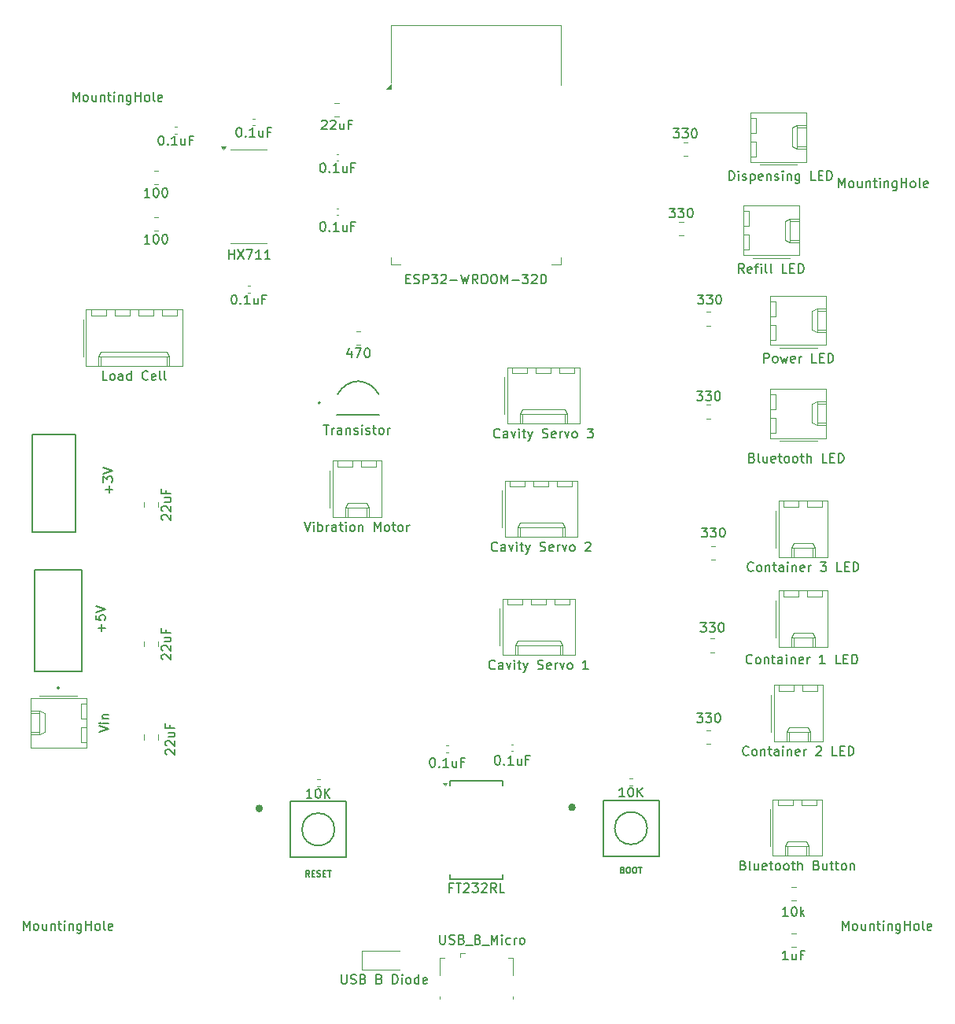
<source format=gbr>
%TF.GenerationSoftware,KiCad,Pcbnew,8.0.8*%
%TF.CreationDate,2025-03-29T16:04:27-05:00*%
%TF.ProjectId,ECE 445 PCBWay Order 4,45434520-3434-4352-9050-434257617920,rev?*%
%TF.SameCoordinates,Original*%
%TF.FileFunction,Legend,Top*%
%TF.FilePolarity,Positive*%
%FSLAX46Y46*%
G04 Gerber Fmt 4.6, Leading zero omitted, Abs format (unit mm)*
G04 Created by KiCad (PCBNEW 8.0.8) date 2025-03-29 16:04:27*
%MOMM*%
%LPD*%
G01*
G04 APERTURE LIST*
%ADD10C,0.150000*%
%ADD11C,0.120000*%
%ADD12C,0.152400*%
%ADD13C,0.400000*%
%ADD14C,0.127000*%
%ADD15C,0.200000*%
G04 APERTURE END LIST*
D10*
X152221643Y-111976819D02*
X152316881Y-111976819D01*
X152316881Y-111976819D02*
X152412119Y-112024438D01*
X152412119Y-112024438D02*
X152459738Y-112072057D01*
X152459738Y-112072057D02*
X152507357Y-112167295D01*
X152507357Y-112167295D02*
X152554976Y-112357771D01*
X152554976Y-112357771D02*
X152554976Y-112595866D01*
X152554976Y-112595866D02*
X152507357Y-112786342D01*
X152507357Y-112786342D02*
X152459738Y-112881580D01*
X152459738Y-112881580D02*
X152412119Y-112929200D01*
X152412119Y-112929200D02*
X152316881Y-112976819D01*
X152316881Y-112976819D02*
X152221643Y-112976819D01*
X152221643Y-112976819D02*
X152126405Y-112929200D01*
X152126405Y-112929200D02*
X152078786Y-112881580D01*
X152078786Y-112881580D02*
X152031167Y-112786342D01*
X152031167Y-112786342D02*
X151983548Y-112595866D01*
X151983548Y-112595866D02*
X151983548Y-112357771D01*
X151983548Y-112357771D02*
X152031167Y-112167295D01*
X152031167Y-112167295D02*
X152078786Y-112072057D01*
X152078786Y-112072057D02*
X152126405Y-112024438D01*
X152126405Y-112024438D02*
X152221643Y-111976819D01*
X152983548Y-112881580D02*
X153031167Y-112929200D01*
X153031167Y-112929200D02*
X152983548Y-112976819D01*
X152983548Y-112976819D02*
X152935929Y-112929200D01*
X152935929Y-112929200D02*
X152983548Y-112881580D01*
X152983548Y-112881580D02*
X152983548Y-112976819D01*
X153983547Y-112976819D02*
X153412119Y-112976819D01*
X153697833Y-112976819D02*
X153697833Y-111976819D01*
X153697833Y-111976819D02*
X153602595Y-112119676D01*
X153602595Y-112119676D02*
X153507357Y-112214914D01*
X153507357Y-112214914D02*
X153412119Y-112262533D01*
X154840690Y-112310152D02*
X154840690Y-112976819D01*
X154412119Y-112310152D02*
X154412119Y-112833961D01*
X154412119Y-112833961D02*
X154459738Y-112929200D01*
X154459738Y-112929200D02*
X154554976Y-112976819D01*
X154554976Y-112976819D02*
X154697833Y-112976819D01*
X154697833Y-112976819D02*
X154793071Y-112929200D01*
X154793071Y-112929200D02*
X154840690Y-112881580D01*
X155650214Y-112453009D02*
X155316881Y-112453009D01*
X155316881Y-112976819D02*
X155316881Y-111976819D01*
X155316881Y-111976819D02*
X155793071Y-111976819D01*
X133425643Y-54572819D02*
X133520881Y-54572819D01*
X133520881Y-54572819D02*
X133616119Y-54620438D01*
X133616119Y-54620438D02*
X133663738Y-54668057D01*
X133663738Y-54668057D02*
X133711357Y-54763295D01*
X133711357Y-54763295D02*
X133758976Y-54953771D01*
X133758976Y-54953771D02*
X133758976Y-55191866D01*
X133758976Y-55191866D02*
X133711357Y-55382342D01*
X133711357Y-55382342D02*
X133663738Y-55477580D01*
X133663738Y-55477580D02*
X133616119Y-55525200D01*
X133616119Y-55525200D02*
X133520881Y-55572819D01*
X133520881Y-55572819D02*
X133425643Y-55572819D01*
X133425643Y-55572819D02*
X133330405Y-55525200D01*
X133330405Y-55525200D02*
X133282786Y-55477580D01*
X133282786Y-55477580D02*
X133235167Y-55382342D01*
X133235167Y-55382342D02*
X133187548Y-55191866D01*
X133187548Y-55191866D02*
X133187548Y-54953771D01*
X133187548Y-54953771D02*
X133235167Y-54763295D01*
X133235167Y-54763295D02*
X133282786Y-54668057D01*
X133282786Y-54668057D02*
X133330405Y-54620438D01*
X133330405Y-54620438D02*
X133425643Y-54572819D01*
X134187548Y-55477580D02*
X134235167Y-55525200D01*
X134235167Y-55525200D02*
X134187548Y-55572819D01*
X134187548Y-55572819D02*
X134139929Y-55525200D01*
X134139929Y-55525200D02*
X134187548Y-55477580D01*
X134187548Y-55477580D02*
X134187548Y-55572819D01*
X135187547Y-55572819D02*
X134616119Y-55572819D01*
X134901833Y-55572819D02*
X134901833Y-54572819D01*
X134901833Y-54572819D02*
X134806595Y-54715676D01*
X134806595Y-54715676D02*
X134711357Y-54810914D01*
X134711357Y-54810914D02*
X134616119Y-54858533D01*
X136044690Y-54906152D02*
X136044690Y-55572819D01*
X135616119Y-54906152D02*
X135616119Y-55429961D01*
X135616119Y-55429961D02*
X135663738Y-55525200D01*
X135663738Y-55525200D02*
X135758976Y-55572819D01*
X135758976Y-55572819D02*
X135901833Y-55572819D01*
X135901833Y-55572819D02*
X135997071Y-55525200D01*
X135997071Y-55525200D02*
X136044690Y-55477580D01*
X136854214Y-55049009D02*
X136520881Y-55049009D01*
X136520881Y-55572819D02*
X136520881Y-54572819D01*
X136520881Y-54572819D02*
X136997071Y-54572819D01*
X124408643Y-44429819D02*
X124503881Y-44429819D01*
X124503881Y-44429819D02*
X124599119Y-44477438D01*
X124599119Y-44477438D02*
X124646738Y-44525057D01*
X124646738Y-44525057D02*
X124694357Y-44620295D01*
X124694357Y-44620295D02*
X124741976Y-44810771D01*
X124741976Y-44810771D02*
X124741976Y-45048866D01*
X124741976Y-45048866D02*
X124694357Y-45239342D01*
X124694357Y-45239342D02*
X124646738Y-45334580D01*
X124646738Y-45334580D02*
X124599119Y-45382200D01*
X124599119Y-45382200D02*
X124503881Y-45429819D01*
X124503881Y-45429819D02*
X124408643Y-45429819D01*
X124408643Y-45429819D02*
X124313405Y-45382200D01*
X124313405Y-45382200D02*
X124265786Y-45334580D01*
X124265786Y-45334580D02*
X124218167Y-45239342D01*
X124218167Y-45239342D02*
X124170548Y-45048866D01*
X124170548Y-45048866D02*
X124170548Y-44810771D01*
X124170548Y-44810771D02*
X124218167Y-44620295D01*
X124218167Y-44620295D02*
X124265786Y-44525057D01*
X124265786Y-44525057D02*
X124313405Y-44477438D01*
X124313405Y-44477438D02*
X124408643Y-44429819D01*
X125170548Y-45334580D02*
X125218167Y-45382200D01*
X125218167Y-45382200D02*
X125170548Y-45429819D01*
X125170548Y-45429819D02*
X125122929Y-45382200D01*
X125122929Y-45382200D02*
X125170548Y-45334580D01*
X125170548Y-45334580D02*
X125170548Y-45429819D01*
X126170547Y-45429819D02*
X125599119Y-45429819D01*
X125884833Y-45429819D02*
X125884833Y-44429819D01*
X125884833Y-44429819D02*
X125789595Y-44572676D01*
X125789595Y-44572676D02*
X125694357Y-44667914D01*
X125694357Y-44667914D02*
X125599119Y-44715533D01*
X127027690Y-44763152D02*
X127027690Y-45429819D01*
X126599119Y-44763152D02*
X126599119Y-45286961D01*
X126599119Y-45286961D02*
X126646738Y-45382200D01*
X126646738Y-45382200D02*
X126741976Y-45429819D01*
X126741976Y-45429819D02*
X126884833Y-45429819D01*
X126884833Y-45429819D02*
X126980071Y-45382200D01*
X126980071Y-45382200D02*
X127027690Y-45334580D01*
X127837214Y-44906009D02*
X127503881Y-44906009D01*
X127503881Y-45429819D02*
X127503881Y-44429819D01*
X127503881Y-44429819D02*
X127980071Y-44429819D01*
X145236643Y-112230819D02*
X145331881Y-112230819D01*
X145331881Y-112230819D02*
X145427119Y-112278438D01*
X145427119Y-112278438D02*
X145474738Y-112326057D01*
X145474738Y-112326057D02*
X145522357Y-112421295D01*
X145522357Y-112421295D02*
X145569976Y-112611771D01*
X145569976Y-112611771D02*
X145569976Y-112849866D01*
X145569976Y-112849866D02*
X145522357Y-113040342D01*
X145522357Y-113040342D02*
X145474738Y-113135580D01*
X145474738Y-113135580D02*
X145427119Y-113183200D01*
X145427119Y-113183200D02*
X145331881Y-113230819D01*
X145331881Y-113230819D02*
X145236643Y-113230819D01*
X145236643Y-113230819D02*
X145141405Y-113183200D01*
X145141405Y-113183200D02*
X145093786Y-113135580D01*
X145093786Y-113135580D02*
X145046167Y-113040342D01*
X145046167Y-113040342D02*
X144998548Y-112849866D01*
X144998548Y-112849866D02*
X144998548Y-112611771D01*
X144998548Y-112611771D02*
X145046167Y-112421295D01*
X145046167Y-112421295D02*
X145093786Y-112326057D01*
X145093786Y-112326057D02*
X145141405Y-112278438D01*
X145141405Y-112278438D02*
X145236643Y-112230819D01*
X145998548Y-113135580D02*
X146046167Y-113183200D01*
X146046167Y-113183200D02*
X145998548Y-113230819D01*
X145998548Y-113230819D02*
X145950929Y-113183200D01*
X145950929Y-113183200D02*
X145998548Y-113135580D01*
X145998548Y-113135580D02*
X145998548Y-113230819D01*
X146998547Y-113230819D02*
X146427119Y-113230819D01*
X146712833Y-113230819D02*
X146712833Y-112230819D01*
X146712833Y-112230819D02*
X146617595Y-112373676D01*
X146617595Y-112373676D02*
X146522357Y-112468914D01*
X146522357Y-112468914D02*
X146427119Y-112516533D01*
X147855690Y-112564152D02*
X147855690Y-113230819D01*
X147427119Y-112564152D02*
X147427119Y-113087961D01*
X147427119Y-113087961D02*
X147474738Y-113183200D01*
X147474738Y-113183200D02*
X147569976Y-113230819D01*
X147569976Y-113230819D02*
X147712833Y-113230819D01*
X147712833Y-113230819D02*
X147808071Y-113183200D01*
X147808071Y-113183200D02*
X147855690Y-113135580D01*
X148665214Y-112707009D02*
X148331881Y-112707009D01*
X148331881Y-113230819D02*
X148331881Y-112230819D01*
X148331881Y-112230819D02*
X148808071Y-112230819D01*
X123873143Y-62430819D02*
X123968381Y-62430819D01*
X123968381Y-62430819D02*
X124063619Y-62478438D01*
X124063619Y-62478438D02*
X124111238Y-62526057D01*
X124111238Y-62526057D02*
X124158857Y-62621295D01*
X124158857Y-62621295D02*
X124206476Y-62811771D01*
X124206476Y-62811771D02*
X124206476Y-63049866D01*
X124206476Y-63049866D02*
X124158857Y-63240342D01*
X124158857Y-63240342D02*
X124111238Y-63335580D01*
X124111238Y-63335580D02*
X124063619Y-63383200D01*
X124063619Y-63383200D02*
X123968381Y-63430819D01*
X123968381Y-63430819D02*
X123873143Y-63430819D01*
X123873143Y-63430819D02*
X123777905Y-63383200D01*
X123777905Y-63383200D02*
X123730286Y-63335580D01*
X123730286Y-63335580D02*
X123682667Y-63240342D01*
X123682667Y-63240342D02*
X123635048Y-63049866D01*
X123635048Y-63049866D02*
X123635048Y-62811771D01*
X123635048Y-62811771D02*
X123682667Y-62621295D01*
X123682667Y-62621295D02*
X123730286Y-62526057D01*
X123730286Y-62526057D02*
X123777905Y-62478438D01*
X123777905Y-62478438D02*
X123873143Y-62430819D01*
X124635048Y-63335580D02*
X124682667Y-63383200D01*
X124682667Y-63383200D02*
X124635048Y-63430819D01*
X124635048Y-63430819D02*
X124587429Y-63383200D01*
X124587429Y-63383200D02*
X124635048Y-63335580D01*
X124635048Y-63335580D02*
X124635048Y-63430819D01*
X125635047Y-63430819D02*
X125063619Y-63430819D01*
X125349333Y-63430819D02*
X125349333Y-62430819D01*
X125349333Y-62430819D02*
X125254095Y-62573676D01*
X125254095Y-62573676D02*
X125158857Y-62668914D01*
X125158857Y-62668914D02*
X125063619Y-62716533D01*
X126492190Y-62764152D02*
X126492190Y-63430819D01*
X126063619Y-62764152D02*
X126063619Y-63287961D01*
X126063619Y-63287961D02*
X126111238Y-63383200D01*
X126111238Y-63383200D02*
X126206476Y-63430819D01*
X126206476Y-63430819D02*
X126349333Y-63430819D01*
X126349333Y-63430819D02*
X126444571Y-63383200D01*
X126444571Y-63383200D02*
X126492190Y-63335580D01*
X127301714Y-62907009D02*
X126968381Y-62907009D01*
X126968381Y-63430819D02*
X126968381Y-62430819D01*
X126968381Y-62430819D02*
X127444571Y-62430819D01*
X116026643Y-45318819D02*
X116121881Y-45318819D01*
X116121881Y-45318819D02*
X116217119Y-45366438D01*
X116217119Y-45366438D02*
X116264738Y-45414057D01*
X116264738Y-45414057D02*
X116312357Y-45509295D01*
X116312357Y-45509295D02*
X116359976Y-45699771D01*
X116359976Y-45699771D02*
X116359976Y-45937866D01*
X116359976Y-45937866D02*
X116312357Y-46128342D01*
X116312357Y-46128342D02*
X116264738Y-46223580D01*
X116264738Y-46223580D02*
X116217119Y-46271200D01*
X116217119Y-46271200D02*
X116121881Y-46318819D01*
X116121881Y-46318819D02*
X116026643Y-46318819D01*
X116026643Y-46318819D02*
X115931405Y-46271200D01*
X115931405Y-46271200D02*
X115883786Y-46223580D01*
X115883786Y-46223580D02*
X115836167Y-46128342D01*
X115836167Y-46128342D02*
X115788548Y-45937866D01*
X115788548Y-45937866D02*
X115788548Y-45699771D01*
X115788548Y-45699771D02*
X115836167Y-45509295D01*
X115836167Y-45509295D02*
X115883786Y-45414057D01*
X115883786Y-45414057D02*
X115931405Y-45366438D01*
X115931405Y-45366438D02*
X116026643Y-45318819D01*
X116788548Y-46223580D02*
X116836167Y-46271200D01*
X116836167Y-46271200D02*
X116788548Y-46318819D01*
X116788548Y-46318819D02*
X116740929Y-46271200D01*
X116740929Y-46271200D02*
X116788548Y-46223580D01*
X116788548Y-46223580D02*
X116788548Y-46318819D01*
X117788547Y-46318819D02*
X117217119Y-46318819D01*
X117502833Y-46318819D02*
X117502833Y-45318819D01*
X117502833Y-45318819D02*
X117407595Y-45461676D01*
X117407595Y-45461676D02*
X117312357Y-45556914D01*
X117312357Y-45556914D02*
X117217119Y-45604533D01*
X118645690Y-45652152D02*
X118645690Y-46318819D01*
X118217119Y-45652152D02*
X118217119Y-46175961D01*
X118217119Y-46175961D02*
X118264738Y-46271200D01*
X118264738Y-46271200D02*
X118359976Y-46318819D01*
X118359976Y-46318819D02*
X118502833Y-46318819D01*
X118502833Y-46318819D02*
X118598071Y-46271200D01*
X118598071Y-46271200D02*
X118645690Y-46223580D01*
X119455214Y-45795009D02*
X119121881Y-45795009D01*
X119121881Y-46318819D02*
X119121881Y-45318819D01*
X119121881Y-45318819D02*
X119598071Y-45318819D01*
X131493333Y-86846819D02*
X131826666Y-87846819D01*
X131826666Y-87846819D02*
X132159999Y-86846819D01*
X132493333Y-87846819D02*
X132493333Y-87180152D01*
X132493333Y-86846819D02*
X132445714Y-86894438D01*
X132445714Y-86894438D02*
X132493333Y-86942057D01*
X132493333Y-86942057D02*
X132540952Y-86894438D01*
X132540952Y-86894438D02*
X132493333Y-86846819D01*
X132493333Y-86846819D02*
X132493333Y-86942057D01*
X132969523Y-87846819D02*
X132969523Y-86846819D01*
X132969523Y-87227771D02*
X133064761Y-87180152D01*
X133064761Y-87180152D02*
X133255237Y-87180152D01*
X133255237Y-87180152D02*
X133350475Y-87227771D01*
X133350475Y-87227771D02*
X133398094Y-87275390D01*
X133398094Y-87275390D02*
X133445713Y-87370628D01*
X133445713Y-87370628D02*
X133445713Y-87656342D01*
X133445713Y-87656342D02*
X133398094Y-87751580D01*
X133398094Y-87751580D02*
X133350475Y-87799200D01*
X133350475Y-87799200D02*
X133255237Y-87846819D01*
X133255237Y-87846819D02*
X133064761Y-87846819D01*
X133064761Y-87846819D02*
X132969523Y-87799200D01*
X133874285Y-87846819D02*
X133874285Y-87180152D01*
X133874285Y-87370628D02*
X133921904Y-87275390D01*
X133921904Y-87275390D02*
X133969523Y-87227771D01*
X133969523Y-87227771D02*
X134064761Y-87180152D01*
X134064761Y-87180152D02*
X134159999Y-87180152D01*
X134921904Y-87846819D02*
X134921904Y-87323009D01*
X134921904Y-87323009D02*
X134874285Y-87227771D01*
X134874285Y-87227771D02*
X134779047Y-87180152D01*
X134779047Y-87180152D02*
X134588571Y-87180152D01*
X134588571Y-87180152D02*
X134493333Y-87227771D01*
X134921904Y-87799200D02*
X134826666Y-87846819D01*
X134826666Y-87846819D02*
X134588571Y-87846819D01*
X134588571Y-87846819D02*
X134493333Y-87799200D01*
X134493333Y-87799200D02*
X134445714Y-87703961D01*
X134445714Y-87703961D02*
X134445714Y-87608723D01*
X134445714Y-87608723D02*
X134493333Y-87513485D01*
X134493333Y-87513485D02*
X134588571Y-87465866D01*
X134588571Y-87465866D02*
X134826666Y-87465866D01*
X134826666Y-87465866D02*
X134921904Y-87418247D01*
X135255238Y-87180152D02*
X135636190Y-87180152D01*
X135398095Y-86846819D02*
X135398095Y-87703961D01*
X135398095Y-87703961D02*
X135445714Y-87799200D01*
X135445714Y-87799200D02*
X135540952Y-87846819D01*
X135540952Y-87846819D02*
X135636190Y-87846819D01*
X135969524Y-87846819D02*
X135969524Y-87180152D01*
X135969524Y-86846819D02*
X135921905Y-86894438D01*
X135921905Y-86894438D02*
X135969524Y-86942057D01*
X135969524Y-86942057D02*
X136017143Y-86894438D01*
X136017143Y-86894438D02*
X135969524Y-86846819D01*
X135969524Y-86846819D02*
X135969524Y-86942057D01*
X136588571Y-87846819D02*
X136493333Y-87799200D01*
X136493333Y-87799200D02*
X136445714Y-87751580D01*
X136445714Y-87751580D02*
X136398095Y-87656342D01*
X136398095Y-87656342D02*
X136398095Y-87370628D01*
X136398095Y-87370628D02*
X136445714Y-87275390D01*
X136445714Y-87275390D02*
X136493333Y-87227771D01*
X136493333Y-87227771D02*
X136588571Y-87180152D01*
X136588571Y-87180152D02*
X136731428Y-87180152D01*
X136731428Y-87180152D02*
X136826666Y-87227771D01*
X136826666Y-87227771D02*
X136874285Y-87275390D01*
X136874285Y-87275390D02*
X136921904Y-87370628D01*
X136921904Y-87370628D02*
X136921904Y-87656342D01*
X136921904Y-87656342D02*
X136874285Y-87751580D01*
X136874285Y-87751580D02*
X136826666Y-87799200D01*
X136826666Y-87799200D02*
X136731428Y-87846819D01*
X136731428Y-87846819D02*
X136588571Y-87846819D01*
X137350476Y-87180152D02*
X137350476Y-87846819D01*
X137350476Y-87275390D02*
X137398095Y-87227771D01*
X137398095Y-87227771D02*
X137493333Y-87180152D01*
X137493333Y-87180152D02*
X137636190Y-87180152D01*
X137636190Y-87180152D02*
X137731428Y-87227771D01*
X137731428Y-87227771D02*
X137779047Y-87323009D01*
X137779047Y-87323009D02*
X137779047Y-87846819D01*
X139017143Y-87846819D02*
X139017143Y-86846819D01*
X139017143Y-86846819D02*
X139350476Y-87561104D01*
X139350476Y-87561104D02*
X139683809Y-86846819D01*
X139683809Y-86846819D02*
X139683809Y-87846819D01*
X140302857Y-87846819D02*
X140207619Y-87799200D01*
X140207619Y-87799200D02*
X140160000Y-87751580D01*
X140160000Y-87751580D02*
X140112381Y-87656342D01*
X140112381Y-87656342D02*
X140112381Y-87370628D01*
X140112381Y-87370628D02*
X140160000Y-87275390D01*
X140160000Y-87275390D02*
X140207619Y-87227771D01*
X140207619Y-87227771D02*
X140302857Y-87180152D01*
X140302857Y-87180152D02*
X140445714Y-87180152D01*
X140445714Y-87180152D02*
X140540952Y-87227771D01*
X140540952Y-87227771D02*
X140588571Y-87275390D01*
X140588571Y-87275390D02*
X140636190Y-87370628D01*
X140636190Y-87370628D02*
X140636190Y-87656342D01*
X140636190Y-87656342D02*
X140588571Y-87751580D01*
X140588571Y-87751580D02*
X140540952Y-87799200D01*
X140540952Y-87799200D02*
X140445714Y-87846819D01*
X140445714Y-87846819D02*
X140302857Y-87846819D01*
X140921905Y-87180152D02*
X141302857Y-87180152D01*
X141064762Y-86846819D02*
X141064762Y-87703961D01*
X141064762Y-87703961D02*
X141112381Y-87799200D01*
X141112381Y-87799200D02*
X141207619Y-87846819D01*
X141207619Y-87846819D02*
X141302857Y-87846819D01*
X141779048Y-87846819D02*
X141683810Y-87799200D01*
X141683810Y-87799200D02*
X141636191Y-87751580D01*
X141636191Y-87751580D02*
X141588572Y-87656342D01*
X141588572Y-87656342D02*
X141588572Y-87370628D01*
X141588572Y-87370628D02*
X141636191Y-87275390D01*
X141636191Y-87275390D02*
X141683810Y-87227771D01*
X141683810Y-87227771D02*
X141779048Y-87180152D01*
X141779048Y-87180152D02*
X141921905Y-87180152D01*
X141921905Y-87180152D02*
X142017143Y-87227771D01*
X142017143Y-87227771D02*
X142064762Y-87275390D01*
X142064762Y-87275390D02*
X142112381Y-87370628D01*
X142112381Y-87370628D02*
X142112381Y-87656342D01*
X142112381Y-87656342D02*
X142064762Y-87751580D01*
X142064762Y-87751580D02*
X142017143Y-87799200D01*
X142017143Y-87799200D02*
X141921905Y-87846819D01*
X141921905Y-87846819D02*
X141779048Y-87846819D01*
X142540953Y-87846819D02*
X142540953Y-87180152D01*
X142540953Y-87370628D02*
X142588572Y-87275390D01*
X142588572Y-87275390D02*
X142636191Y-87227771D01*
X142636191Y-87227771D02*
X142731429Y-87180152D01*
X142731429Y-87180152D02*
X142826667Y-87180152D01*
X110465866Y-83732713D02*
X110465866Y-82970809D01*
X110846819Y-83351761D02*
X110084914Y-83351761D01*
X109846819Y-82589856D02*
X109846819Y-81970809D01*
X109846819Y-81970809D02*
X110227771Y-82304142D01*
X110227771Y-82304142D02*
X110227771Y-82161285D01*
X110227771Y-82161285D02*
X110275390Y-82066047D01*
X110275390Y-82066047D02*
X110323009Y-82018428D01*
X110323009Y-82018428D02*
X110418247Y-81970809D01*
X110418247Y-81970809D02*
X110656342Y-81970809D01*
X110656342Y-81970809D02*
X110751580Y-82018428D01*
X110751580Y-82018428D02*
X110799200Y-82066047D01*
X110799200Y-82066047D02*
X110846819Y-82161285D01*
X110846819Y-82161285D02*
X110846819Y-82446999D01*
X110846819Y-82446999D02*
X110799200Y-82542237D01*
X110799200Y-82542237D02*
X110751580Y-82589856D01*
X109846819Y-81685094D02*
X110846819Y-81351761D01*
X110846819Y-81351761D02*
X109846819Y-81018428D01*
X109674866Y-98618713D02*
X109674866Y-97856809D01*
X110055819Y-98237761D02*
X109293914Y-98237761D01*
X109055819Y-96904428D02*
X109055819Y-97380618D01*
X109055819Y-97380618D02*
X109532009Y-97428237D01*
X109532009Y-97428237D02*
X109484390Y-97380618D01*
X109484390Y-97380618D02*
X109436771Y-97285380D01*
X109436771Y-97285380D02*
X109436771Y-97047285D01*
X109436771Y-97047285D02*
X109484390Y-96952047D01*
X109484390Y-96952047D02*
X109532009Y-96904428D01*
X109532009Y-96904428D02*
X109627247Y-96856809D01*
X109627247Y-96856809D02*
X109865342Y-96856809D01*
X109865342Y-96856809D02*
X109960580Y-96904428D01*
X109960580Y-96904428D02*
X110008200Y-96952047D01*
X110008200Y-96952047D02*
X110055819Y-97047285D01*
X110055819Y-97047285D02*
X110055819Y-97285380D01*
X110055819Y-97285380D02*
X110008200Y-97380618D01*
X110008200Y-97380618D02*
X109960580Y-97428237D01*
X109055819Y-96571094D02*
X110055819Y-96237761D01*
X110055819Y-96237761D02*
X109055819Y-95904428D01*
X147428571Y-126181009D02*
X147095238Y-126181009D01*
X147095238Y-126704819D02*
X147095238Y-125704819D01*
X147095238Y-125704819D02*
X147571428Y-125704819D01*
X147809524Y-125704819D02*
X148380952Y-125704819D01*
X148095238Y-126704819D02*
X148095238Y-125704819D01*
X148666667Y-125800057D02*
X148714286Y-125752438D01*
X148714286Y-125752438D02*
X148809524Y-125704819D01*
X148809524Y-125704819D02*
X149047619Y-125704819D01*
X149047619Y-125704819D02*
X149142857Y-125752438D01*
X149142857Y-125752438D02*
X149190476Y-125800057D01*
X149190476Y-125800057D02*
X149238095Y-125895295D01*
X149238095Y-125895295D02*
X149238095Y-125990533D01*
X149238095Y-125990533D02*
X149190476Y-126133390D01*
X149190476Y-126133390D02*
X148619048Y-126704819D01*
X148619048Y-126704819D02*
X149238095Y-126704819D01*
X149571429Y-125704819D02*
X150190476Y-125704819D01*
X150190476Y-125704819D02*
X149857143Y-126085771D01*
X149857143Y-126085771D02*
X150000000Y-126085771D01*
X150000000Y-126085771D02*
X150095238Y-126133390D01*
X150095238Y-126133390D02*
X150142857Y-126181009D01*
X150142857Y-126181009D02*
X150190476Y-126276247D01*
X150190476Y-126276247D02*
X150190476Y-126514342D01*
X150190476Y-126514342D02*
X150142857Y-126609580D01*
X150142857Y-126609580D02*
X150095238Y-126657200D01*
X150095238Y-126657200D02*
X150000000Y-126704819D01*
X150000000Y-126704819D02*
X149714286Y-126704819D01*
X149714286Y-126704819D02*
X149619048Y-126657200D01*
X149619048Y-126657200D02*
X149571429Y-126609580D01*
X150571429Y-125800057D02*
X150619048Y-125752438D01*
X150619048Y-125752438D02*
X150714286Y-125704819D01*
X150714286Y-125704819D02*
X150952381Y-125704819D01*
X150952381Y-125704819D02*
X151047619Y-125752438D01*
X151047619Y-125752438D02*
X151095238Y-125800057D01*
X151095238Y-125800057D02*
X151142857Y-125895295D01*
X151142857Y-125895295D02*
X151142857Y-125990533D01*
X151142857Y-125990533D02*
X151095238Y-126133390D01*
X151095238Y-126133390D02*
X150523810Y-126704819D01*
X150523810Y-126704819D02*
X151142857Y-126704819D01*
X152142857Y-126704819D02*
X151809524Y-126228628D01*
X151571429Y-126704819D02*
X151571429Y-125704819D01*
X151571429Y-125704819D02*
X151952381Y-125704819D01*
X151952381Y-125704819D02*
X152047619Y-125752438D01*
X152047619Y-125752438D02*
X152095238Y-125800057D01*
X152095238Y-125800057D02*
X152142857Y-125895295D01*
X152142857Y-125895295D02*
X152142857Y-126038152D01*
X152142857Y-126038152D02*
X152095238Y-126133390D01*
X152095238Y-126133390D02*
X152047619Y-126181009D01*
X152047619Y-126181009D02*
X151952381Y-126228628D01*
X151952381Y-126228628D02*
X151571429Y-126228628D01*
X153047619Y-126704819D02*
X152571429Y-126704819D01*
X152571429Y-126704819D02*
X152571429Y-125704819D01*
X123373524Y-58563819D02*
X123373524Y-57563819D01*
X123373524Y-58040009D02*
X123944952Y-58040009D01*
X123944952Y-58563819D02*
X123944952Y-57563819D01*
X124325905Y-57563819D02*
X124992571Y-58563819D01*
X124992571Y-57563819D02*
X124325905Y-58563819D01*
X125278286Y-57563819D02*
X125944952Y-57563819D01*
X125944952Y-57563819D02*
X125516381Y-58563819D01*
X126849714Y-58563819D02*
X126278286Y-58563819D01*
X126564000Y-58563819D02*
X126564000Y-57563819D01*
X126564000Y-57563819D02*
X126468762Y-57706676D01*
X126468762Y-57706676D02*
X126373524Y-57801914D01*
X126373524Y-57801914D02*
X126278286Y-57849533D01*
X127802095Y-58563819D02*
X127230667Y-58563819D01*
X127516381Y-58563819D02*
X127516381Y-57563819D01*
X127516381Y-57563819D02*
X127421143Y-57706676D01*
X127421143Y-57706676D02*
X127325905Y-57801914D01*
X127325905Y-57801914D02*
X127230667Y-57849533D01*
X142436191Y-60702009D02*
X142769524Y-60702009D01*
X142912381Y-61225819D02*
X142436191Y-61225819D01*
X142436191Y-61225819D02*
X142436191Y-60225819D01*
X142436191Y-60225819D02*
X142912381Y-60225819D01*
X143293334Y-61178200D02*
X143436191Y-61225819D01*
X143436191Y-61225819D02*
X143674286Y-61225819D01*
X143674286Y-61225819D02*
X143769524Y-61178200D01*
X143769524Y-61178200D02*
X143817143Y-61130580D01*
X143817143Y-61130580D02*
X143864762Y-61035342D01*
X143864762Y-61035342D02*
X143864762Y-60940104D01*
X143864762Y-60940104D02*
X143817143Y-60844866D01*
X143817143Y-60844866D02*
X143769524Y-60797247D01*
X143769524Y-60797247D02*
X143674286Y-60749628D01*
X143674286Y-60749628D02*
X143483810Y-60702009D01*
X143483810Y-60702009D02*
X143388572Y-60654390D01*
X143388572Y-60654390D02*
X143340953Y-60606771D01*
X143340953Y-60606771D02*
X143293334Y-60511533D01*
X143293334Y-60511533D02*
X143293334Y-60416295D01*
X143293334Y-60416295D02*
X143340953Y-60321057D01*
X143340953Y-60321057D02*
X143388572Y-60273438D01*
X143388572Y-60273438D02*
X143483810Y-60225819D01*
X143483810Y-60225819D02*
X143721905Y-60225819D01*
X143721905Y-60225819D02*
X143864762Y-60273438D01*
X144293334Y-61225819D02*
X144293334Y-60225819D01*
X144293334Y-60225819D02*
X144674286Y-60225819D01*
X144674286Y-60225819D02*
X144769524Y-60273438D01*
X144769524Y-60273438D02*
X144817143Y-60321057D01*
X144817143Y-60321057D02*
X144864762Y-60416295D01*
X144864762Y-60416295D02*
X144864762Y-60559152D01*
X144864762Y-60559152D02*
X144817143Y-60654390D01*
X144817143Y-60654390D02*
X144769524Y-60702009D01*
X144769524Y-60702009D02*
X144674286Y-60749628D01*
X144674286Y-60749628D02*
X144293334Y-60749628D01*
X145198096Y-60225819D02*
X145817143Y-60225819D01*
X145817143Y-60225819D02*
X145483810Y-60606771D01*
X145483810Y-60606771D02*
X145626667Y-60606771D01*
X145626667Y-60606771D02*
X145721905Y-60654390D01*
X145721905Y-60654390D02*
X145769524Y-60702009D01*
X145769524Y-60702009D02*
X145817143Y-60797247D01*
X145817143Y-60797247D02*
X145817143Y-61035342D01*
X145817143Y-61035342D02*
X145769524Y-61130580D01*
X145769524Y-61130580D02*
X145721905Y-61178200D01*
X145721905Y-61178200D02*
X145626667Y-61225819D01*
X145626667Y-61225819D02*
X145340953Y-61225819D01*
X145340953Y-61225819D02*
X145245715Y-61178200D01*
X145245715Y-61178200D02*
X145198096Y-61130580D01*
X146198096Y-60321057D02*
X146245715Y-60273438D01*
X146245715Y-60273438D02*
X146340953Y-60225819D01*
X146340953Y-60225819D02*
X146579048Y-60225819D01*
X146579048Y-60225819D02*
X146674286Y-60273438D01*
X146674286Y-60273438D02*
X146721905Y-60321057D01*
X146721905Y-60321057D02*
X146769524Y-60416295D01*
X146769524Y-60416295D02*
X146769524Y-60511533D01*
X146769524Y-60511533D02*
X146721905Y-60654390D01*
X146721905Y-60654390D02*
X146150477Y-61225819D01*
X146150477Y-61225819D02*
X146769524Y-61225819D01*
X147198096Y-60844866D02*
X147960001Y-60844866D01*
X148340953Y-60225819D02*
X148579048Y-61225819D01*
X148579048Y-61225819D02*
X148769524Y-60511533D01*
X148769524Y-60511533D02*
X148960000Y-61225819D01*
X148960000Y-61225819D02*
X149198096Y-60225819D01*
X150150476Y-61225819D02*
X149817143Y-60749628D01*
X149579048Y-61225819D02*
X149579048Y-60225819D01*
X149579048Y-60225819D02*
X149960000Y-60225819D01*
X149960000Y-60225819D02*
X150055238Y-60273438D01*
X150055238Y-60273438D02*
X150102857Y-60321057D01*
X150102857Y-60321057D02*
X150150476Y-60416295D01*
X150150476Y-60416295D02*
X150150476Y-60559152D01*
X150150476Y-60559152D02*
X150102857Y-60654390D01*
X150102857Y-60654390D02*
X150055238Y-60702009D01*
X150055238Y-60702009D02*
X149960000Y-60749628D01*
X149960000Y-60749628D02*
X149579048Y-60749628D01*
X150769524Y-60225819D02*
X150960000Y-60225819D01*
X150960000Y-60225819D02*
X151055238Y-60273438D01*
X151055238Y-60273438D02*
X151150476Y-60368676D01*
X151150476Y-60368676D02*
X151198095Y-60559152D01*
X151198095Y-60559152D02*
X151198095Y-60892485D01*
X151198095Y-60892485D02*
X151150476Y-61082961D01*
X151150476Y-61082961D02*
X151055238Y-61178200D01*
X151055238Y-61178200D02*
X150960000Y-61225819D01*
X150960000Y-61225819D02*
X150769524Y-61225819D01*
X150769524Y-61225819D02*
X150674286Y-61178200D01*
X150674286Y-61178200D02*
X150579048Y-61082961D01*
X150579048Y-61082961D02*
X150531429Y-60892485D01*
X150531429Y-60892485D02*
X150531429Y-60559152D01*
X150531429Y-60559152D02*
X150579048Y-60368676D01*
X150579048Y-60368676D02*
X150674286Y-60273438D01*
X150674286Y-60273438D02*
X150769524Y-60225819D01*
X151817143Y-60225819D02*
X152007619Y-60225819D01*
X152007619Y-60225819D02*
X152102857Y-60273438D01*
X152102857Y-60273438D02*
X152198095Y-60368676D01*
X152198095Y-60368676D02*
X152245714Y-60559152D01*
X152245714Y-60559152D02*
X152245714Y-60892485D01*
X152245714Y-60892485D02*
X152198095Y-61082961D01*
X152198095Y-61082961D02*
X152102857Y-61178200D01*
X152102857Y-61178200D02*
X152007619Y-61225819D01*
X152007619Y-61225819D02*
X151817143Y-61225819D01*
X151817143Y-61225819D02*
X151721905Y-61178200D01*
X151721905Y-61178200D02*
X151626667Y-61082961D01*
X151626667Y-61082961D02*
X151579048Y-60892485D01*
X151579048Y-60892485D02*
X151579048Y-60559152D01*
X151579048Y-60559152D02*
X151626667Y-60368676D01*
X151626667Y-60368676D02*
X151721905Y-60273438D01*
X151721905Y-60273438D02*
X151817143Y-60225819D01*
X152674286Y-61225819D02*
X152674286Y-60225819D01*
X152674286Y-60225819D02*
X153007619Y-60940104D01*
X153007619Y-60940104D02*
X153340952Y-60225819D01*
X153340952Y-60225819D02*
X153340952Y-61225819D01*
X153817143Y-60844866D02*
X154579048Y-60844866D01*
X154960000Y-60225819D02*
X155579047Y-60225819D01*
X155579047Y-60225819D02*
X155245714Y-60606771D01*
X155245714Y-60606771D02*
X155388571Y-60606771D01*
X155388571Y-60606771D02*
X155483809Y-60654390D01*
X155483809Y-60654390D02*
X155531428Y-60702009D01*
X155531428Y-60702009D02*
X155579047Y-60797247D01*
X155579047Y-60797247D02*
X155579047Y-61035342D01*
X155579047Y-61035342D02*
X155531428Y-61130580D01*
X155531428Y-61130580D02*
X155483809Y-61178200D01*
X155483809Y-61178200D02*
X155388571Y-61225819D01*
X155388571Y-61225819D02*
X155102857Y-61225819D01*
X155102857Y-61225819D02*
X155007619Y-61178200D01*
X155007619Y-61178200D02*
X154960000Y-61130580D01*
X155960000Y-60321057D02*
X156007619Y-60273438D01*
X156007619Y-60273438D02*
X156102857Y-60225819D01*
X156102857Y-60225819D02*
X156340952Y-60225819D01*
X156340952Y-60225819D02*
X156436190Y-60273438D01*
X156436190Y-60273438D02*
X156483809Y-60321057D01*
X156483809Y-60321057D02*
X156531428Y-60416295D01*
X156531428Y-60416295D02*
X156531428Y-60511533D01*
X156531428Y-60511533D02*
X156483809Y-60654390D01*
X156483809Y-60654390D02*
X155912381Y-61225819D01*
X155912381Y-61225819D02*
X156531428Y-61225819D01*
X156960000Y-61225819D02*
X156960000Y-60225819D01*
X156960000Y-60225819D02*
X157198095Y-60225819D01*
X157198095Y-60225819D02*
X157340952Y-60273438D01*
X157340952Y-60273438D02*
X157436190Y-60368676D01*
X157436190Y-60368676D02*
X157483809Y-60463914D01*
X157483809Y-60463914D02*
X157531428Y-60654390D01*
X157531428Y-60654390D02*
X157531428Y-60797247D01*
X157531428Y-60797247D02*
X157483809Y-60987723D01*
X157483809Y-60987723D02*
X157436190Y-61082961D01*
X157436190Y-61082961D02*
X157340952Y-61178200D01*
X157340952Y-61178200D02*
X157198095Y-61225819D01*
X157198095Y-61225819D02*
X156960000Y-61225819D01*
X132036460Y-125003237D02*
X131822435Y-124697486D01*
X131669560Y-125003237D02*
X131669560Y-124361161D01*
X131669560Y-124361161D02*
X131914160Y-124361161D01*
X131914160Y-124361161D02*
X131975310Y-124391736D01*
X131975310Y-124391736D02*
X132005885Y-124422311D01*
X132005885Y-124422311D02*
X132036460Y-124483461D01*
X132036460Y-124483461D02*
X132036460Y-124575186D01*
X132036460Y-124575186D02*
X132005885Y-124636336D01*
X132005885Y-124636336D02*
X131975310Y-124666911D01*
X131975310Y-124666911D02*
X131914160Y-124697486D01*
X131914160Y-124697486D02*
X131669560Y-124697486D01*
X132311636Y-124666911D02*
X132525661Y-124666911D01*
X132617386Y-125003237D02*
X132311636Y-125003237D01*
X132311636Y-125003237D02*
X132311636Y-124361161D01*
X132311636Y-124361161D02*
X132617386Y-124361161D01*
X132861987Y-124972662D02*
X132953712Y-125003237D01*
X132953712Y-125003237D02*
X133106587Y-125003237D01*
X133106587Y-125003237D02*
X133167737Y-124972662D01*
X133167737Y-124972662D02*
X133198312Y-124942086D01*
X133198312Y-124942086D02*
X133228887Y-124880936D01*
X133228887Y-124880936D02*
X133228887Y-124819786D01*
X133228887Y-124819786D02*
X133198312Y-124758636D01*
X133198312Y-124758636D02*
X133167737Y-124728061D01*
X133167737Y-124728061D02*
X133106587Y-124697486D01*
X133106587Y-124697486D02*
X132984287Y-124666911D01*
X132984287Y-124666911D02*
X132923137Y-124636336D01*
X132923137Y-124636336D02*
X132892562Y-124605761D01*
X132892562Y-124605761D02*
X132861987Y-124544611D01*
X132861987Y-124544611D02*
X132861987Y-124483461D01*
X132861987Y-124483461D02*
X132892562Y-124422311D01*
X132892562Y-124422311D02*
X132923137Y-124391736D01*
X132923137Y-124391736D02*
X132984287Y-124361161D01*
X132984287Y-124361161D02*
X133137162Y-124361161D01*
X133137162Y-124361161D02*
X133228887Y-124391736D01*
X133504063Y-124666911D02*
X133718088Y-124666911D01*
X133809813Y-125003237D02*
X133504063Y-125003237D01*
X133504063Y-125003237D02*
X133504063Y-124361161D01*
X133504063Y-124361161D02*
X133809813Y-124361161D01*
X133993264Y-124361161D02*
X134360164Y-124361161D01*
X134176714Y-125003237D02*
X134176714Y-124361161D01*
X165752611Y-124285911D02*
X165844336Y-124316486D01*
X165844336Y-124316486D02*
X165874911Y-124347061D01*
X165874911Y-124347061D02*
X165905486Y-124408211D01*
X165905486Y-124408211D02*
X165905486Y-124499936D01*
X165905486Y-124499936D02*
X165874911Y-124561086D01*
X165874911Y-124561086D02*
X165844336Y-124591662D01*
X165844336Y-124591662D02*
X165783186Y-124622237D01*
X165783186Y-124622237D02*
X165538586Y-124622237D01*
X165538586Y-124622237D02*
X165538586Y-123980161D01*
X165538586Y-123980161D02*
X165752611Y-123980161D01*
X165752611Y-123980161D02*
X165813761Y-124010736D01*
X165813761Y-124010736D02*
X165844336Y-124041311D01*
X165844336Y-124041311D02*
X165874911Y-124102461D01*
X165874911Y-124102461D02*
X165874911Y-124163611D01*
X165874911Y-124163611D02*
X165844336Y-124224761D01*
X165844336Y-124224761D02*
X165813761Y-124255336D01*
X165813761Y-124255336D02*
X165752611Y-124285911D01*
X165752611Y-124285911D02*
X165538586Y-124285911D01*
X166302962Y-123980161D02*
X166425262Y-123980161D01*
X166425262Y-123980161D02*
X166486412Y-124010736D01*
X166486412Y-124010736D02*
X166547562Y-124071886D01*
X166547562Y-124071886D02*
X166578137Y-124194186D01*
X166578137Y-124194186D02*
X166578137Y-124408211D01*
X166578137Y-124408211D02*
X166547562Y-124530511D01*
X166547562Y-124530511D02*
X166486412Y-124591662D01*
X166486412Y-124591662D02*
X166425262Y-124622237D01*
X166425262Y-124622237D02*
X166302962Y-124622237D01*
X166302962Y-124622237D02*
X166241812Y-124591662D01*
X166241812Y-124591662D02*
X166180662Y-124530511D01*
X166180662Y-124530511D02*
X166150087Y-124408211D01*
X166150087Y-124408211D02*
X166150087Y-124194186D01*
X166150087Y-124194186D02*
X166180662Y-124071886D01*
X166180662Y-124071886D02*
X166241812Y-124010736D01*
X166241812Y-124010736D02*
X166302962Y-123980161D01*
X166975613Y-123980161D02*
X167097913Y-123980161D01*
X167097913Y-123980161D02*
X167159063Y-124010736D01*
X167159063Y-124010736D02*
X167220213Y-124071886D01*
X167220213Y-124071886D02*
X167250788Y-124194186D01*
X167250788Y-124194186D02*
X167250788Y-124408211D01*
X167250788Y-124408211D02*
X167220213Y-124530511D01*
X167220213Y-124530511D02*
X167159063Y-124591662D01*
X167159063Y-124591662D02*
X167097913Y-124622237D01*
X167097913Y-124622237D02*
X166975613Y-124622237D01*
X166975613Y-124622237D02*
X166914463Y-124591662D01*
X166914463Y-124591662D02*
X166853313Y-124530511D01*
X166853313Y-124530511D02*
X166822738Y-124408211D01*
X166822738Y-124408211D02*
X166822738Y-124194186D01*
X166822738Y-124194186D02*
X166853313Y-124071886D01*
X166853313Y-124071886D02*
X166914463Y-124010736D01*
X166914463Y-124010736D02*
X166975613Y-123980161D01*
X167434239Y-123980161D02*
X167801139Y-123980161D01*
X167617689Y-124622237D02*
X167617689Y-123980161D01*
X114849333Y-51920819D02*
X114277905Y-51920819D01*
X114563619Y-51920819D02*
X114563619Y-50920819D01*
X114563619Y-50920819D02*
X114468381Y-51063676D01*
X114468381Y-51063676D02*
X114373143Y-51158914D01*
X114373143Y-51158914D02*
X114277905Y-51206533D01*
X115468381Y-50920819D02*
X115563619Y-50920819D01*
X115563619Y-50920819D02*
X115658857Y-50968438D01*
X115658857Y-50968438D02*
X115706476Y-51016057D01*
X115706476Y-51016057D02*
X115754095Y-51111295D01*
X115754095Y-51111295D02*
X115801714Y-51301771D01*
X115801714Y-51301771D02*
X115801714Y-51539866D01*
X115801714Y-51539866D02*
X115754095Y-51730342D01*
X115754095Y-51730342D02*
X115706476Y-51825580D01*
X115706476Y-51825580D02*
X115658857Y-51873200D01*
X115658857Y-51873200D02*
X115563619Y-51920819D01*
X115563619Y-51920819D02*
X115468381Y-51920819D01*
X115468381Y-51920819D02*
X115373143Y-51873200D01*
X115373143Y-51873200D02*
X115325524Y-51825580D01*
X115325524Y-51825580D02*
X115277905Y-51730342D01*
X115277905Y-51730342D02*
X115230286Y-51539866D01*
X115230286Y-51539866D02*
X115230286Y-51301771D01*
X115230286Y-51301771D02*
X115277905Y-51111295D01*
X115277905Y-51111295D02*
X115325524Y-51016057D01*
X115325524Y-51016057D02*
X115373143Y-50968438D01*
X115373143Y-50968438D02*
X115468381Y-50920819D01*
X116420762Y-50920819D02*
X116516000Y-50920819D01*
X116516000Y-50920819D02*
X116611238Y-50968438D01*
X116611238Y-50968438D02*
X116658857Y-51016057D01*
X116658857Y-51016057D02*
X116706476Y-51111295D01*
X116706476Y-51111295D02*
X116754095Y-51301771D01*
X116754095Y-51301771D02*
X116754095Y-51539866D01*
X116754095Y-51539866D02*
X116706476Y-51730342D01*
X116706476Y-51730342D02*
X116658857Y-51825580D01*
X116658857Y-51825580D02*
X116611238Y-51873200D01*
X116611238Y-51873200D02*
X116516000Y-51920819D01*
X116516000Y-51920819D02*
X116420762Y-51920819D01*
X116420762Y-51920819D02*
X116325524Y-51873200D01*
X116325524Y-51873200D02*
X116277905Y-51825580D01*
X116277905Y-51825580D02*
X116230286Y-51730342D01*
X116230286Y-51730342D02*
X116182667Y-51539866D01*
X116182667Y-51539866D02*
X116182667Y-51301771D01*
X116182667Y-51301771D02*
X116230286Y-51111295D01*
X116230286Y-51111295D02*
X116277905Y-51016057D01*
X116277905Y-51016057D02*
X116325524Y-50968438D01*
X116325524Y-50968438D02*
X116420762Y-50920819D01*
X114849333Y-56920819D02*
X114277905Y-56920819D01*
X114563619Y-56920819D02*
X114563619Y-55920819D01*
X114563619Y-55920819D02*
X114468381Y-56063676D01*
X114468381Y-56063676D02*
X114373143Y-56158914D01*
X114373143Y-56158914D02*
X114277905Y-56206533D01*
X115468381Y-55920819D02*
X115563619Y-55920819D01*
X115563619Y-55920819D02*
X115658857Y-55968438D01*
X115658857Y-55968438D02*
X115706476Y-56016057D01*
X115706476Y-56016057D02*
X115754095Y-56111295D01*
X115754095Y-56111295D02*
X115801714Y-56301771D01*
X115801714Y-56301771D02*
X115801714Y-56539866D01*
X115801714Y-56539866D02*
X115754095Y-56730342D01*
X115754095Y-56730342D02*
X115706476Y-56825580D01*
X115706476Y-56825580D02*
X115658857Y-56873200D01*
X115658857Y-56873200D02*
X115563619Y-56920819D01*
X115563619Y-56920819D02*
X115468381Y-56920819D01*
X115468381Y-56920819D02*
X115373143Y-56873200D01*
X115373143Y-56873200D02*
X115325524Y-56825580D01*
X115325524Y-56825580D02*
X115277905Y-56730342D01*
X115277905Y-56730342D02*
X115230286Y-56539866D01*
X115230286Y-56539866D02*
X115230286Y-56301771D01*
X115230286Y-56301771D02*
X115277905Y-56111295D01*
X115277905Y-56111295D02*
X115325524Y-56016057D01*
X115325524Y-56016057D02*
X115373143Y-55968438D01*
X115373143Y-55968438D02*
X115468381Y-55920819D01*
X116420762Y-55920819D02*
X116516000Y-55920819D01*
X116516000Y-55920819D02*
X116611238Y-55968438D01*
X116611238Y-55968438D02*
X116658857Y-56016057D01*
X116658857Y-56016057D02*
X116706476Y-56111295D01*
X116706476Y-56111295D02*
X116754095Y-56301771D01*
X116754095Y-56301771D02*
X116754095Y-56539866D01*
X116754095Y-56539866D02*
X116706476Y-56730342D01*
X116706476Y-56730342D02*
X116658857Y-56825580D01*
X116658857Y-56825580D02*
X116611238Y-56873200D01*
X116611238Y-56873200D02*
X116516000Y-56920819D01*
X116516000Y-56920819D02*
X116420762Y-56920819D01*
X116420762Y-56920819D02*
X116325524Y-56873200D01*
X116325524Y-56873200D02*
X116277905Y-56825580D01*
X116277905Y-56825580D02*
X116230286Y-56730342D01*
X116230286Y-56730342D02*
X116182667Y-56539866D01*
X116182667Y-56539866D02*
X116182667Y-56301771D01*
X116182667Y-56301771D02*
X116230286Y-56111295D01*
X116230286Y-56111295D02*
X116277905Y-56016057D01*
X116277905Y-56016057D02*
X116325524Y-55968438D01*
X116325524Y-55968438D02*
X116420762Y-55920819D01*
X173714286Y-72804819D02*
X174333333Y-72804819D01*
X174333333Y-72804819D02*
X174000000Y-73185771D01*
X174000000Y-73185771D02*
X174142857Y-73185771D01*
X174142857Y-73185771D02*
X174238095Y-73233390D01*
X174238095Y-73233390D02*
X174285714Y-73281009D01*
X174285714Y-73281009D02*
X174333333Y-73376247D01*
X174333333Y-73376247D02*
X174333333Y-73614342D01*
X174333333Y-73614342D02*
X174285714Y-73709580D01*
X174285714Y-73709580D02*
X174238095Y-73757200D01*
X174238095Y-73757200D02*
X174142857Y-73804819D01*
X174142857Y-73804819D02*
X173857143Y-73804819D01*
X173857143Y-73804819D02*
X173761905Y-73757200D01*
X173761905Y-73757200D02*
X173714286Y-73709580D01*
X174666667Y-72804819D02*
X175285714Y-72804819D01*
X175285714Y-72804819D02*
X174952381Y-73185771D01*
X174952381Y-73185771D02*
X175095238Y-73185771D01*
X175095238Y-73185771D02*
X175190476Y-73233390D01*
X175190476Y-73233390D02*
X175238095Y-73281009D01*
X175238095Y-73281009D02*
X175285714Y-73376247D01*
X175285714Y-73376247D02*
X175285714Y-73614342D01*
X175285714Y-73614342D02*
X175238095Y-73709580D01*
X175238095Y-73709580D02*
X175190476Y-73757200D01*
X175190476Y-73757200D02*
X175095238Y-73804819D01*
X175095238Y-73804819D02*
X174809524Y-73804819D01*
X174809524Y-73804819D02*
X174714286Y-73757200D01*
X174714286Y-73757200D02*
X174666667Y-73709580D01*
X175904762Y-72804819D02*
X176000000Y-72804819D01*
X176000000Y-72804819D02*
X176095238Y-72852438D01*
X176095238Y-72852438D02*
X176142857Y-72900057D01*
X176142857Y-72900057D02*
X176190476Y-72995295D01*
X176190476Y-72995295D02*
X176238095Y-73185771D01*
X176238095Y-73185771D02*
X176238095Y-73423866D01*
X176238095Y-73423866D02*
X176190476Y-73614342D01*
X176190476Y-73614342D02*
X176142857Y-73709580D01*
X176142857Y-73709580D02*
X176095238Y-73757200D01*
X176095238Y-73757200D02*
X176000000Y-73804819D01*
X176000000Y-73804819D02*
X175904762Y-73804819D01*
X175904762Y-73804819D02*
X175809524Y-73757200D01*
X175809524Y-73757200D02*
X175761905Y-73709580D01*
X175761905Y-73709580D02*
X175714286Y-73614342D01*
X175714286Y-73614342D02*
X175666667Y-73423866D01*
X175666667Y-73423866D02*
X175666667Y-73185771D01*
X175666667Y-73185771D02*
X175714286Y-72995295D01*
X175714286Y-72995295D02*
X175761905Y-72900057D01*
X175761905Y-72900057D02*
X175809524Y-72852438D01*
X175809524Y-72852438D02*
X175904762Y-72804819D01*
X136541095Y-68494152D02*
X136541095Y-69160819D01*
X136303000Y-68113200D02*
X136064905Y-68827485D01*
X136064905Y-68827485D02*
X136683952Y-68827485D01*
X136969667Y-68160819D02*
X137636333Y-68160819D01*
X137636333Y-68160819D02*
X137207762Y-69160819D01*
X138207762Y-68160819D02*
X138303000Y-68160819D01*
X138303000Y-68160819D02*
X138398238Y-68208438D01*
X138398238Y-68208438D02*
X138445857Y-68256057D01*
X138445857Y-68256057D02*
X138493476Y-68351295D01*
X138493476Y-68351295D02*
X138541095Y-68541771D01*
X138541095Y-68541771D02*
X138541095Y-68779866D01*
X138541095Y-68779866D02*
X138493476Y-68970342D01*
X138493476Y-68970342D02*
X138445857Y-69065580D01*
X138445857Y-69065580D02*
X138398238Y-69113200D01*
X138398238Y-69113200D02*
X138303000Y-69160819D01*
X138303000Y-69160819D02*
X138207762Y-69160819D01*
X138207762Y-69160819D02*
X138112524Y-69113200D01*
X138112524Y-69113200D02*
X138064905Y-69065580D01*
X138064905Y-69065580D02*
X138017286Y-68970342D01*
X138017286Y-68970342D02*
X137969667Y-68779866D01*
X137969667Y-68779866D02*
X137969667Y-68541771D01*
X137969667Y-68541771D02*
X138017286Y-68351295D01*
X138017286Y-68351295D02*
X138064905Y-68256057D01*
X138064905Y-68256057D02*
X138112524Y-68208438D01*
X138112524Y-68208438D02*
X138207762Y-68160819D01*
X174238286Y-87483819D02*
X174857333Y-87483819D01*
X174857333Y-87483819D02*
X174524000Y-87864771D01*
X174524000Y-87864771D02*
X174666857Y-87864771D01*
X174666857Y-87864771D02*
X174762095Y-87912390D01*
X174762095Y-87912390D02*
X174809714Y-87960009D01*
X174809714Y-87960009D02*
X174857333Y-88055247D01*
X174857333Y-88055247D02*
X174857333Y-88293342D01*
X174857333Y-88293342D02*
X174809714Y-88388580D01*
X174809714Y-88388580D02*
X174762095Y-88436200D01*
X174762095Y-88436200D02*
X174666857Y-88483819D01*
X174666857Y-88483819D02*
X174381143Y-88483819D01*
X174381143Y-88483819D02*
X174285905Y-88436200D01*
X174285905Y-88436200D02*
X174238286Y-88388580D01*
X175190667Y-87483819D02*
X175809714Y-87483819D01*
X175809714Y-87483819D02*
X175476381Y-87864771D01*
X175476381Y-87864771D02*
X175619238Y-87864771D01*
X175619238Y-87864771D02*
X175714476Y-87912390D01*
X175714476Y-87912390D02*
X175762095Y-87960009D01*
X175762095Y-87960009D02*
X175809714Y-88055247D01*
X175809714Y-88055247D02*
X175809714Y-88293342D01*
X175809714Y-88293342D02*
X175762095Y-88388580D01*
X175762095Y-88388580D02*
X175714476Y-88436200D01*
X175714476Y-88436200D02*
X175619238Y-88483819D01*
X175619238Y-88483819D02*
X175333524Y-88483819D01*
X175333524Y-88483819D02*
X175238286Y-88436200D01*
X175238286Y-88436200D02*
X175190667Y-88388580D01*
X176428762Y-87483819D02*
X176524000Y-87483819D01*
X176524000Y-87483819D02*
X176619238Y-87531438D01*
X176619238Y-87531438D02*
X176666857Y-87579057D01*
X176666857Y-87579057D02*
X176714476Y-87674295D01*
X176714476Y-87674295D02*
X176762095Y-87864771D01*
X176762095Y-87864771D02*
X176762095Y-88102866D01*
X176762095Y-88102866D02*
X176714476Y-88293342D01*
X176714476Y-88293342D02*
X176666857Y-88388580D01*
X176666857Y-88388580D02*
X176619238Y-88436200D01*
X176619238Y-88436200D02*
X176524000Y-88483819D01*
X176524000Y-88483819D02*
X176428762Y-88483819D01*
X176428762Y-88483819D02*
X176333524Y-88436200D01*
X176333524Y-88436200D02*
X176285905Y-88388580D01*
X176285905Y-88388580D02*
X176238286Y-88293342D01*
X176238286Y-88293342D02*
X176190667Y-88102866D01*
X176190667Y-88102866D02*
X176190667Y-87864771D01*
X176190667Y-87864771D02*
X176238286Y-87674295D01*
X176238286Y-87674295D02*
X176285905Y-87579057D01*
X176285905Y-87579057D02*
X176333524Y-87531438D01*
X176333524Y-87531438D02*
X176428762Y-87483819D01*
X173730286Y-107422819D02*
X174349333Y-107422819D01*
X174349333Y-107422819D02*
X174016000Y-107803771D01*
X174016000Y-107803771D02*
X174158857Y-107803771D01*
X174158857Y-107803771D02*
X174254095Y-107851390D01*
X174254095Y-107851390D02*
X174301714Y-107899009D01*
X174301714Y-107899009D02*
X174349333Y-107994247D01*
X174349333Y-107994247D02*
X174349333Y-108232342D01*
X174349333Y-108232342D02*
X174301714Y-108327580D01*
X174301714Y-108327580D02*
X174254095Y-108375200D01*
X174254095Y-108375200D02*
X174158857Y-108422819D01*
X174158857Y-108422819D02*
X173873143Y-108422819D01*
X173873143Y-108422819D02*
X173777905Y-108375200D01*
X173777905Y-108375200D02*
X173730286Y-108327580D01*
X174682667Y-107422819D02*
X175301714Y-107422819D01*
X175301714Y-107422819D02*
X174968381Y-107803771D01*
X174968381Y-107803771D02*
X175111238Y-107803771D01*
X175111238Y-107803771D02*
X175206476Y-107851390D01*
X175206476Y-107851390D02*
X175254095Y-107899009D01*
X175254095Y-107899009D02*
X175301714Y-107994247D01*
X175301714Y-107994247D02*
X175301714Y-108232342D01*
X175301714Y-108232342D02*
X175254095Y-108327580D01*
X175254095Y-108327580D02*
X175206476Y-108375200D01*
X175206476Y-108375200D02*
X175111238Y-108422819D01*
X175111238Y-108422819D02*
X174825524Y-108422819D01*
X174825524Y-108422819D02*
X174730286Y-108375200D01*
X174730286Y-108375200D02*
X174682667Y-108327580D01*
X175920762Y-107422819D02*
X176016000Y-107422819D01*
X176016000Y-107422819D02*
X176111238Y-107470438D01*
X176111238Y-107470438D02*
X176158857Y-107518057D01*
X176158857Y-107518057D02*
X176206476Y-107613295D01*
X176206476Y-107613295D02*
X176254095Y-107803771D01*
X176254095Y-107803771D02*
X176254095Y-108041866D01*
X176254095Y-108041866D02*
X176206476Y-108232342D01*
X176206476Y-108232342D02*
X176158857Y-108327580D01*
X176158857Y-108327580D02*
X176111238Y-108375200D01*
X176111238Y-108375200D02*
X176016000Y-108422819D01*
X176016000Y-108422819D02*
X175920762Y-108422819D01*
X175920762Y-108422819D02*
X175825524Y-108375200D01*
X175825524Y-108375200D02*
X175777905Y-108327580D01*
X175777905Y-108327580D02*
X175730286Y-108232342D01*
X175730286Y-108232342D02*
X175682667Y-108041866D01*
X175682667Y-108041866D02*
X175682667Y-107803771D01*
X175682667Y-107803771D02*
X175730286Y-107613295D01*
X175730286Y-107613295D02*
X175777905Y-107518057D01*
X175777905Y-107518057D02*
X175825524Y-107470438D01*
X175825524Y-107470438D02*
X175920762Y-107422819D01*
X174111286Y-97688819D02*
X174730333Y-97688819D01*
X174730333Y-97688819D02*
X174397000Y-98069771D01*
X174397000Y-98069771D02*
X174539857Y-98069771D01*
X174539857Y-98069771D02*
X174635095Y-98117390D01*
X174635095Y-98117390D02*
X174682714Y-98165009D01*
X174682714Y-98165009D02*
X174730333Y-98260247D01*
X174730333Y-98260247D02*
X174730333Y-98498342D01*
X174730333Y-98498342D02*
X174682714Y-98593580D01*
X174682714Y-98593580D02*
X174635095Y-98641200D01*
X174635095Y-98641200D02*
X174539857Y-98688819D01*
X174539857Y-98688819D02*
X174254143Y-98688819D01*
X174254143Y-98688819D02*
X174158905Y-98641200D01*
X174158905Y-98641200D02*
X174111286Y-98593580D01*
X175063667Y-97688819D02*
X175682714Y-97688819D01*
X175682714Y-97688819D02*
X175349381Y-98069771D01*
X175349381Y-98069771D02*
X175492238Y-98069771D01*
X175492238Y-98069771D02*
X175587476Y-98117390D01*
X175587476Y-98117390D02*
X175635095Y-98165009D01*
X175635095Y-98165009D02*
X175682714Y-98260247D01*
X175682714Y-98260247D02*
X175682714Y-98498342D01*
X175682714Y-98498342D02*
X175635095Y-98593580D01*
X175635095Y-98593580D02*
X175587476Y-98641200D01*
X175587476Y-98641200D02*
X175492238Y-98688819D01*
X175492238Y-98688819D02*
X175206524Y-98688819D01*
X175206524Y-98688819D02*
X175111286Y-98641200D01*
X175111286Y-98641200D02*
X175063667Y-98593580D01*
X176301762Y-97688819D02*
X176397000Y-97688819D01*
X176397000Y-97688819D02*
X176492238Y-97736438D01*
X176492238Y-97736438D02*
X176539857Y-97784057D01*
X176539857Y-97784057D02*
X176587476Y-97879295D01*
X176587476Y-97879295D02*
X176635095Y-98069771D01*
X176635095Y-98069771D02*
X176635095Y-98307866D01*
X176635095Y-98307866D02*
X176587476Y-98498342D01*
X176587476Y-98498342D02*
X176539857Y-98593580D01*
X176539857Y-98593580D02*
X176492238Y-98641200D01*
X176492238Y-98641200D02*
X176397000Y-98688819D01*
X176397000Y-98688819D02*
X176301762Y-98688819D01*
X176301762Y-98688819D02*
X176206524Y-98641200D01*
X176206524Y-98641200D02*
X176158905Y-98593580D01*
X176158905Y-98593580D02*
X176111286Y-98498342D01*
X176111286Y-98498342D02*
X176063667Y-98307866D01*
X176063667Y-98307866D02*
X176063667Y-98069771D01*
X176063667Y-98069771D02*
X176111286Y-97879295D01*
X176111286Y-97879295D02*
X176158905Y-97784057D01*
X176158905Y-97784057D02*
X176206524Y-97736438D01*
X176206524Y-97736438D02*
X176301762Y-97688819D01*
X183538761Y-129243819D02*
X182967333Y-129243819D01*
X183253047Y-129243819D02*
X183253047Y-128243819D01*
X183253047Y-128243819D02*
X183157809Y-128386676D01*
X183157809Y-128386676D02*
X183062571Y-128481914D01*
X183062571Y-128481914D02*
X182967333Y-128529533D01*
X184157809Y-128243819D02*
X184253047Y-128243819D01*
X184253047Y-128243819D02*
X184348285Y-128291438D01*
X184348285Y-128291438D02*
X184395904Y-128339057D01*
X184395904Y-128339057D02*
X184443523Y-128434295D01*
X184443523Y-128434295D02*
X184491142Y-128624771D01*
X184491142Y-128624771D02*
X184491142Y-128862866D01*
X184491142Y-128862866D02*
X184443523Y-129053342D01*
X184443523Y-129053342D02*
X184395904Y-129148580D01*
X184395904Y-129148580D02*
X184348285Y-129196200D01*
X184348285Y-129196200D02*
X184253047Y-129243819D01*
X184253047Y-129243819D02*
X184157809Y-129243819D01*
X184157809Y-129243819D02*
X184062571Y-129196200D01*
X184062571Y-129196200D02*
X184014952Y-129148580D01*
X184014952Y-129148580D02*
X183967333Y-129053342D01*
X183967333Y-129053342D02*
X183919714Y-128862866D01*
X183919714Y-128862866D02*
X183919714Y-128624771D01*
X183919714Y-128624771D02*
X183967333Y-128434295D01*
X183967333Y-128434295D02*
X184014952Y-128339057D01*
X184014952Y-128339057D02*
X184062571Y-128291438D01*
X184062571Y-128291438D02*
X184157809Y-128243819D01*
X184919714Y-129243819D02*
X184919714Y-128243819D01*
X185014952Y-128862866D02*
X185300666Y-129243819D01*
X185300666Y-128577152D02*
X184919714Y-128958104D01*
X171213286Y-44540819D02*
X171832333Y-44540819D01*
X171832333Y-44540819D02*
X171499000Y-44921771D01*
X171499000Y-44921771D02*
X171641857Y-44921771D01*
X171641857Y-44921771D02*
X171737095Y-44969390D01*
X171737095Y-44969390D02*
X171784714Y-45017009D01*
X171784714Y-45017009D02*
X171832333Y-45112247D01*
X171832333Y-45112247D02*
X171832333Y-45350342D01*
X171832333Y-45350342D02*
X171784714Y-45445580D01*
X171784714Y-45445580D02*
X171737095Y-45493200D01*
X171737095Y-45493200D02*
X171641857Y-45540819D01*
X171641857Y-45540819D02*
X171356143Y-45540819D01*
X171356143Y-45540819D02*
X171260905Y-45493200D01*
X171260905Y-45493200D02*
X171213286Y-45445580D01*
X172165667Y-44540819D02*
X172784714Y-44540819D01*
X172784714Y-44540819D02*
X172451381Y-44921771D01*
X172451381Y-44921771D02*
X172594238Y-44921771D01*
X172594238Y-44921771D02*
X172689476Y-44969390D01*
X172689476Y-44969390D02*
X172737095Y-45017009D01*
X172737095Y-45017009D02*
X172784714Y-45112247D01*
X172784714Y-45112247D02*
X172784714Y-45350342D01*
X172784714Y-45350342D02*
X172737095Y-45445580D01*
X172737095Y-45445580D02*
X172689476Y-45493200D01*
X172689476Y-45493200D02*
X172594238Y-45540819D01*
X172594238Y-45540819D02*
X172308524Y-45540819D01*
X172308524Y-45540819D02*
X172213286Y-45493200D01*
X172213286Y-45493200D02*
X172165667Y-45445580D01*
X173403762Y-44540819D02*
X173499000Y-44540819D01*
X173499000Y-44540819D02*
X173594238Y-44588438D01*
X173594238Y-44588438D02*
X173641857Y-44636057D01*
X173641857Y-44636057D02*
X173689476Y-44731295D01*
X173689476Y-44731295D02*
X173737095Y-44921771D01*
X173737095Y-44921771D02*
X173737095Y-45159866D01*
X173737095Y-45159866D02*
X173689476Y-45350342D01*
X173689476Y-45350342D02*
X173641857Y-45445580D01*
X173641857Y-45445580D02*
X173594238Y-45493200D01*
X173594238Y-45493200D02*
X173499000Y-45540819D01*
X173499000Y-45540819D02*
X173403762Y-45540819D01*
X173403762Y-45540819D02*
X173308524Y-45493200D01*
X173308524Y-45493200D02*
X173260905Y-45445580D01*
X173260905Y-45445580D02*
X173213286Y-45350342D01*
X173213286Y-45350342D02*
X173165667Y-45159866D01*
X173165667Y-45159866D02*
X173165667Y-44921771D01*
X173165667Y-44921771D02*
X173213286Y-44731295D01*
X173213286Y-44731295D02*
X173260905Y-44636057D01*
X173260905Y-44636057D02*
X173308524Y-44588438D01*
X173308524Y-44588438D02*
X173403762Y-44540819D01*
X173841286Y-62422819D02*
X174460333Y-62422819D01*
X174460333Y-62422819D02*
X174127000Y-62803771D01*
X174127000Y-62803771D02*
X174269857Y-62803771D01*
X174269857Y-62803771D02*
X174365095Y-62851390D01*
X174365095Y-62851390D02*
X174412714Y-62899009D01*
X174412714Y-62899009D02*
X174460333Y-62994247D01*
X174460333Y-62994247D02*
X174460333Y-63232342D01*
X174460333Y-63232342D02*
X174412714Y-63327580D01*
X174412714Y-63327580D02*
X174365095Y-63375200D01*
X174365095Y-63375200D02*
X174269857Y-63422819D01*
X174269857Y-63422819D02*
X173984143Y-63422819D01*
X173984143Y-63422819D02*
X173888905Y-63375200D01*
X173888905Y-63375200D02*
X173841286Y-63327580D01*
X174793667Y-62422819D02*
X175412714Y-62422819D01*
X175412714Y-62422819D02*
X175079381Y-62803771D01*
X175079381Y-62803771D02*
X175222238Y-62803771D01*
X175222238Y-62803771D02*
X175317476Y-62851390D01*
X175317476Y-62851390D02*
X175365095Y-62899009D01*
X175365095Y-62899009D02*
X175412714Y-62994247D01*
X175412714Y-62994247D02*
X175412714Y-63232342D01*
X175412714Y-63232342D02*
X175365095Y-63327580D01*
X175365095Y-63327580D02*
X175317476Y-63375200D01*
X175317476Y-63375200D02*
X175222238Y-63422819D01*
X175222238Y-63422819D02*
X174936524Y-63422819D01*
X174936524Y-63422819D02*
X174841286Y-63375200D01*
X174841286Y-63375200D02*
X174793667Y-63327580D01*
X176031762Y-62422819D02*
X176127000Y-62422819D01*
X176127000Y-62422819D02*
X176222238Y-62470438D01*
X176222238Y-62470438D02*
X176269857Y-62518057D01*
X176269857Y-62518057D02*
X176317476Y-62613295D01*
X176317476Y-62613295D02*
X176365095Y-62803771D01*
X176365095Y-62803771D02*
X176365095Y-63041866D01*
X176365095Y-63041866D02*
X176317476Y-63232342D01*
X176317476Y-63232342D02*
X176269857Y-63327580D01*
X176269857Y-63327580D02*
X176222238Y-63375200D01*
X176222238Y-63375200D02*
X176127000Y-63422819D01*
X176127000Y-63422819D02*
X176031762Y-63422819D01*
X176031762Y-63422819D02*
X175936524Y-63375200D01*
X175936524Y-63375200D02*
X175888905Y-63327580D01*
X175888905Y-63327580D02*
X175841286Y-63232342D01*
X175841286Y-63232342D02*
X175793667Y-63041866D01*
X175793667Y-63041866D02*
X175793667Y-62803771D01*
X175793667Y-62803771D02*
X175841286Y-62613295D01*
X175841286Y-62613295D02*
X175888905Y-62518057D01*
X175888905Y-62518057D02*
X175936524Y-62470438D01*
X175936524Y-62470438D02*
X176031762Y-62422819D01*
X170773286Y-53119819D02*
X171392333Y-53119819D01*
X171392333Y-53119819D02*
X171059000Y-53500771D01*
X171059000Y-53500771D02*
X171201857Y-53500771D01*
X171201857Y-53500771D02*
X171297095Y-53548390D01*
X171297095Y-53548390D02*
X171344714Y-53596009D01*
X171344714Y-53596009D02*
X171392333Y-53691247D01*
X171392333Y-53691247D02*
X171392333Y-53929342D01*
X171392333Y-53929342D02*
X171344714Y-54024580D01*
X171344714Y-54024580D02*
X171297095Y-54072200D01*
X171297095Y-54072200D02*
X171201857Y-54119819D01*
X171201857Y-54119819D02*
X170916143Y-54119819D01*
X170916143Y-54119819D02*
X170820905Y-54072200D01*
X170820905Y-54072200D02*
X170773286Y-54024580D01*
X171725667Y-53119819D02*
X172344714Y-53119819D01*
X172344714Y-53119819D02*
X172011381Y-53500771D01*
X172011381Y-53500771D02*
X172154238Y-53500771D01*
X172154238Y-53500771D02*
X172249476Y-53548390D01*
X172249476Y-53548390D02*
X172297095Y-53596009D01*
X172297095Y-53596009D02*
X172344714Y-53691247D01*
X172344714Y-53691247D02*
X172344714Y-53929342D01*
X172344714Y-53929342D02*
X172297095Y-54024580D01*
X172297095Y-54024580D02*
X172249476Y-54072200D01*
X172249476Y-54072200D02*
X172154238Y-54119819D01*
X172154238Y-54119819D02*
X171868524Y-54119819D01*
X171868524Y-54119819D02*
X171773286Y-54072200D01*
X171773286Y-54072200D02*
X171725667Y-54024580D01*
X172963762Y-53119819D02*
X173059000Y-53119819D01*
X173059000Y-53119819D02*
X173154238Y-53167438D01*
X173154238Y-53167438D02*
X173201857Y-53215057D01*
X173201857Y-53215057D02*
X173249476Y-53310295D01*
X173249476Y-53310295D02*
X173297095Y-53500771D01*
X173297095Y-53500771D02*
X173297095Y-53738866D01*
X173297095Y-53738866D02*
X173249476Y-53929342D01*
X173249476Y-53929342D02*
X173201857Y-54024580D01*
X173201857Y-54024580D02*
X173154238Y-54072200D01*
X173154238Y-54072200D02*
X173059000Y-54119819D01*
X173059000Y-54119819D02*
X172963762Y-54119819D01*
X172963762Y-54119819D02*
X172868524Y-54072200D01*
X172868524Y-54072200D02*
X172820905Y-54024580D01*
X172820905Y-54024580D02*
X172773286Y-53929342D01*
X172773286Y-53929342D02*
X172725667Y-53738866D01*
X172725667Y-53738866D02*
X172725667Y-53500771D01*
X172725667Y-53500771D02*
X172773286Y-53310295D01*
X172773286Y-53310295D02*
X172820905Y-53215057D01*
X172820905Y-53215057D02*
X172868524Y-53167438D01*
X172868524Y-53167438D02*
X172963762Y-53119819D01*
X165955523Y-116421819D02*
X165384095Y-116421819D01*
X165669809Y-116421819D02*
X165669809Y-115421819D01*
X165669809Y-115421819D02*
X165574571Y-115564676D01*
X165574571Y-115564676D02*
X165479333Y-115659914D01*
X165479333Y-115659914D02*
X165384095Y-115707533D01*
X166574571Y-115421819D02*
X166669809Y-115421819D01*
X166669809Y-115421819D02*
X166765047Y-115469438D01*
X166765047Y-115469438D02*
X166812666Y-115517057D01*
X166812666Y-115517057D02*
X166860285Y-115612295D01*
X166860285Y-115612295D02*
X166907904Y-115802771D01*
X166907904Y-115802771D02*
X166907904Y-116040866D01*
X166907904Y-116040866D02*
X166860285Y-116231342D01*
X166860285Y-116231342D02*
X166812666Y-116326580D01*
X166812666Y-116326580D02*
X166765047Y-116374200D01*
X166765047Y-116374200D02*
X166669809Y-116421819D01*
X166669809Y-116421819D02*
X166574571Y-116421819D01*
X166574571Y-116421819D02*
X166479333Y-116374200D01*
X166479333Y-116374200D02*
X166431714Y-116326580D01*
X166431714Y-116326580D02*
X166384095Y-116231342D01*
X166384095Y-116231342D02*
X166336476Y-116040866D01*
X166336476Y-116040866D02*
X166336476Y-115802771D01*
X166336476Y-115802771D02*
X166384095Y-115612295D01*
X166384095Y-115612295D02*
X166431714Y-115517057D01*
X166431714Y-115517057D02*
X166479333Y-115469438D01*
X166479333Y-115469438D02*
X166574571Y-115421819D01*
X167336476Y-116421819D02*
X167336476Y-115421819D01*
X167907904Y-116421819D02*
X167479333Y-115850390D01*
X167907904Y-115421819D02*
X167336476Y-115993247D01*
X132300523Y-116548819D02*
X131729095Y-116548819D01*
X132014809Y-116548819D02*
X132014809Y-115548819D01*
X132014809Y-115548819D02*
X131919571Y-115691676D01*
X131919571Y-115691676D02*
X131824333Y-115786914D01*
X131824333Y-115786914D02*
X131729095Y-115834533D01*
X132919571Y-115548819D02*
X133014809Y-115548819D01*
X133014809Y-115548819D02*
X133110047Y-115596438D01*
X133110047Y-115596438D02*
X133157666Y-115644057D01*
X133157666Y-115644057D02*
X133205285Y-115739295D01*
X133205285Y-115739295D02*
X133252904Y-115929771D01*
X133252904Y-115929771D02*
X133252904Y-116167866D01*
X133252904Y-116167866D02*
X133205285Y-116358342D01*
X133205285Y-116358342D02*
X133157666Y-116453580D01*
X133157666Y-116453580D02*
X133110047Y-116501200D01*
X133110047Y-116501200D02*
X133014809Y-116548819D01*
X133014809Y-116548819D02*
X132919571Y-116548819D01*
X132919571Y-116548819D02*
X132824333Y-116501200D01*
X132824333Y-116501200D02*
X132776714Y-116453580D01*
X132776714Y-116453580D02*
X132729095Y-116358342D01*
X132729095Y-116358342D02*
X132681476Y-116167866D01*
X132681476Y-116167866D02*
X132681476Y-115929771D01*
X132681476Y-115929771D02*
X132729095Y-115739295D01*
X132729095Y-115739295D02*
X132776714Y-115644057D01*
X132776714Y-115644057D02*
X132824333Y-115596438D01*
X132824333Y-115596438D02*
X132919571Y-115548819D01*
X133681476Y-116548819D02*
X133681476Y-115548819D01*
X134252904Y-116548819D02*
X133824333Y-115977390D01*
X134252904Y-115548819D02*
X133681476Y-116120247D01*
X133564761Y-76416819D02*
X134136189Y-76416819D01*
X133850475Y-77416819D02*
X133850475Y-76416819D01*
X134469523Y-77416819D02*
X134469523Y-76750152D01*
X134469523Y-76940628D02*
X134517142Y-76845390D01*
X134517142Y-76845390D02*
X134564761Y-76797771D01*
X134564761Y-76797771D02*
X134659999Y-76750152D01*
X134659999Y-76750152D02*
X134755237Y-76750152D01*
X135517142Y-77416819D02*
X135517142Y-76893009D01*
X135517142Y-76893009D02*
X135469523Y-76797771D01*
X135469523Y-76797771D02*
X135374285Y-76750152D01*
X135374285Y-76750152D02*
X135183809Y-76750152D01*
X135183809Y-76750152D02*
X135088571Y-76797771D01*
X135517142Y-77369200D02*
X135421904Y-77416819D01*
X135421904Y-77416819D02*
X135183809Y-77416819D01*
X135183809Y-77416819D02*
X135088571Y-77369200D01*
X135088571Y-77369200D02*
X135040952Y-77273961D01*
X135040952Y-77273961D02*
X135040952Y-77178723D01*
X135040952Y-77178723D02*
X135088571Y-77083485D01*
X135088571Y-77083485D02*
X135183809Y-77035866D01*
X135183809Y-77035866D02*
X135421904Y-77035866D01*
X135421904Y-77035866D02*
X135517142Y-76988247D01*
X135993333Y-76750152D02*
X135993333Y-77416819D01*
X135993333Y-76845390D02*
X136040952Y-76797771D01*
X136040952Y-76797771D02*
X136136190Y-76750152D01*
X136136190Y-76750152D02*
X136279047Y-76750152D01*
X136279047Y-76750152D02*
X136374285Y-76797771D01*
X136374285Y-76797771D02*
X136421904Y-76893009D01*
X136421904Y-76893009D02*
X136421904Y-77416819D01*
X136850476Y-77369200D02*
X136945714Y-77416819D01*
X136945714Y-77416819D02*
X137136190Y-77416819D01*
X137136190Y-77416819D02*
X137231428Y-77369200D01*
X137231428Y-77369200D02*
X137279047Y-77273961D01*
X137279047Y-77273961D02*
X137279047Y-77226342D01*
X137279047Y-77226342D02*
X137231428Y-77131104D01*
X137231428Y-77131104D02*
X137136190Y-77083485D01*
X137136190Y-77083485D02*
X136993333Y-77083485D01*
X136993333Y-77083485D02*
X136898095Y-77035866D01*
X136898095Y-77035866D02*
X136850476Y-76940628D01*
X136850476Y-76940628D02*
X136850476Y-76893009D01*
X136850476Y-76893009D02*
X136898095Y-76797771D01*
X136898095Y-76797771D02*
X136993333Y-76750152D01*
X136993333Y-76750152D02*
X137136190Y-76750152D01*
X137136190Y-76750152D02*
X137231428Y-76797771D01*
X137707619Y-77416819D02*
X137707619Y-76750152D01*
X137707619Y-76416819D02*
X137660000Y-76464438D01*
X137660000Y-76464438D02*
X137707619Y-76512057D01*
X137707619Y-76512057D02*
X137755238Y-76464438D01*
X137755238Y-76464438D02*
X137707619Y-76416819D01*
X137707619Y-76416819D02*
X137707619Y-76512057D01*
X138136190Y-77369200D02*
X138231428Y-77416819D01*
X138231428Y-77416819D02*
X138421904Y-77416819D01*
X138421904Y-77416819D02*
X138517142Y-77369200D01*
X138517142Y-77369200D02*
X138564761Y-77273961D01*
X138564761Y-77273961D02*
X138564761Y-77226342D01*
X138564761Y-77226342D02*
X138517142Y-77131104D01*
X138517142Y-77131104D02*
X138421904Y-77083485D01*
X138421904Y-77083485D02*
X138279047Y-77083485D01*
X138279047Y-77083485D02*
X138183809Y-77035866D01*
X138183809Y-77035866D02*
X138136190Y-76940628D01*
X138136190Y-76940628D02*
X138136190Y-76893009D01*
X138136190Y-76893009D02*
X138183809Y-76797771D01*
X138183809Y-76797771D02*
X138279047Y-76750152D01*
X138279047Y-76750152D02*
X138421904Y-76750152D01*
X138421904Y-76750152D02*
X138517142Y-76797771D01*
X138850476Y-76750152D02*
X139231428Y-76750152D01*
X138993333Y-76416819D02*
X138993333Y-77273961D01*
X138993333Y-77273961D02*
X139040952Y-77369200D01*
X139040952Y-77369200D02*
X139136190Y-77416819D01*
X139136190Y-77416819D02*
X139231428Y-77416819D01*
X139707619Y-77416819D02*
X139612381Y-77369200D01*
X139612381Y-77369200D02*
X139564762Y-77321580D01*
X139564762Y-77321580D02*
X139517143Y-77226342D01*
X139517143Y-77226342D02*
X139517143Y-76940628D01*
X139517143Y-76940628D02*
X139564762Y-76845390D01*
X139564762Y-76845390D02*
X139612381Y-76797771D01*
X139612381Y-76797771D02*
X139707619Y-76750152D01*
X139707619Y-76750152D02*
X139850476Y-76750152D01*
X139850476Y-76750152D02*
X139945714Y-76797771D01*
X139945714Y-76797771D02*
X139993333Y-76845390D01*
X139993333Y-76845390D02*
X140040952Y-76940628D01*
X140040952Y-76940628D02*
X140040952Y-77226342D01*
X140040952Y-77226342D02*
X139993333Y-77321580D01*
X139993333Y-77321580D02*
X139945714Y-77369200D01*
X139945714Y-77369200D02*
X139850476Y-77416819D01*
X139850476Y-77416819D02*
X139707619Y-77416819D01*
X140469524Y-77416819D02*
X140469524Y-76750152D01*
X140469524Y-76940628D02*
X140517143Y-76845390D01*
X140517143Y-76845390D02*
X140564762Y-76797771D01*
X140564762Y-76797771D02*
X140660000Y-76750152D01*
X140660000Y-76750152D02*
X140755238Y-76750152D01*
X179685903Y-79941009D02*
X179828760Y-79988628D01*
X179828760Y-79988628D02*
X179876379Y-80036247D01*
X179876379Y-80036247D02*
X179923998Y-80131485D01*
X179923998Y-80131485D02*
X179923998Y-80274342D01*
X179923998Y-80274342D02*
X179876379Y-80369580D01*
X179876379Y-80369580D02*
X179828760Y-80417200D01*
X179828760Y-80417200D02*
X179733522Y-80464819D01*
X179733522Y-80464819D02*
X179352570Y-80464819D01*
X179352570Y-80464819D02*
X179352570Y-79464819D01*
X179352570Y-79464819D02*
X179685903Y-79464819D01*
X179685903Y-79464819D02*
X179781141Y-79512438D01*
X179781141Y-79512438D02*
X179828760Y-79560057D01*
X179828760Y-79560057D02*
X179876379Y-79655295D01*
X179876379Y-79655295D02*
X179876379Y-79750533D01*
X179876379Y-79750533D02*
X179828760Y-79845771D01*
X179828760Y-79845771D02*
X179781141Y-79893390D01*
X179781141Y-79893390D02*
X179685903Y-79941009D01*
X179685903Y-79941009D02*
X179352570Y-79941009D01*
X180495427Y-80464819D02*
X180400189Y-80417200D01*
X180400189Y-80417200D02*
X180352570Y-80321961D01*
X180352570Y-80321961D02*
X180352570Y-79464819D01*
X181304951Y-79798152D02*
X181304951Y-80464819D01*
X180876380Y-79798152D02*
X180876380Y-80321961D01*
X180876380Y-80321961D02*
X180923999Y-80417200D01*
X180923999Y-80417200D02*
X181019237Y-80464819D01*
X181019237Y-80464819D02*
X181162094Y-80464819D01*
X181162094Y-80464819D02*
X181257332Y-80417200D01*
X181257332Y-80417200D02*
X181304951Y-80369580D01*
X182162094Y-80417200D02*
X182066856Y-80464819D01*
X182066856Y-80464819D02*
X181876380Y-80464819D01*
X181876380Y-80464819D02*
X181781142Y-80417200D01*
X181781142Y-80417200D02*
X181733523Y-80321961D01*
X181733523Y-80321961D02*
X181733523Y-79941009D01*
X181733523Y-79941009D02*
X181781142Y-79845771D01*
X181781142Y-79845771D02*
X181876380Y-79798152D01*
X181876380Y-79798152D02*
X182066856Y-79798152D01*
X182066856Y-79798152D02*
X182162094Y-79845771D01*
X182162094Y-79845771D02*
X182209713Y-79941009D01*
X182209713Y-79941009D02*
X182209713Y-80036247D01*
X182209713Y-80036247D02*
X181733523Y-80131485D01*
X182495428Y-79798152D02*
X182876380Y-79798152D01*
X182638285Y-79464819D02*
X182638285Y-80321961D01*
X182638285Y-80321961D02*
X182685904Y-80417200D01*
X182685904Y-80417200D02*
X182781142Y-80464819D01*
X182781142Y-80464819D02*
X182876380Y-80464819D01*
X183352571Y-80464819D02*
X183257333Y-80417200D01*
X183257333Y-80417200D02*
X183209714Y-80369580D01*
X183209714Y-80369580D02*
X183162095Y-80274342D01*
X183162095Y-80274342D02*
X183162095Y-79988628D01*
X183162095Y-79988628D02*
X183209714Y-79893390D01*
X183209714Y-79893390D02*
X183257333Y-79845771D01*
X183257333Y-79845771D02*
X183352571Y-79798152D01*
X183352571Y-79798152D02*
X183495428Y-79798152D01*
X183495428Y-79798152D02*
X183590666Y-79845771D01*
X183590666Y-79845771D02*
X183638285Y-79893390D01*
X183638285Y-79893390D02*
X183685904Y-79988628D01*
X183685904Y-79988628D02*
X183685904Y-80274342D01*
X183685904Y-80274342D02*
X183638285Y-80369580D01*
X183638285Y-80369580D02*
X183590666Y-80417200D01*
X183590666Y-80417200D02*
X183495428Y-80464819D01*
X183495428Y-80464819D02*
X183352571Y-80464819D01*
X184257333Y-80464819D02*
X184162095Y-80417200D01*
X184162095Y-80417200D02*
X184114476Y-80369580D01*
X184114476Y-80369580D02*
X184066857Y-80274342D01*
X184066857Y-80274342D02*
X184066857Y-79988628D01*
X184066857Y-79988628D02*
X184114476Y-79893390D01*
X184114476Y-79893390D02*
X184162095Y-79845771D01*
X184162095Y-79845771D02*
X184257333Y-79798152D01*
X184257333Y-79798152D02*
X184400190Y-79798152D01*
X184400190Y-79798152D02*
X184495428Y-79845771D01*
X184495428Y-79845771D02*
X184543047Y-79893390D01*
X184543047Y-79893390D02*
X184590666Y-79988628D01*
X184590666Y-79988628D02*
X184590666Y-80274342D01*
X184590666Y-80274342D02*
X184543047Y-80369580D01*
X184543047Y-80369580D02*
X184495428Y-80417200D01*
X184495428Y-80417200D02*
X184400190Y-80464819D01*
X184400190Y-80464819D02*
X184257333Y-80464819D01*
X184876381Y-79798152D02*
X185257333Y-79798152D01*
X185019238Y-79464819D02*
X185019238Y-80321961D01*
X185019238Y-80321961D02*
X185066857Y-80417200D01*
X185066857Y-80417200D02*
X185162095Y-80464819D01*
X185162095Y-80464819D02*
X185257333Y-80464819D01*
X185590667Y-80464819D02*
X185590667Y-79464819D01*
X186019238Y-80464819D02*
X186019238Y-79941009D01*
X186019238Y-79941009D02*
X185971619Y-79845771D01*
X185971619Y-79845771D02*
X185876381Y-79798152D01*
X185876381Y-79798152D02*
X185733524Y-79798152D01*
X185733524Y-79798152D02*
X185638286Y-79845771D01*
X185638286Y-79845771D02*
X185590667Y-79893390D01*
X187733524Y-80464819D02*
X187257334Y-80464819D01*
X187257334Y-80464819D02*
X187257334Y-79464819D01*
X188066858Y-79941009D02*
X188400191Y-79941009D01*
X188543048Y-80464819D02*
X188066858Y-80464819D01*
X188066858Y-80464819D02*
X188066858Y-79464819D01*
X188066858Y-79464819D02*
X188543048Y-79464819D01*
X188971620Y-80464819D02*
X188971620Y-79464819D01*
X188971620Y-79464819D02*
X189209715Y-79464819D01*
X189209715Y-79464819D02*
X189352572Y-79512438D01*
X189352572Y-79512438D02*
X189447810Y-79607676D01*
X189447810Y-79607676D02*
X189495429Y-79702914D01*
X189495429Y-79702914D02*
X189543048Y-79893390D01*
X189543048Y-79893390D02*
X189543048Y-80036247D01*
X189543048Y-80036247D02*
X189495429Y-80226723D01*
X189495429Y-80226723D02*
X189447810Y-80321961D01*
X189447810Y-80321961D02*
X189352572Y-80417200D01*
X189352572Y-80417200D02*
X189209715Y-80464819D01*
X189209715Y-80464819D02*
X188971620Y-80464819D01*
X152511713Y-77718580D02*
X152464094Y-77766200D01*
X152464094Y-77766200D02*
X152321237Y-77813819D01*
X152321237Y-77813819D02*
X152225999Y-77813819D01*
X152225999Y-77813819D02*
X152083142Y-77766200D01*
X152083142Y-77766200D02*
X151987904Y-77670961D01*
X151987904Y-77670961D02*
X151940285Y-77575723D01*
X151940285Y-77575723D02*
X151892666Y-77385247D01*
X151892666Y-77385247D02*
X151892666Y-77242390D01*
X151892666Y-77242390D02*
X151940285Y-77051914D01*
X151940285Y-77051914D02*
X151987904Y-76956676D01*
X151987904Y-76956676D02*
X152083142Y-76861438D01*
X152083142Y-76861438D02*
X152225999Y-76813819D01*
X152225999Y-76813819D02*
X152321237Y-76813819D01*
X152321237Y-76813819D02*
X152464094Y-76861438D01*
X152464094Y-76861438D02*
X152511713Y-76909057D01*
X153368856Y-77813819D02*
X153368856Y-77290009D01*
X153368856Y-77290009D02*
X153321237Y-77194771D01*
X153321237Y-77194771D02*
X153225999Y-77147152D01*
X153225999Y-77147152D02*
X153035523Y-77147152D01*
X153035523Y-77147152D02*
X152940285Y-77194771D01*
X153368856Y-77766200D02*
X153273618Y-77813819D01*
X153273618Y-77813819D02*
X153035523Y-77813819D01*
X153035523Y-77813819D02*
X152940285Y-77766200D01*
X152940285Y-77766200D02*
X152892666Y-77670961D01*
X152892666Y-77670961D02*
X152892666Y-77575723D01*
X152892666Y-77575723D02*
X152940285Y-77480485D01*
X152940285Y-77480485D02*
X153035523Y-77432866D01*
X153035523Y-77432866D02*
X153273618Y-77432866D01*
X153273618Y-77432866D02*
X153368856Y-77385247D01*
X153749809Y-77147152D02*
X153987904Y-77813819D01*
X153987904Y-77813819D02*
X154225999Y-77147152D01*
X154606952Y-77813819D02*
X154606952Y-77147152D01*
X154606952Y-76813819D02*
X154559333Y-76861438D01*
X154559333Y-76861438D02*
X154606952Y-76909057D01*
X154606952Y-76909057D02*
X154654571Y-76861438D01*
X154654571Y-76861438D02*
X154606952Y-76813819D01*
X154606952Y-76813819D02*
X154606952Y-76909057D01*
X154940285Y-77147152D02*
X155321237Y-77147152D01*
X155083142Y-76813819D02*
X155083142Y-77670961D01*
X155083142Y-77670961D02*
X155130761Y-77766200D01*
X155130761Y-77766200D02*
X155225999Y-77813819D01*
X155225999Y-77813819D02*
X155321237Y-77813819D01*
X155559333Y-77147152D02*
X155797428Y-77813819D01*
X156035523Y-77147152D02*
X155797428Y-77813819D01*
X155797428Y-77813819D02*
X155702190Y-78051914D01*
X155702190Y-78051914D02*
X155654571Y-78099533D01*
X155654571Y-78099533D02*
X155559333Y-78147152D01*
X157130762Y-77766200D02*
X157273619Y-77813819D01*
X157273619Y-77813819D02*
X157511714Y-77813819D01*
X157511714Y-77813819D02*
X157606952Y-77766200D01*
X157606952Y-77766200D02*
X157654571Y-77718580D01*
X157654571Y-77718580D02*
X157702190Y-77623342D01*
X157702190Y-77623342D02*
X157702190Y-77528104D01*
X157702190Y-77528104D02*
X157654571Y-77432866D01*
X157654571Y-77432866D02*
X157606952Y-77385247D01*
X157606952Y-77385247D02*
X157511714Y-77337628D01*
X157511714Y-77337628D02*
X157321238Y-77290009D01*
X157321238Y-77290009D02*
X157226000Y-77242390D01*
X157226000Y-77242390D02*
X157178381Y-77194771D01*
X157178381Y-77194771D02*
X157130762Y-77099533D01*
X157130762Y-77099533D02*
X157130762Y-77004295D01*
X157130762Y-77004295D02*
X157178381Y-76909057D01*
X157178381Y-76909057D02*
X157226000Y-76861438D01*
X157226000Y-76861438D02*
X157321238Y-76813819D01*
X157321238Y-76813819D02*
X157559333Y-76813819D01*
X157559333Y-76813819D02*
X157702190Y-76861438D01*
X158511714Y-77766200D02*
X158416476Y-77813819D01*
X158416476Y-77813819D02*
X158226000Y-77813819D01*
X158226000Y-77813819D02*
X158130762Y-77766200D01*
X158130762Y-77766200D02*
X158083143Y-77670961D01*
X158083143Y-77670961D02*
X158083143Y-77290009D01*
X158083143Y-77290009D02*
X158130762Y-77194771D01*
X158130762Y-77194771D02*
X158226000Y-77147152D01*
X158226000Y-77147152D02*
X158416476Y-77147152D01*
X158416476Y-77147152D02*
X158511714Y-77194771D01*
X158511714Y-77194771D02*
X158559333Y-77290009D01*
X158559333Y-77290009D02*
X158559333Y-77385247D01*
X158559333Y-77385247D02*
X158083143Y-77480485D01*
X158987905Y-77813819D02*
X158987905Y-77147152D01*
X158987905Y-77337628D02*
X159035524Y-77242390D01*
X159035524Y-77242390D02*
X159083143Y-77194771D01*
X159083143Y-77194771D02*
X159178381Y-77147152D01*
X159178381Y-77147152D02*
X159273619Y-77147152D01*
X159511715Y-77147152D02*
X159749810Y-77813819D01*
X159749810Y-77813819D02*
X159987905Y-77147152D01*
X160511715Y-77813819D02*
X160416477Y-77766200D01*
X160416477Y-77766200D02*
X160368858Y-77718580D01*
X160368858Y-77718580D02*
X160321239Y-77623342D01*
X160321239Y-77623342D02*
X160321239Y-77337628D01*
X160321239Y-77337628D02*
X160368858Y-77242390D01*
X160368858Y-77242390D02*
X160416477Y-77194771D01*
X160416477Y-77194771D02*
X160511715Y-77147152D01*
X160511715Y-77147152D02*
X160654572Y-77147152D01*
X160654572Y-77147152D02*
X160749810Y-77194771D01*
X160749810Y-77194771D02*
X160797429Y-77242390D01*
X160797429Y-77242390D02*
X160845048Y-77337628D01*
X160845048Y-77337628D02*
X160845048Y-77623342D01*
X160845048Y-77623342D02*
X160797429Y-77718580D01*
X160797429Y-77718580D02*
X160749810Y-77766200D01*
X160749810Y-77766200D02*
X160654572Y-77813819D01*
X160654572Y-77813819D02*
X160511715Y-77813819D01*
X161940287Y-76813819D02*
X162559334Y-76813819D01*
X162559334Y-76813819D02*
X162226001Y-77194771D01*
X162226001Y-77194771D02*
X162368858Y-77194771D01*
X162368858Y-77194771D02*
X162464096Y-77242390D01*
X162464096Y-77242390D02*
X162511715Y-77290009D01*
X162511715Y-77290009D02*
X162559334Y-77385247D01*
X162559334Y-77385247D02*
X162559334Y-77623342D01*
X162559334Y-77623342D02*
X162511715Y-77718580D01*
X162511715Y-77718580D02*
X162464096Y-77766200D01*
X162464096Y-77766200D02*
X162368858Y-77813819D01*
X162368858Y-77813819D02*
X162083144Y-77813819D01*
X162083144Y-77813819D02*
X161987906Y-77766200D01*
X161987906Y-77766200D02*
X161940287Y-77718580D01*
X152257713Y-89910580D02*
X152210094Y-89958200D01*
X152210094Y-89958200D02*
X152067237Y-90005819D01*
X152067237Y-90005819D02*
X151971999Y-90005819D01*
X151971999Y-90005819D02*
X151829142Y-89958200D01*
X151829142Y-89958200D02*
X151733904Y-89862961D01*
X151733904Y-89862961D02*
X151686285Y-89767723D01*
X151686285Y-89767723D02*
X151638666Y-89577247D01*
X151638666Y-89577247D02*
X151638666Y-89434390D01*
X151638666Y-89434390D02*
X151686285Y-89243914D01*
X151686285Y-89243914D02*
X151733904Y-89148676D01*
X151733904Y-89148676D02*
X151829142Y-89053438D01*
X151829142Y-89053438D02*
X151971999Y-89005819D01*
X151971999Y-89005819D02*
X152067237Y-89005819D01*
X152067237Y-89005819D02*
X152210094Y-89053438D01*
X152210094Y-89053438D02*
X152257713Y-89101057D01*
X153114856Y-90005819D02*
X153114856Y-89482009D01*
X153114856Y-89482009D02*
X153067237Y-89386771D01*
X153067237Y-89386771D02*
X152971999Y-89339152D01*
X152971999Y-89339152D02*
X152781523Y-89339152D01*
X152781523Y-89339152D02*
X152686285Y-89386771D01*
X153114856Y-89958200D02*
X153019618Y-90005819D01*
X153019618Y-90005819D02*
X152781523Y-90005819D01*
X152781523Y-90005819D02*
X152686285Y-89958200D01*
X152686285Y-89958200D02*
X152638666Y-89862961D01*
X152638666Y-89862961D02*
X152638666Y-89767723D01*
X152638666Y-89767723D02*
X152686285Y-89672485D01*
X152686285Y-89672485D02*
X152781523Y-89624866D01*
X152781523Y-89624866D02*
X153019618Y-89624866D01*
X153019618Y-89624866D02*
X153114856Y-89577247D01*
X153495809Y-89339152D02*
X153733904Y-90005819D01*
X153733904Y-90005819D02*
X153971999Y-89339152D01*
X154352952Y-90005819D02*
X154352952Y-89339152D01*
X154352952Y-89005819D02*
X154305333Y-89053438D01*
X154305333Y-89053438D02*
X154352952Y-89101057D01*
X154352952Y-89101057D02*
X154400571Y-89053438D01*
X154400571Y-89053438D02*
X154352952Y-89005819D01*
X154352952Y-89005819D02*
X154352952Y-89101057D01*
X154686285Y-89339152D02*
X155067237Y-89339152D01*
X154829142Y-89005819D02*
X154829142Y-89862961D01*
X154829142Y-89862961D02*
X154876761Y-89958200D01*
X154876761Y-89958200D02*
X154971999Y-90005819D01*
X154971999Y-90005819D02*
X155067237Y-90005819D01*
X155305333Y-89339152D02*
X155543428Y-90005819D01*
X155781523Y-89339152D02*
X155543428Y-90005819D01*
X155543428Y-90005819D02*
X155448190Y-90243914D01*
X155448190Y-90243914D02*
X155400571Y-90291533D01*
X155400571Y-90291533D02*
X155305333Y-90339152D01*
X156876762Y-89958200D02*
X157019619Y-90005819D01*
X157019619Y-90005819D02*
X157257714Y-90005819D01*
X157257714Y-90005819D02*
X157352952Y-89958200D01*
X157352952Y-89958200D02*
X157400571Y-89910580D01*
X157400571Y-89910580D02*
X157448190Y-89815342D01*
X157448190Y-89815342D02*
X157448190Y-89720104D01*
X157448190Y-89720104D02*
X157400571Y-89624866D01*
X157400571Y-89624866D02*
X157352952Y-89577247D01*
X157352952Y-89577247D02*
X157257714Y-89529628D01*
X157257714Y-89529628D02*
X157067238Y-89482009D01*
X157067238Y-89482009D02*
X156972000Y-89434390D01*
X156972000Y-89434390D02*
X156924381Y-89386771D01*
X156924381Y-89386771D02*
X156876762Y-89291533D01*
X156876762Y-89291533D02*
X156876762Y-89196295D01*
X156876762Y-89196295D02*
X156924381Y-89101057D01*
X156924381Y-89101057D02*
X156972000Y-89053438D01*
X156972000Y-89053438D02*
X157067238Y-89005819D01*
X157067238Y-89005819D02*
X157305333Y-89005819D01*
X157305333Y-89005819D02*
X157448190Y-89053438D01*
X158257714Y-89958200D02*
X158162476Y-90005819D01*
X158162476Y-90005819D02*
X157972000Y-90005819D01*
X157972000Y-90005819D02*
X157876762Y-89958200D01*
X157876762Y-89958200D02*
X157829143Y-89862961D01*
X157829143Y-89862961D02*
X157829143Y-89482009D01*
X157829143Y-89482009D02*
X157876762Y-89386771D01*
X157876762Y-89386771D02*
X157972000Y-89339152D01*
X157972000Y-89339152D02*
X158162476Y-89339152D01*
X158162476Y-89339152D02*
X158257714Y-89386771D01*
X158257714Y-89386771D02*
X158305333Y-89482009D01*
X158305333Y-89482009D02*
X158305333Y-89577247D01*
X158305333Y-89577247D02*
X157829143Y-89672485D01*
X158733905Y-90005819D02*
X158733905Y-89339152D01*
X158733905Y-89529628D02*
X158781524Y-89434390D01*
X158781524Y-89434390D02*
X158829143Y-89386771D01*
X158829143Y-89386771D02*
X158924381Y-89339152D01*
X158924381Y-89339152D02*
X159019619Y-89339152D01*
X159257715Y-89339152D02*
X159495810Y-90005819D01*
X159495810Y-90005819D02*
X159733905Y-89339152D01*
X160257715Y-90005819D02*
X160162477Y-89958200D01*
X160162477Y-89958200D02*
X160114858Y-89910580D01*
X160114858Y-89910580D02*
X160067239Y-89815342D01*
X160067239Y-89815342D02*
X160067239Y-89529628D01*
X160067239Y-89529628D02*
X160114858Y-89434390D01*
X160114858Y-89434390D02*
X160162477Y-89386771D01*
X160162477Y-89386771D02*
X160257715Y-89339152D01*
X160257715Y-89339152D02*
X160400572Y-89339152D01*
X160400572Y-89339152D02*
X160495810Y-89386771D01*
X160495810Y-89386771D02*
X160543429Y-89434390D01*
X160543429Y-89434390D02*
X160591048Y-89529628D01*
X160591048Y-89529628D02*
X160591048Y-89815342D01*
X160591048Y-89815342D02*
X160543429Y-89910580D01*
X160543429Y-89910580D02*
X160495810Y-89958200D01*
X160495810Y-89958200D02*
X160400572Y-90005819D01*
X160400572Y-90005819D02*
X160257715Y-90005819D01*
X161733906Y-89101057D02*
X161781525Y-89053438D01*
X161781525Y-89053438D02*
X161876763Y-89005819D01*
X161876763Y-89005819D02*
X162114858Y-89005819D01*
X162114858Y-89005819D02*
X162210096Y-89053438D01*
X162210096Y-89053438D02*
X162257715Y-89101057D01*
X162257715Y-89101057D02*
X162305334Y-89196295D01*
X162305334Y-89196295D02*
X162305334Y-89291533D01*
X162305334Y-89291533D02*
X162257715Y-89434390D01*
X162257715Y-89434390D02*
X161686287Y-90005819D01*
X161686287Y-90005819D02*
X162305334Y-90005819D01*
X152003713Y-102610580D02*
X151956094Y-102658200D01*
X151956094Y-102658200D02*
X151813237Y-102705819D01*
X151813237Y-102705819D02*
X151717999Y-102705819D01*
X151717999Y-102705819D02*
X151575142Y-102658200D01*
X151575142Y-102658200D02*
X151479904Y-102562961D01*
X151479904Y-102562961D02*
X151432285Y-102467723D01*
X151432285Y-102467723D02*
X151384666Y-102277247D01*
X151384666Y-102277247D02*
X151384666Y-102134390D01*
X151384666Y-102134390D02*
X151432285Y-101943914D01*
X151432285Y-101943914D02*
X151479904Y-101848676D01*
X151479904Y-101848676D02*
X151575142Y-101753438D01*
X151575142Y-101753438D02*
X151717999Y-101705819D01*
X151717999Y-101705819D02*
X151813237Y-101705819D01*
X151813237Y-101705819D02*
X151956094Y-101753438D01*
X151956094Y-101753438D02*
X152003713Y-101801057D01*
X152860856Y-102705819D02*
X152860856Y-102182009D01*
X152860856Y-102182009D02*
X152813237Y-102086771D01*
X152813237Y-102086771D02*
X152717999Y-102039152D01*
X152717999Y-102039152D02*
X152527523Y-102039152D01*
X152527523Y-102039152D02*
X152432285Y-102086771D01*
X152860856Y-102658200D02*
X152765618Y-102705819D01*
X152765618Y-102705819D02*
X152527523Y-102705819D01*
X152527523Y-102705819D02*
X152432285Y-102658200D01*
X152432285Y-102658200D02*
X152384666Y-102562961D01*
X152384666Y-102562961D02*
X152384666Y-102467723D01*
X152384666Y-102467723D02*
X152432285Y-102372485D01*
X152432285Y-102372485D02*
X152527523Y-102324866D01*
X152527523Y-102324866D02*
X152765618Y-102324866D01*
X152765618Y-102324866D02*
X152860856Y-102277247D01*
X153241809Y-102039152D02*
X153479904Y-102705819D01*
X153479904Y-102705819D02*
X153717999Y-102039152D01*
X154098952Y-102705819D02*
X154098952Y-102039152D01*
X154098952Y-101705819D02*
X154051333Y-101753438D01*
X154051333Y-101753438D02*
X154098952Y-101801057D01*
X154098952Y-101801057D02*
X154146571Y-101753438D01*
X154146571Y-101753438D02*
X154098952Y-101705819D01*
X154098952Y-101705819D02*
X154098952Y-101801057D01*
X154432285Y-102039152D02*
X154813237Y-102039152D01*
X154575142Y-101705819D02*
X154575142Y-102562961D01*
X154575142Y-102562961D02*
X154622761Y-102658200D01*
X154622761Y-102658200D02*
X154717999Y-102705819D01*
X154717999Y-102705819D02*
X154813237Y-102705819D01*
X155051333Y-102039152D02*
X155289428Y-102705819D01*
X155527523Y-102039152D02*
X155289428Y-102705819D01*
X155289428Y-102705819D02*
X155194190Y-102943914D01*
X155194190Y-102943914D02*
X155146571Y-102991533D01*
X155146571Y-102991533D02*
X155051333Y-103039152D01*
X156622762Y-102658200D02*
X156765619Y-102705819D01*
X156765619Y-102705819D02*
X157003714Y-102705819D01*
X157003714Y-102705819D02*
X157098952Y-102658200D01*
X157098952Y-102658200D02*
X157146571Y-102610580D01*
X157146571Y-102610580D02*
X157194190Y-102515342D01*
X157194190Y-102515342D02*
X157194190Y-102420104D01*
X157194190Y-102420104D02*
X157146571Y-102324866D01*
X157146571Y-102324866D02*
X157098952Y-102277247D01*
X157098952Y-102277247D02*
X157003714Y-102229628D01*
X157003714Y-102229628D02*
X156813238Y-102182009D01*
X156813238Y-102182009D02*
X156718000Y-102134390D01*
X156718000Y-102134390D02*
X156670381Y-102086771D01*
X156670381Y-102086771D02*
X156622762Y-101991533D01*
X156622762Y-101991533D02*
X156622762Y-101896295D01*
X156622762Y-101896295D02*
X156670381Y-101801057D01*
X156670381Y-101801057D02*
X156718000Y-101753438D01*
X156718000Y-101753438D02*
X156813238Y-101705819D01*
X156813238Y-101705819D02*
X157051333Y-101705819D01*
X157051333Y-101705819D02*
X157194190Y-101753438D01*
X158003714Y-102658200D02*
X157908476Y-102705819D01*
X157908476Y-102705819D02*
X157718000Y-102705819D01*
X157718000Y-102705819D02*
X157622762Y-102658200D01*
X157622762Y-102658200D02*
X157575143Y-102562961D01*
X157575143Y-102562961D02*
X157575143Y-102182009D01*
X157575143Y-102182009D02*
X157622762Y-102086771D01*
X157622762Y-102086771D02*
X157718000Y-102039152D01*
X157718000Y-102039152D02*
X157908476Y-102039152D01*
X157908476Y-102039152D02*
X158003714Y-102086771D01*
X158003714Y-102086771D02*
X158051333Y-102182009D01*
X158051333Y-102182009D02*
X158051333Y-102277247D01*
X158051333Y-102277247D02*
X157575143Y-102372485D01*
X158479905Y-102705819D02*
X158479905Y-102039152D01*
X158479905Y-102229628D02*
X158527524Y-102134390D01*
X158527524Y-102134390D02*
X158575143Y-102086771D01*
X158575143Y-102086771D02*
X158670381Y-102039152D01*
X158670381Y-102039152D02*
X158765619Y-102039152D01*
X159003715Y-102039152D02*
X159241810Y-102705819D01*
X159241810Y-102705819D02*
X159479905Y-102039152D01*
X160003715Y-102705819D02*
X159908477Y-102658200D01*
X159908477Y-102658200D02*
X159860858Y-102610580D01*
X159860858Y-102610580D02*
X159813239Y-102515342D01*
X159813239Y-102515342D02*
X159813239Y-102229628D01*
X159813239Y-102229628D02*
X159860858Y-102134390D01*
X159860858Y-102134390D02*
X159908477Y-102086771D01*
X159908477Y-102086771D02*
X160003715Y-102039152D01*
X160003715Y-102039152D02*
X160146572Y-102039152D01*
X160146572Y-102039152D02*
X160241810Y-102086771D01*
X160241810Y-102086771D02*
X160289429Y-102134390D01*
X160289429Y-102134390D02*
X160337048Y-102229628D01*
X160337048Y-102229628D02*
X160337048Y-102515342D01*
X160337048Y-102515342D02*
X160289429Y-102610580D01*
X160289429Y-102610580D02*
X160241810Y-102658200D01*
X160241810Y-102658200D02*
X160146572Y-102705819D01*
X160146572Y-102705819D02*
X160003715Y-102705819D01*
X162051334Y-102705819D02*
X161479906Y-102705819D01*
X161765620Y-102705819D02*
X161765620Y-101705819D01*
X161765620Y-101705819D02*
X161670382Y-101848676D01*
X161670382Y-101848676D02*
X161575144Y-101943914D01*
X161575144Y-101943914D02*
X161479906Y-101991533D01*
X179808856Y-92069580D02*
X179761237Y-92117200D01*
X179761237Y-92117200D02*
X179618380Y-92164819D01*
X179618380Y-92164819D02*
X179523142Y-92164819D01*
X179523142Y-92164819D02*
X179380285Y-92117200D01*
X179380285Y-92117200D02*
X179285047Y-92021961D01*
X179285047Y-92021961D02*
X179237428Y-91926723D01*
X179237428Y-91926723D02*
X179189809Y-91736247D01*
X179189809Y-91736247D02*
X179189809Y-91593390D01*
X179189809Y-91593390D02*
X179237428Y-91402914D01*
X179237428Y-91402914D02*
X179285047Y-91307676D01*
X179285047Y-91307676D02*
X179380285Y-91212438D01*
X179380285Y-91212438D02*
X179523142Y-91164819D01*
X179523142Y-91164819D02*
X179618380Y-91164819D01*
X179618380Y-91164819D02*
X179761237Y-91212438D01*
X179761237Y-91212438D02*
X179808856Y-91260057D01*
X180380285Y-92164819D02*
X180285047Y-92117200D01*
X180285047Y-92117200D02*
X180237428Y-92069580D01*
X180237428Y-92069580D02*
X180189809Y-91974342D01*
X180189809Y-91974342D02*
X180189809Y-91688628D01*
X180189809Y-91688628D02*
X180237428Y-91593390D01*
X180237428Y-91593390D02*
X180285047Y-91545771D01*
X180285047Y-91545771D02*
X180380285Y-91498152D01*
X180380285Y-91498152D02*
X180523142Y-91498152D01*
X180523142Y-91498152D02*
X180618380Y-91545771D01*
X180618380Y-91545771D02*
X180665999Y-91593390D01*
X180665999Y-91593390D02*
X180713618Y-91688628D01*
X180713618Y-91688628D02*
X180713618Y-91974342D01*
X180713618Y-91974342D02*
X180665999Y-92069580D01*
X180665999Y-92069580D02*
X180618380Y-92117200D01*
X180618380Y-92117200D02*
X180523142Y-92164819D01*
X180523142Y-92164819D02*
X180380285Y-92164819D01*
X181142190Y-91498152D02*
X181142190Y-92164819D01*
X181142190Y-91593390D02*
X181189809Y-91545771D01*
X181189809Y-91545771D02*
X181285047Y-91498152D01*
X181285047Y-91498152D02*
X181427904Y-91498152D01*
X181427904Y-91498152D02*
X181523142Y-91545771D01*
X181523142Y-91545771D02*
X181570761Y-91641009D01*
X181570761Y-91641009D02*
X181570761Y-92164819D01*
X181904095Y-91498152D02*
X182285047Y-91498152D01*
X182046952Y-91164819D02*
X182046952Y-92021961D01*
X182046952Y-92021961D02*
X182094571Y-92117200D01*
X182094571Y-92117200D02*
X182189809Y-92164819D01*
X182189809Y-92164819D02*
X182285047Y-92164819D01*
X183046952Y-92164819D02*
X183046952Y-91641009D01*
X183046952Y-91641009D02*
X182999333Y-91545771D01*
X182999333Y-91545771D02*
X182904095Y-91498152D01*
X182904095Y-91498152D02*
X182713619Y-91498152D01*
X182713619Y-91498152D02*
X182618381Y-91545771D01*
X183046952Y-92117200D02*
X182951714Y-92164819D01*
X182951714Y-92164819D02*
X182713619Y-92164819D01*
X182713619Y-92164819D02*
X182618381Y-92117200D01*
X182618381Y-92117200D02*
X182570762Y-92021961D01*
X182570762Y-92021961D02*
X182570762Y-91926723D01*
X182570762Y-91926723D02*
X182618381Y-91831485D01*
X182618381Y-91831485D02*
X182713619Y-91783866D01*
X182713619Y-91783866D02*
X182951714Y-91783866D01*
X182951714Y-91783866D02*
X183046952Y-91736247D01*
X183523143Y-92164819D02*
X183523143Y-91498152D01*
X183523143Y-91164819D02*
X183475524Y-91212438D01*
X183475524Y-91212438D02*
X183523143Y-91260057D01*
X183523143Y-91260057D02*
X183570762Y-91212438D01*
X183570762Y-91212438D02*
X183523143Y-91164819D01*
X183523143Y-91164819D02*
X183523143Y-91260057D01*
X183999333Y-91498152D02*
X183999333Y-92164819D01*
X183999333Y-91593390D02*
X184046952Y-91545771D01*
X184046952Y-91545771D02*
X184142190Y-91498152D01*
X184142190Y-91498152D02*
X184285047Y-91498152D01*
X184285047Y-91498152D02*
X184380285Y-91545771D01*
X184380285Y-91545771D02*
X184427904Y-91641009D01*
X184427904Y-91641009D02*
X184427904Y-92164819D01*
X185285047Y-92117200D02*
X185189809Y-92164819D01*
X185189809Y-92164819D02*
X184999333Y-92164819D01*
X184999333Y-92164819D02*
X184904095Y-92117200D01*
X184904095Y-92117200D02*
X184856476Y-92021961D01*
X184856476Y-92021961D02*
X184856476Y-91641009D01*
X184856476Y-91641009D02*
X184904095Y-91545771D01*
X184904095Y-91545771D02*
X184999333Y-91498152D01*
X184999333Y-91498152D02*
X185189809Y-91498152D01*
X185189809Y-91498152D02*
X185285047Y-91545771D01*
X185285047Y-91545771D02*
X185332666Y-91641009D01*
X185332666Y-91641009D02*
X185332666Y-91736247D01*
X185332666Y-91736247D02*
X184856476Y-91831485D01*
X185761238Y-92164819D02*
X185761238Y-91498152D01*
X185761238Y-91688628D02*
X185808857Y-91593390D01*
X185808857Y-91593390D02*
X185856476Y-91545771D01*
X185856476Y-91545771D02*
X185951714Y-91498152D01*
X185951714Y-91498152D02*
X186046952Y-91498152D01*
X187046953Y-91164819D02*
X187666000Y-91164819D01*
X187666000Y-91164819D02*
X187332667Y-91545771D01*
X187332667Y-91545771D02*
X187475524Y-91545771D01*
X187475524Y-91545771D02*
X187570762Y-91593390D01*
X187570762Y-91593390D02*
X187618381Y-91641009D01*
X187618381Y-91641009D02*
X187666000Y-91736247D01*
X187666000Y-91736247D02*
X187666000Y-91974342D01*
X187666000Y-91974342D02*
X187618381Y-92069580D01*
X187618381Y-92069580D02*
X187570762Y-92117200D01*
X187570762Y-92117200D02*
X187475524Y-92164819D01*
X187475524Y-92164819D02*
X187189810Y-92164819D01*
X187189810Y-92164819D02*
X187094572Y-92117200D01*
X187094572Y-92117200D02*
X187046953Y-92069580D01*
X189332667Y-92164819D02*
X188856477Y-92164819D01*
X188856477Y-92164819D02*
X188856477Y-91164819D01*
X189666001Y-91641009D02*
X189999334Y-91641009D01*
X190142191Y-92164819D02*
X189666001Y-92164819D01*
X189666001Y-92164819D02*
X189666001Y-91164819D01*
X189666001Y-91164819D02*
X190142191Y-91164819D01*
X190570763Y-92164819D02*
X190570763Y-91164819D01*
X190570763Y-91164819D02*
X190808858Y-91164819D01*
X190808858Y-91164819D02*
X190951715Y-91212438D01*
X190951715Y-91212438D02*
X191046953Y-91307676D01*
X191046953Y-91307676D02*
X191094572Y-91402914D01*
X191094572Y-91402914D02*
X191142191Y-91593390D01*
X191142191Y-91593390D02*
X191142191Y-91736247D01*
X191142191Y-91736247D02*
X191094572Y-91926723D01*
X191094572Y-91926723D02*
X191046953Y-92021961D01*
X191046953Y-92021961D02*
X190951715Y-92117200D01*
X190951715Y-92117200D02*
X190808858Y-92164819D01*
X190808858Y-92164819D02*
X190570763Y-92164819D01*
X179300856Y-111881580D02*
X179253237Y-111929200D01*
X179253237Y-111929200D02*
X179110380Y-111976819D01*
X179110380Y-111976819D02*
X179015142Y-111976819D01*
X179015142Y-111976819D02*
X178872285Y-111929200D01*
X178872285Y-111929200D02*
X178777047Y-111833961D01*
X178777047Y-111833961D02*
X178729428Y-111738723D01*
X178729428Y-111738723D02*
X178681809Y-111548247D01*
X178681809Y-111548247D02*
X178681809Y-111405390D01*
X178681809Y-111405390D02*
X178729428Y-111214914D01*
X178729428Y-111214914D02*
X178777047Y-111119676D01*
X178777047Y-111119676D02*
X178872285Y-111024438D01*
X178872285Y-111024438D02*
X179015142Y-110976819D01*
X179015142Y-110976819D02*
X179110380Y-110976819D01*
X179110380Y-110976819D02*
X179253237Y-111024438D01*
X179253237Y-111024438D02*
X179300856Y-111072057D01*
X179872285Y-111976819D02*
X179777047Y-111929200D01*
X179777047Y-111929200D02*
X179729428Y-111881580D01*
X179729428Y-111881580D02*
X179681809Y-111786342D01*
X179681809Y-111786342D02*
X179681809Y-111500628D01*
X179681809Y-111500628D02*
X179729428Y-111405390D01*
X179729428Y-111405390D02*
X179777047Y-111357771D01*
X179777047Y-111357771D02*
X179872285Y-111310152D01*
X179872285Y-111310152D02*
X180015142Y-111310152D01*
X180015142Y-111310152D02*
X180110380Y-111357771D01*
X180110380Y-111357771D02*
X180157999Y-111405390D01*
X180157999Y-111405390D02*
X180205618Y-111500628D01*
X180205618Y-111500628D02*
X180205618Y-111786342D01*
X180205618Y-111786342D02*
X180157999Y-111881580D01*
X180157999Y-111881580D02*
X180110380Y-111929200D01*
X180110380Y-111929200D02*
X180015142Y-111976819D01*
X180015142Y-111976819D02*
X179872285Y-111976819D01*
X180634190Y-111310152D02*
X180634190Y-111976819D01*
X180634190Y-111405390D02*
X180681809Y-111357771D01*
X180681809Y-111357771D02*
X180777047Y-111310152D01*
X180777047Y-111310152D02*
X180919904Y-111310152D01*
X180919904Y-111310152D02*
X181015142Y-111357771D01*
X181015142Y-111357771D02*
X181062761Y-111453009D01*
X181062761Y-111453009D02*
X181062761Y-111976819D01*
X181396095Y-111310152D02*
X181777047Y-111310152D01*
X181538952Y-110976819D02*
X181538952Y-111833961D01*
X181538952Y-111833961D02*
X181586571Y-111929200D01*
X181586571Y-111929200D02*
X181681809Y-111976819D01*
X181681809Y-111976819D02*
X181777047Y-111976819D01*
X182538952Y-111976819D02*
X182538952Y-111453009D01*
X182538952Y-111453009D02*
X182491333Y-111357771D01*
X182491333Y-111357771D02*
X182396095Y-111310152D01*
X182396095Y-111310152D02*
X182205619Y-111310152D01*
X182205619Y-111310152D02*
X182110381Y-111357771D01*
X182538952Y-111929200D02*
X182443714Y-111976819D01*
X182443714Y-111976819D02*
X182205619Y-111976819D01*
X182205619Y-111976819D02*
X182110381Y-111929200D01*
X182110381Y-111929200D02*
X182062762Y-111833961D01*
X182062762Y-111833961D02*
X182062762Y-111738723D01*
X182062762Y-111738723D02*
X182110381Y-111643485D01*
X182110381Y-111643485D02*
X182205619Y-111595866D01*
X182205619Y-111595866D02*
X182443714Y-111595866D01*
X182443714Y-111595866D02*
X182538952Y-111548247D01*
X183015143Y-111976819D02*
X183015143Y-111310152D01*
X183015143Y-110976819D02*
X182967524Y-111024438D01*
X182967524Y-111024438D02*
X183015143Y-111072057D01*
X183015143Y-111072057D02*
X183062762Y-111024438D01*
X183062762Y-111024438D02*
X183015143Y-110976819D01*
X183015143Y-110976819D02*
X183015143Y-111072057D01*
X183491333Y-111310152D02*
X183491333Y-111976819D01*
X183491333Y-111405390D02*
X183538952Y-111357771D01*
X183538952Y-111357771D02*
X183634190Y-111310152D01*
X183634190Y-111310152D02*
X183777047Y-111310152D01*
X183777047Y-111310152D02*
X183872285Y-111357771D01*
X183872285Y-111357771D02*
X183919904Y-111453009D01*
X183919904Y-111453009D02*
X183919904Y-111976819D01*
X184777047Y-111929200D02*
X184681809Y-111976819D01*
X184681809Y-111976819D02*
X184491333Y-111976819D01*
X184491333Y-111976819D02*
X184396095Y-111929200D01*
X184396095Y-111929200D02*
X184348476Y-111833961D01*
X184348476Y-111833961D02*
X184348476Y-111453009D01*
X184348476Y-111453009D02*
X184396095Y-111357771D01*
X184396095Y-111357771D02*
X184491333Y-111310152D01*
X184491333Y-111310152D02*
X184681809Y-111310152D01*
X184681809Y-111310152D02*
X184777047Y-111357771D01*
X184777047Y-111357771D02*
X184824666Y-111453009D01*
X184824666Y-111453009D02*
X184824666Y-111548247D01*
X184824666Y-111548247D02*
X184348476Y-111643485D01*
X185253238Y-111976819D02*
X185253238Y-111310152D01*
X185253238Y-111500628D02*
X185300857Y-111405390D01*
X185300857Y-111405390D02*
X185348476Y-111357771D01*
X185348476Y-111357771D02*
X185443714Y-111310152D01*
X185443714Y-111310152D02*
X185538952Y-111310152D01*
X186586572Y-111072057D02*
X186634191Y-111024438D01*
X186634191Y-111024438D02*
X186729429Y-110976819D01*
X186729429Y-110976819D02*
X186967524Y-110976819D01*
X186967524Y-110976819D02*
X187062762Y-111024438D01*
X187062762Y-111024438D02*
X187110381Y-111072057D01*
X187110381Y-111072057D02*
X187158000Y-111167295D01*
X187158000Y-111167295D02*
X187158000Y-111262533D01*
X187158000Y-111262533D02*
X187110381Y-111405390D01*
X187110381Y-111405390D02*
X186538953Y-111976819D01*
X186538953Y-111976819D02*
X187158000Y-111976819D01*
X188824667Y-111976819D02*
X188348477Y-111976819D01*
X188348477Y-111976819D02*
X188348477Y-110976819D01*
X189158001Y-111453009D02*
X189491334Y-111453009D01*
X189634191Y-111976819D02*
X189158001Y-111976819D01*
X189158001Y-111976819D02*
X189158001Y-110976819D01*
X189158001Y-110976819D02*
X189634191Y-110976819D01*
X190062763Y-111976819D02*
X190062763Y-110976819D01*
X190062763Y-110976819D02*
X190300858Y-110976819D01*
X190300858Y-110976819D02*
X190443715Y-111024438D01*
X190443715Y-111024438D02*
X190538953Y-111119676D01*
X190538953Y-111119676D02*
X190586572Y-111214914D01*
X190586572Y-111214914D02*
X190634191Y-111405390D01*
X190634191Y-111405390D02*
X190634191Y-111548247D01*
X190634191Y-111548247D02*
X190586572Y-111738723D01*
X190586572Y-111738723D02*
X190538953Y-111833961D01*
X190538953Y-111833961D02*
X190443715Y-111929200D01*
X190443715Y-111929200D02*
X190300858Y-111976819D01*
X190300858Y-111976819D02*
X190062763Y-111976819D01*
X179681856Y-102020580D02*
X179634237Y-102068200D01*
X179634237Y-102068200D02*
X179491380Y-102115819D01*
X179491380Y-102115819D02*
X179396142Y-102115819D01*
X179396142Y-102115819D02*
X179253285Y-102068200D01*
X179253285Y-102068200D02*
X179158047Y-101972961D01*
X179158047Y-101972961D02*
X179110428Y-101877723D01*
X179110428Y-101877723D02*
X179062809Y-101687247D01*
X179062809Y-101687247D02*
X179062809Y-101544390D01*
X179062809Y-101544390D02*
X179110428Y-101353914D01*
X179110428Y-101353914D02*
X179158047Y-101258676D01*
X179158047Y-101258676D02*
X179253285Y-101163438D01*
X179253285Y-101163438D02*
X179396142Y-101115819D01*
X179396142Y-101115819D02*
X179491380Y-101115819D01*
X179491380Y-101115819D02*
X179634237Y-101163438D01*
X179634237Y-101163438D02*
X179681856Y-101211057D01*
X180253285Y-102115819D02*
X180158047Y-102068200D01*
X180158047Y-102068200D02*
X180110428Y-102020580D01*
X180110428Y-102020580D02*
X180062809Y-101925342D01*
X180062809Y-101925342D02*
X180062809Y-101639628D01*
X180062809Y-101639628D02*
X180110428Y-101544390D01*
X180110428Y-101544390D02*
X180158047Y-101496771D01*
X180158047Y-101496771D02*
X180253285Y-101449152D01*
X180253285Y-101449152D02*
X180396142Y-101449152D01*
X180396142Y-101449152D02*
X180491380Y-101496771D01*
X180491380Y-101496771D02*
X180538999Y-101544390D01*
X180538999Y-101544390D02*
X180586618Y-101639628D01*
X180586618Y-101639628D02*
X180586618Y-101925342D01*
X180586618Y-101925342D02*
X180538999Y-102020580D01*
X180538999Y-102020580D02*
X180491380Y-102068200D01*
X180491380Y-102068200D02*
X180396142Y-102115819D01*
X180396142Y-102115819D02*
X180253285Y-102115819D01*
X181015190Y-101449152D02*
X181015190Y-102115819D01*
X181015190Y-101544390D02*
X181062809Y-101496771D01*
X181062809Y-101496771D02*
X181158047Y-101449152D01*
X181158047Y-101449152D02*
X181300904Y-101449152D01*
X181300904Y-101449152D02*
X181396142Y-101496771D01*
X181396142Y-101496771D02*
X181443761Y-101592009D01*
X181443761Y-101592009D02*
X181443761Y-102115819D01*
X181777095Y-101449152D02*
X182158047Y-101449152D01*
X181919952Y-101115819D02*
X181919952Y-101972961D01*
X181919952Y-101972961D02*
X181967571Y-102068200D01*
X181967571Y-102068200D02*
X182062809Y-102115819D01*
X182062809Y-102115819D02*
X182158047Y-102115819D01*
X182919952Y-102115819D02*
X182919952Y-101592009D01*
X182919952Y-101592009D02*
X182872333Y-101496771D01*
X182872333Y-101496771D02*
X182777095Y-101449152D01*
X182777095Y-101449152D02*
X182586619Y-101449152D01*
X182586619Y-101449152D02*
X182491381Y-101496771D01*
X182919952Y-102068200D02*
X182824714Y-102115819D01*
X182824714Y-102115819D02*
X182586619Y-102115819D01*
X182586619Y-102115819D02*
X182491381Y-102068200D01*
X182491381Y-102068200D02*
X182443762Y-101972961D01*
X182443762Y-101972961D02*
X182443762Y-101877723D01*
X182443762Y-101877723D02*
X182491381Y-101782485D01*
X182491381Y-101782485D02*
X182586619Y-101734866D01*
X182586619Y-101734866D02*
X182824714Y-101734866D01*
X182824714Y-101734866D02*
X182919952Y-101687247D01*
X183396143Y-102115819D02*
X183396143Y-101449152D01*
X183396143Y-101115819D02*
X183348524Y-101163438D01*
X183348524Y-101163438D02*
X183396143Y-101211057D01*
X183396143Y-101211057D02*
X183443762Y-101163438D01*
X183443762Y-101163438D02*
X183396143Y-101115819D01*
X183396143Y-101115819D02*
X183396143Y-101211057D01*
X183872333Y-101449152D02*
X183872333Y-102115819D01*
X183872333Y-101544390D02*
X183919952Y-101496771D01*
X183919952Y-101496771D02*
X184015190Y-101449152D01*
X184015190Y-101449152D02*
X184158047Y-101449152D01*
X184158047Y-101449152D02*
X184253285Y-101496771D01*
X184253285Y-101496771D02*
X184300904Y-101592009D01*
X184300904Y-101592009D02*
X184300904Y-102115819D01*
X185158047Y-102068200D02*
X185062809Y-102115819D01*
X185062809Y-102115819D02*
X184872333Y-102115819D01*
X184872333Y-102115819D02*
X184777095Y-102068200D01*
X184777095Y-102068200D02*
X184729476Y-101972961D01*
X184729476Y-101972961D02*
X184729476Y-101592009D01*
X184729476Y-101592009D02*
X184777095Y-101496771D01*
X184777095Y-101496771D02*
X184872333Y-101449152D01*
X184872333Y-101449152D02*
X185062809Y-101449152D01*
X185062809Y-101449152D02*
X185158047Y-101496771D01*
X185158047Y-101496771D02*
X185205666Y-101592009D01*
X185205666Y-101592009D02*
X185205666Y-101687247D01*
X185205666Y-101687247D02*
X184729476Y-101782485D01*
X185634238Y-102115819D02*
X185634238Y-101449152D01*
X185634238Y-101639628D02*
X185681857Y-101544390D01*
X185681857Y-101544390D02*
X185729476Y-101496771D01*
X185729476Y-101496771D02*
X185824714Y-101449152D01*
X185824714Y-101449152D02*
X185919952Y-101449152D01*
X187539000Y-102115819D02*
X186967572Y-102115819D01*
X187253286Y-102115819D02*
X187253286Y-101115819D01*
X187253286Y-101115819D02*
X187158048Y-101258676D01*
X187158048Y-101258676D02*
X187062810Y-101353914D01*
X187062810Y-101353914D02*
X186967572Y-101401533D01*
X189205667Y-102115819D02*
X188729477Y-102115819D01*
X188729477Y-102115819D02*
X188729477Y-101115819D01*
X189539001Y-101592009D02*
X189872334Y-101592009D01*
X190015191Y-102115819D02*
X189539001Y-102115819D01*
X189539001Y-102115819D02*
X189539001Y-101115819D01*
X189539001Y-101115819D02*
X190015191Y-101115819D01*
X190443763Y-102115819D02*
X190443763Y-101115819D01*
X190443763Y-101115819D02*
X190681858Y-101115819D01*
X190681858Y-101115819D02*
X190824715Y-101163438D01*
X190824715Y-101163438D02*
X190919953Y-101258676D01*
X190919953Y-101258676D02*
X190967572Y-101353914D01*
X190967572Y-101353914D02*
X191015191Y-101544390D01*
X191015191Y-101544390D02*
X191015191Y-101687247D01*
X191015191Y-101687247D02*
X190967572Y-101877723D01*
X190967572Y-101877723D02*
X190919953Y-101972961D01*
X190919953Y-101972961D02*
X190824715Y-102068200D01*
X190824715Y-102068200D02*
X190681858Y-102115819D01*
X190681858Y-102115819D02*
X190443763Y-102115819D01*
X178721474Y-123772009D02*
X178864331Y-123819628D01*
X178864331Y-123819628D02*
X178911950Y-123867247D01*
X178911950Y-123867247D02*
X178959569Y-123962485D01*
X178959569Y-123962485D02*
X178959569Y-124105342D01*
X178959569Y-124105342D02*
X178911950Y-124200580D01*
X178911950Y-124200580D02*
X178864331Y-124248200D01*
X178864331Y-124248200D02*
X178769093Y-124295819D01*
X178769093Y-124295819D02*
X178388141Y-124295819D01*
X178388141Y-124295819D02*
X178388141Y-123295819D01*
X178388141Y-123295819D02*
X178721474Y-123295819D01*
X178721474Y-123295819D02*
X178816712Y-123343438D01*
X178816712Y-123343438D02*
X178864331Y-123391057D01*
X178864331Y-123391057D02*
X178911950Y-123486295D01*
X178911950Y-123486295D02*
X178911950Y-123581533D01*
X178911950Y-123581533D02*
X178864331Y-123676771D01*
X178864331Y-123676771D02*
X178816712Y-123724390D01*
X178816712Y-123724390D02*
X178721474Y-123772009D01*
X178721474Y-123772009D02*
X178388141Y-123772009D01*
X179530998Y-124295819D02*
X179435760Y-124248200D01*
X179435760Y-124248200D02*
X179388141Y-124152961D01*
X179388141Y-124152961D02*
X179388141Y-123295819D01*
X180340522Y-123629152D02*
X180340522Y-124295819D01*
X179911951Y-123629152D02*
X179911951Y-124152961D01*
X179911951Y-124152961D02*
X179959570Y-124248200D01*
X179959570Y-124248200D02*
X180054808Y-124295819D01*
X180054808Y-124295819D02*
X180197665Y-124295819D01*
X180197665Y-124295819D02*
X180292903Y-124248200D01*
X180292903Y-124248200D02*
X180340522Y-124200580D01*
X181197665Y-124248200D02*
X181102427Y-124295819D01*
X181102427Y-124295819D02*
X180911951Y-124295819D01*
X180911951Y-124295819D02*
X180816713Y-124248200D01*
X180816713Y-124248200D02*
X180769094Y-124152961D01*
X180769094Y-124152961D02*
X180769094Y-123772009D01*
X180769094Y-123772009D02*
X180816713Y-123676771D01*
X180816713Y-123676771D02*
X180911951Y-123629152D01*
X180911951Y-123629152D02*
X181102427Y-123629152D01*
X181102427Y-123629152D02*
X181197665Y-123676771D01*
X181197665Y-123676771D02*
X181245284Y-123772009D01*
X181245284Y-123772009D02*
X181245284Y-123867247D01*
X181245284Y-123867247D02*
X180769094Y-123962485D01*
X181530999Y-123629152D02*
X181911951Y-123629152D01*
X181673856Y-123295819D02*
X181673856Y-124152961D01*
X181673856Y-124152961D02*
X181721475Y-124248200D01*
X181721475Y-124248200D02*
X181816713Y-124295819D01*
X181816713Y-124295819D02*
X181911951Y-124295819D01*
X182388142Y-124295819D02*
X182292904Y-124248200D01*
X182292904Y-124248200D02*
X182245285Y-124200580D01*
X182245285Y-124200580D02*
X182197666Y-124105342D01*
X182197666Y-124105342D02*
X182197666Y-123819628D01*
X182197666Y-123819628D02*
X182245285Y-123724390D01*
X182245285Y-123724390D02*
X182292904Y-123676771D01*
X182292904Y-123676771D02*
X182388142Y-123629152D01*
X182388142Y-123629152D02*
X182530999Y-123629152D01*
X182530999Y-123629152D02*
X182626237Y-123676771D01*
X182626237Y-123676771D02*
X182673856Y-123724390D01*
X182673856Y-123724390D02*
X182721475Y-123819628D01*
X182721475Y-123819628D02*
X182721475Y-124105342D01*
X182721475Y-124105342D02*
X182673856Y-124200580D01*
X182673856Y-124200580D02*
X182626237Y-124248200D01*
X182626237Y-124248200D02*
X182530999Y-124295819D01*
X182530999Y-124295819D02*
X182388142Y-124295819D01*
X183292904Y-124295819D02*
X183197666Y-124248200D01*
X183197666Y-124248200D02*
X183150047Y-124200580D01*
X183150047Y-124200580D02*
X183102428Y-124105342D01*
X183102428Y-124105342D02*
X183102428Y-123819628D01*
X183102428Y-123819628D02*
X183150047Y-123724390D01*
X183150047Y-123724390D02*
X183197666Y-123676771D01*
X183197666Y-123676771D02*
X183292904Y-123629152D01*
X183292904Y-123629152D02*
X183435761Y-123629152D01*
X183435761Y-123629152D02*
X183530999Y-123676771D01*
X183530999Y-123676771D02*
X183578618Y-123724390D01*
X183578618Y-123724390D02*
X183626237Y-123819628D01*
X183626237Y-123819628D02*
X183626237Y-124105342D01*
X183626237Y-124105342D02*
X183578618Y-124200580D01*
X183578618Y-124200580D02*
X183530999Y-124248200D01*
X183530999Y-124248200D02*
X183435761Y-124295819D01*
X183435761Y-124295819D02*
X183292904Y-124295819D01*
X183911952Y-123629152D02*
X184292904Y-123629152D01*
X184054809Y-123295819D02*
X184054809Y-124152961D01*
X184054809Y-124152961D02*
X184102428Y-124248200D01*
X184102428Y-124248200D02*
X184197666Y-124295819D01*
X184197666Y-124295819D02*
X184292904Y-124295819D01*
X184626238Y-124295819D02*
X184626238Y-123295819D01*
X185054809Y-124295819D02*
X185054809Y-123772009D01*
X185054809Y-123772009D02*
X185007190Y-123676771D01*
X185007190Y-123676771D02*
X184911952Y-123629152D01*
X184911952Y-123629152D02*
X184769095Y-123629152D01*
X184769095Y-123629152D02*
X184673857Y-123676771D01*
X184673857Y-123676771D02*
X184626238Y-123724390D01*
X186626238Y-123772009D02*
X186769095Y-123819628D01*
X186769095Y-123819628D02*
X186816714Y-123867247D01*
X186816714Y-123867247D02*
X186864333Y-123962485D01*
X186864333Y-123962485D02*
X186864333Y-124105342D01*
X186864333Y-124105342D02*
X186816714Y-124200580D01*
X186816714Y-124200580D02*
X186769095Y-124248200D01*
X186769095Y-124248200D02*
X186673857Y-124295819D01*
X186673857Y-124295819D02*
X186292905Y-124295819D01*
X186292905Y-124295819D02*
X186292905Y-123295819D01*
X186292905Y-123295819D02*
X186626238Y-123295819D01*
X186626238Y-123295819D02*
X186721476Y-123343438D01*
X186721476Y-123343438D02*
X186769095Y-123391057D01*
X186769095Y-123391057D02*
X186816714Y-123486295D01*
X186816714Y-123486295D02*
X186816714Y-123581533D01*
X186816714Y-123581533D02*
X186769095Y-123676771D01*
X186769095Y-123676771D02*
X186721476Y-123724390D01*
X186721476Y-123724390D02*
X186626238Y-123772009D01*
X186626238Y-123772009D02*
X186292905Y-123772009D01*
X187721476Y-123629152D02*
X187721476Y-124295819D01*
X187292905Y-123629152D02*
X187292905Y-124152961D01*
X187292905Y-124152961D02*
X187340524Y-124248200D01*
X187340524Y-124248200D02*
X187435762Y-124295819D01*
X187435762Y-124295819D02*
X187578619Y-124295819D01*
X187578619Y-124295819D02*
X187673857Y-124248200D01*
X187673857Y-124248200D02*
X187721476Y-124200580D01*
X188054810Y-123629152D02*
X188435762Y-123629152D01*
X188197667Y-123295819D02*
X188197667Y-124152961D01*
X188197667Y-124152961D02*
X188245286Y-124248200D01*
X188245286Y-124248200D02*
X188340524Y-124295819D01*
X188340524Y-124295819D02*
X188435762Y-124295819D01*
X188626239Y-123629152D02*
X189007191Y-123629152D01*
X188769096Y-123295819D02*
X188769096Y-124152961D01*
X188769096Y-124152961D02*
X188816715Y-124248200D01*
X188816715Y-124248200D02*
X188911953Y-124295819D01*
X188911953Y-124295819D02*
X189007191Y-124295819D01*
X189483382Y-124295819D02*
X189388144Y-124248200D01*
X189388144Y-124248200D02*
X189340525Y-124200580D01*
X189340525Y-124200580D02*
X189292906Y-124105342D01*
X189292906Y-124105342D02*
X189292906Y-123819628D01*
X189292906Y-123819628D02*
X189340525Y-123724390D01*
X189340525Y-123724390D02*
X189388144Y-123676771D01*
X189388144Y-123676771D02*
X189483382Y-123629152D01*
X189483382Y-123629152D02*
X189626239Y-123629152D01*
X189626239Y-123629152D02*
X189721477Y-123676771D01*
X189721477Y-123676771D02*
X189769096Y-123724390D01*
X189769096Y-123724390D02*
X189816715Y-123819628D01*
X189816715Y-123819628D02*
X189816715Y-124105342D01*
X189816715Y-124105342D02*
X189769096Y-124200580D01*
X189769096Y-124200580D02*
X189721477Y-124248200D01*
X189721477Y-124248200D02*
X189626239Y-124295819D01*
X189626239Y-124295819D02*
X189483382Y-124295819D01*
X190245287Y-123629152D02*
X190245287Y-124295819D01*
X190245287Y-123724390D02*
X190292906Y-123676771D01*
X190292906Y-123676771D02*
X190388144Y-123629152D01*
X190388144Y-123629152D02*
X190531001Y-123629152D01*
X190531001Y-123629152D02*
X190626239Y-123676771D01*
X190626239Y-123676771D02*
X190673858Y-123772009D01*
X190673858Y-123772009D02*
X190673858Y-124295819D01*
X177221190Y-50088819D02*
X177221190Y-49088819D01*
X177221190Y-49088819D02*
X177459285Y-49088819D01*
X177459285Y-49088819D02*
X177602142Y-49136438D01*
X177602142Y-49136438D02*
X177697380Y-49231676D01*
X177697380Y-49231676D02*
X177744999Y-49326914D01*
X177744999Y-49326914D02*
X177792618Y-49517390D01*
X177792618Y-49517390D02*
X177792618Y-49660247D01*
X177792618Y-49660247D02*
X177744999Y-49850723D01*
X177744999Y-49850723D02*
X177697380Y-49945961D01*
X177697380Y-49945961D02*
X177602142Y-50041200D01*
X177602142Y-50041200D02*
X177459285Y-50088819D01*
X177459285Y-50088819D02*
X177221190Y-50088819D01*
X178221190Y-50088819D02*
X178221190Y-49422152D01*
X178221190Y-49088819D02*
X178173571Y-49136438D01*
X178173571Y-49136438D02*
X178221190Y-49184057D01*
X178221190Y-49184057D02*
X178268809Y-49136438D01*
X178268809Y-49136438D02*
X178221190Y-49088819D01*
X178221190Y-49088819D02*
X178221190Y-49184057D01*
X178649761Y-50041200D02*
X178744999Y-50088819D01*
X178744999Y-50088819D02*
X178935475Y-50088819D01*
X178935475Y-50088819D02*
X179030713Y-50041200D01*
X179030713Y-50041200D02*
X179078332Y-49945961D01*
X179078332Y-49945961D02*
X179078332Y-49898342D01*
X179078332Y-49898342D02*
X179030713Y-49803104D01*
X179030713Y-49803104D02*
X178935475Y-49755485D01*
X178935475Y-49755485D02*
X178792618Y-49755485D01*
X178792618Y-49755485D02*
X178697380Y-49707866D01*
X178697380Y-49707866D02*
X178649761Y-49612628D01*
X178649761Y-49612628D02*
X178649761Y-49565009D01*
X178649761Y-49565009D02*
X178697380Y-49469771D01*
X178697380Y-49469771D02*
X178792618Y-49422152D01*
X178792618Y-49422152D02*
X178935475Y-49422152D01*
X178935475Y-49422152D02*
X179030713Y-49469771D01*
X179506904Y-49422152D02*
X179506904Y-50422152D01*
X179506904Y-49469771D02*
X179602142Y-49422152D01*
X179602142Y-49422152D02*
X179792618Y-49422152D01*
X179792618Y-49422152D02*
X179887856Y-49469771D01*
X179887856Y-49469771D02*
X179935475Y-49517390D01*
X179935475Y-49517390D02*
X179983094Y-49612628D01*
X179983094Y-49612628D02*
X179983094Y-49898342D01*
X179983094Y-49898342D02*
X179935475Y-49993580D01*
X179935475Y-49993580D02*
X179887856Y-50041200D01*
X179887856Y-50041200D02*
X179792618Y-50088819D01*
X179792618Y-50088819D02*
X179602142Y-50088819D01*
X179602142Y-50088819D02*
X179506904Y-50041200D01*
X180792618Y-50041200D02*
X180697380Y-50088819D01*
X180697380Y-50088819D02*
X180506904Y-50088819D01*
X180506904Y-50088819D02*
X180411666Y-50041200D01*
X180411666Y-50041200D02*
X180364047Y-49945961D01*
X180364047Y-49945961D02*
X180364047Y-49565009D01*
X180364047Y-49565009D02*
X180411666Y-49469771D01*
X180411666Y-49469771D02*
X180506904Y-49422152D01*
X180506904Y-49422152D02*
X180697380Y-49422152D01*
X180697380Y-49422152D02*
X180792618Y-49469771D01*
X180792618Y-49469771D02*
X180840237Y-49565009D01*
X180840237Y-49565009D02*
X180840237Y-49660247D01*
X180840237Y-49660247D02*
X180364047Y-49755485D01*
X181268809Y-49422152D02*
X181268809Y-50088819D01*
X181268809Y-49517390D02*
X181316428Y-49469771D01*
X181316428Y-49469771D02*
X181411666Y-49422152D01*
X181411666Y-49422152D02*
X181554523Y-49422152D01*
X181554523Y-49422152D02*
X181649761Y-49469771D01*
X181649761Y-49469771D02*
X181697380Y-49565009D01*
X181697380Y-49565009D02*
X181697380Y-50088819D01*
X182125952Y-50041200D02*
X182221190Y-50088819D01*
X182221190Y-50088819D02*
X182411666Y-50088819D01*
X182411666Y-50088819D02*
X182506904Y-50041200D01*
X182506904Y-50041200D02*
X182554523Y-49945961D01*
X182554523Y-49945961D02*
X182554523Y-49898342D01*
X182554523Y-49898342D02*
X182506904Y-49803104D01*
X182506904Y-49803104D02*
X182411666Y-49755485D01*
X182411666Y-49755485D02*
X182268809Y-49755485D01*
X182268809Y-49755485D02*
X182173571Y-49707866D01*
X182173571Y-49707866D02*
X182125952Y-49612628D01*
X182125952Y-49612628D02*
X182125952Y-49565009D01*
X182125952Y-49565009D02*
X182173571Y-49469771D01*
X182173571Y-49469771D02*
X182268809Y-49422152D01*
X182268809Y-49422152D02*
X182411666Y-49422152D01*
X182411666Y-49422152D02*
X182506904Y-49469771D01*
X182983095Y-50088819D02*
X182983095Y-49422152D01*
X182983095Y-49088819D02*
X182935476Y-49136438D01*
X182935476Y-49136438D02*
X182983095Y-49184057D01*
X182983095Y-49184057D02*
X183030714Y-49136438D01*
X183030714Y-49136438D02*
X182983095Y-49088819D01*
X182983095Y-49088819D02*
X182983095Y-49184057D01*
X183459285Y-49422152D02*
X183459285Y-50088819D01*
X183459285Y-49517390D02*
X183506904Y-49469771D01*
X183506904Y-49469771D02*
X183602142Y-49422152D01*
X183602142Y-49422152D02*
X183744999Y-49422152D01*
X183744999Y-49422152D02*
X183840237Y-49469771D01*
X183840237Y-49469771D02*
X183887856Y-49565009D01*
X183887856Y-49565009D02*
X183887856Y-50088819D01*
X184792618Y-49422152D02*
X184792618Y-50231676D01*
X184792618Y-50231676D02*
X184744999Y-50326914D01*
X184744999Y-50326914D02*
X184697380Y-50374533D01*
X184697380Y-50374533D02*
X184602142Y-50422152D01*
X184602142Y-50422152D02*
X184459285Y-50422152D01*
X184459285Y-50422152D02*
X184364047Y-50374533D01*
X184792618Y-50041200D02*
X184697380Y-50088819D01*
X184697380Y-50088819D02*
X184506904Y-50088819D01*
X184506904Y-50088819D02*
X184411666Y-50041200D01*
X184411666Y-50041200D02*
X184364047Y-49993580D01*
X184364047Y-49993580D02*
X184316428Y-49898342D01*
X184316428Y-49898342D02*
X184316428Y-49612628D01*
X184316428Y-49612628D02*
X184364047Y-49517390D01*
X184364047Y-49517390D02*
X184411666Y-49469771D01*
X184411666Y-49469771D02*
X184506904Y-49422152D01*
X184506904Y-49422152D02*
X184697380Y-49422152D01*
X184697380Y-49422152D02*
X184792618Y-49469771D01*
X186506904Y-50088819D02*
X186030714Y-50088819D01*
X186030714Y-50088819D02*
X186030714Y-49088819D01*
X186840238Y-49565009D02*
X187173571Y-49565009D01*
X187316428Y-50088819D02*
X186840238Y-50088819D01*
X186840238Y-50088819D02*
X186840238Y-49088819D01*
X186840238Y-49088819D02*
X187316428Y-49088819D01*
X187745000Y-50088819D02*
X187745000Y-49088819D01*
X187745000Y-49088819D02*
X187983095Y-49088819D01*
X187983095Y-49088819D02*
X188125952Y-49136438D01*
X188125952Y-49136438D02*
X188221190Y-49231676D01*
X188221190Y-49231676D02*
X188268809Y-49326914D01*
X188268809Y-49326914D02*
X188316428Y-49517390D01*
X188316428Y-49517390D02*
X188316428Y-49660247D01*
X188316428Y-49660247D02*
X188268809Y-49850723D01*
X188268809Y-49850723D02*
X188221190Y-49945961D01*
X188221190Y-49945961D02*
X188125952Y-50041200D01*
X188125952Y-50041200D02*
X187983095Y-50088819D01*
X187983095Y-50088819D02*
X187745000Y-50088819D01*
X180955714Y-69712819D02*
X180955714Y-68712819D01*
X180955714Y-68712819D02*
X181336666Y-68712819D01*
X181336666Y-68712819D02*
X181431904Y-68760438D01*
X181431904Y-68760438D02*
X181479523Y-68808057D01*
X181479523Y-68808057D02*
X181527142Y-68903295D01*
X181527142Y-68903295D02*
X181527142Y-69046152D01*
X181527142Y-69046152D02*
X181479523Y-69141390D01*
X181479523Y-69141390D02*
X181431904Y-69189009D01*
X181431904Y-69189009D02*
X181336666Y-69236628D01*
X181336666Y-69236628D02*
X180955714Y-69236628D01*
X182098571Y-69712819D02*
X182003333Y-69665200D01*
X182003333Y-69665200D02*
X181955714Y-69617580D01*
X181955714Y-69617580D02*
X181908095Y-69522342D01*
X181908095Y-69522342D02*
X181908095Y-69236628D01*
X181908095Y-69236628D02*
X181955714Y-69141390D01*
X181955714Y-69141390D02*
X182003333Y-69093771D01*
X182003333Y-69093771D02*
X182098571Y-69046152D01*
X182098571Y-69046152D02*
X182241428Y-69046152D01*
X182241428Y-69046152D02*
X182336666Y-69093771D01*
X182336666Y-69093771D02*
X182384285Y-69141390D01*
X182384285Y-69141390D02*
X182431904Y-69236628D01*
X182431904Y-69236628D02*
X182431904Y-69522342D01*
X182431904Y-69522342D02*
X182384285Y-69617580D01*
X182384285Y-69617580D02*
X182336666Y-69665200D01*
X182336666Y-69665200D02*
X182241428Y-69712819D01*
X182241428Y-69712819D02*
X182098571Y-69712819D01*
X182765238Y-69046152D02*
X182955714Y-69712819D01*
X182955714Y-69712819D02*
X183146190Y-69236628D01*
X183146190Y-69236628D02*
X183336666Y-69712819D01*
X183336666Y-69712819D02*
X183527142Y-69046152D01*
X184289047Y-69665200D02*
X184193809Y-69712819D01*
X184193809Y-69712819D02*
X184003333Y-69712819D01*
X184003333Y-69712819D02*
X183908095Y-69665200D01*
X183908095Y-69665200D02*
X183860476Y-69569961D01*
X183860476Y-69569961D02*
X183860476Y-69189009D01*
X183860476Y-69189009D02*
X183908095Y-69093771D01*
X183908095Y-69093771D02*
X184003333Y-69046152D01*
X184003333Y-69046152D02*
X184193809Y-69046152D01*
X184193809Y-69046152D02*
X184289047Y-69093771D01*
X184289047Y-69093771D02*
X184336666Y-69189009D01*
X184336666Y-69189009D02*
X184336666Y-69284247D01*
X184336666Y-69284247D02*
X183860476Y-69379485D01*
X184765238Y-69712819D02*
X184765238Y-69046152D01*
X184765238Y-69236628D02*
X184812857Y-69141390D01*
X184812857Y-69141390D02*
X184860476Y-69093771D01*
X184860476Y-69093771D02*
X184955714Y-69046152D01*
X184955714Y-69046152D02*
X185050952Y-69046152D01*
X186622381Y-69712819D02*
X186146191Y-69712819D01*
X186146191Y-69712819D02*
X186146191Y-68712819D01*
X186955715Y-69189009D02*
X187289048Y-69189009D01*
X187431905Y-69712819D02*
X186955715Y-69712819D01*
X186955715Y-69712819D02*
X186955715Y-68712819D01*
X186955715Y-68712819D02*
X187431905Y-68712819D01*
X187860477Y-69712819D02*
X187860477Y-68712819D01*
X187860477Y-68712819D02*
X188098572Y-68712819D01*
X188098572Y-68712819D02*
X188241429Y-68760438D01*
X188241429Y-68760438D02*
X188336667Y-68855676D01*
X188336667Y-68855676D02*
X188384286Y-68950914D01*
X188384286Y-68950914D02*
X188431905Y-69141390D01*
X188431905Y-69141390D02*
X188431905Y-69284247D01*
X188431905Y-69284247D02*
X188384286Y-69474723D01*
X188384286Y-69474723D02*
X188336667Y-69569961D01*
X188336667Y-69569961D02*
X188241429Y-69665200D01*
X188241429Y-69665200D02*
X188098572Y-69712819D01*
X188098572Y-69712819D02*
X187860477Y-69712819D01*
X178824237Y-60088819D02*
X178490904Y-59612628D01*
X178252809Y-60088819D02*
X178252809Y-59088819D01*
X178252809Y-59088819D02*
X178633761Y-59088819D01*
X178633761Y-59088819D02*
X178728999Y-59136438D01*
X178728999Y-59136438D02*
X178776618Y-59184057D01*
X178776618Y-59184057D02*
X178824237Y-59279295D01*
X178824237Y-59279295D02*
X178824237Y-59422152D01*
X178824237Y-59422152D02*
X178776618Y-59517390D01*
X178776618Y-59517390D02*
X178728999Y-59565009D01*
X178728999Y-59565009D02*
X178633761Y-59612628D01*
X178633761Y-59612628D02*
X178252809Y-59612628D01*
X179633761Y-60041200D02*
X179538523Y-60088819D01*
X179538523Y-60088819D02*
X179348047Y-60088819D01*
X179348047Y-60088819D02*
X179252809Y-60041200D01*
X179252809Y-60041200D02*
X179205190Y-59945961D01*
X179205190Y-59945961D02*
X179205190Y-59565009D01*
X179205190Y-59565009D02*
X179252809Y-59469771D01*
X179252809Y-59469771D02*
X179348047Y-59422152D01*
X179348047Y-59422152D02*
X179538523Y-59422152D01*
X179538523Y-59422152D02*
X179633761Y-59469771D01*
X179633761Y-59469771D02*
X179681380Y-59565009D01*
X179681380Y-59565009D02*
X179681380Y-59660247D01*
X179681380Y-59660247D02*
X179205190Y-59755485D01*
X179967095Y-59422152D02*
X180348047Y-59422152D01*
X180109952Y-60088819D02*
X180109952Y-59231676D01*
X180109952Y-59231676D02*
X180157571Y-59136438D01*
X180157571Y-59136438D02*
X180252809Y-59088819D01*
X180252809Y-59088819D02*
X180348047Y-59088819D01*
X180681381Y-60088819D02*
X180681381Y-59422152D01*
X180681381Y-59088819D02*
X180633762Y-59136438D01*
X180633762Y-59136438D02*
X180681381Y-59184057D01*
X180681381Y-59184057D02*
X180729000Y-59136438D01*
X180729000Y-59136438D02*
X180681381Y-59088819D01*
X180681381Y-59088819D02*
X180681381Y-59184057D01*
X181300428Y-60088819D02*
X181205190Y-60041200D01*
X181205190Y-60041200D02*
X181157571Y-59945961D01*
X181157571Y-59945961D02*
X181157571Y-59088819D01*
X181824238Y-60088819D02*
X181729000Y-60041200D01*
X181729000Y-60041200D02*
X181681381Y-59945961D01*
X181681381Y-59945961D02*
X181681381Y-59088819D01*
X183443286Y-60088819D02*
X182967096Y-60088819D01*
X182967096Y-60088819D02*
X182967096Y-59088819D01*
X183776620Y-59565009D02*
X184109953Y-59565009D01*
X184252810Y-60088819D02*
X183776620Y-60088819D01*
X183776620Y-60088819D02*
X183776620Y-59088819D01*
X183776620Y-59088819D02*
X184252810Y-59088819D01*
X184681382Y-60088819D02*
X184681382Y-59088819D01*
X184681382Y-59088819D02*
X184919477Y-59088819D01*
X184919477Y-59088819D02*
X185062334Y-59136438D01*
X185062334Y-59136438D02*
X185157572Y-59231676D01*
X185157572Y-59231676D02*
X185205191Y-59326914D01*
X185205191Y-59326914D02*
X185252810Y-59517390D01*
X185252810Y-59517390D02*
X185252810Y-59660247D01*
X185252810Y-59660247D02*
X185205191Y-59850723D01*
X185205191Y-59850723D02*
X185157572Y-59945961D01*
X185157572Y-59945961D02*
X185062334Y-60041200D01*
X185062334Y-60041200D02*
X184919477Y-60088819D01*
X184919477Y-60088819D02*
X184681382Y-60088819D01*
X109436819Y-109481808D02*
X110436819Y-109148475D01*
X110436819Y-109148475D02*
X109436819Y-108815142D01*
X110436819Y-108481808D02*
X109770152Y-108481808D01*
X109436819Y-108481808D02*
X109484438Y-108529427D01*
X109484438Y-108529427D02*
X109532057Y-108481808D01*
X109532057Y-108481808D02*
X109484438Y-108434189D01*
X109484438Y-108434189D02*
X109436819Y-108481808D01*
X109436819Y-108481808D02*
X109532057Y-108481808D01*
X109770152Y-108005618D02*
X110436819Y-108005618D01*
X109865390Y-108005618D02*
X109817771Y-107957999D01*
X109817771Y-107957999D02*
X109770152Y-107862761D01*
X109770152Y-107862761D02*
X109770152Y-107719904D01*
X109770152Y-107719904D02*
X109817771Y-107624666D01*
X109817771Y-107624666D02*
X109913009Y-107577047D01*
X109913009Y-107577047D02*
X110436819Y-107577047D01*
X146090190Y-131280819D02*
X146090190Y-132090342D01*
X146090190Y-132090342D02*
X146137809Y-132185580D01*
X146137809Y-132185580D02*
X146185428Y-132233200D01*
X146185428Y-132233200D02*
X146280666Y-132280819D01*
X146280666Y-132280819D02*
X146471142Y-132280819D01*
X146471142Y-132280819D02*
X146566380Y-132233200D01*
X146566380Y-132233200D02*
X146613999Y-132185580D01*
X146613999Y-132185580D02*
X146661618Y-132090342D01*
X146661618Y-132090342D02*
X146661618Y-131280819D01*
X147090190Y-132233200D02*
X147233047Y-132280819D01*
X147233047Y-132280819D02*
X147471142Y-132280819D01*
X147471142Y-132280819D02*
X147566380Y-132233200D01*
X147566380Y-132233200D02*
X147613999Y-132185580D01*
X147613999Y-132185580D02*
X147661618Y-132090342D01*
X147661618Y-132090342D02*
X147661618Y-131995104D01*
X147661618Y-131995104D02*
X147613999Y-131899866D01*
X147613999Y-131899866D02*
X147566380Y-131852247D01*
X147566380Y-131852247D02*
X147471142Y-131804628D01*
X147471142Y-131804628D02*
X147280666Y-131757009D01*
X147280666Y-131757009D02*
X147185428Y-131709390D01*
X147185428Y-131709390D02*
X147137809Y-131661771D01*
X147137809Y-131661771D02*
X147090190Y-131566533D01*
X147090190Y-131566533D02*
X147090190Y-131471295D01*
X147090190Y-131471295D02*
X147137809Y-131376057D01*
X147137809Y-131376057D02*
X147185428Y-131328438D01*
X147185428Y-131328438D02*
X147280666Y-131280819D01*
X147280666Y-131280819D02*
X147518761Y-131280819D01*
X147518761Y-131280819D02*
X147661618Y-131328438D01*
X148423523Y-131757009D02*
X148566380Y-131804628D01*
X148566380Y-131804628D02*
X148613999Y-131852247D01*
X148613999Y-131852247D02*
X148661618Y-131947485D01*
X148661618Y-131947485D02*
X148661618Y-132090342D01*
X148661618Y-132090342D02*
X148613999Y-132185580D01*
X148613999Y-132185580D02*
X148566380Y-132233200D01*
X148566380Y-132233200D02*
X148471142Y-132280819D01*
X148471142Y-132280819D02*
X148090190Y-132280819D01*
X148090190Y-132280819D02*
X148090190Y-131280819D01*
X148090190Y-131280819D02*
X148423523Y-131280819D01*
X148423523Y-131280819D02*
X148518761Y-131328438D01*
X148518761Y-131328438D02*
X148566380Y-131376057D01*
X148566380Y-131376057D02*
X148613999Y-131471295D01*
X148613999Y-131471295D02*
X148613999Y-131566533D01*
X148613999Y-131566533D02*
X148566380Y-131661771D01*
X148566380Y-131661771D02*
X148518761Y-131709390D01*
X148518761Y-131709390D02*
X148423523Y-131757009D01*
X148423523Y-131757009D02*
X148090190Y-131757009D01*
X148852095Y-132376057D02*
X149613999Y-132376057D01*
X150185428Y-131757009D02*
X150328285Y-131804628D01*
X150328285Y-131804628D02*
X150375904Y-131852247D01*
X150375904Y-131852247D02*
X150423523Y-131947485D01*
X150423523Y-131947485D02*
X150423523Y-132090342D01*
X150423523Y-132090342D02*
X150375904Y-132185580D01*
X150375904Y-132185580D02*
X150328285Y-132233200D01*
X150328285Y-132233200D02*
X150233047Y-132280819D01*
X150233047Y-132280819D02*
X149852095Y-132280819D01*
X149852095Y-132280819D02*
X149852095Y-131280819D01*
X149852095Y-131280819D02*
X150185428Y-131280819D01*
X150185428Y-131280819D02*
X150280666Y-131328438D01*
X150280666Y-131328438D02*
X150328285Y-131376057D01*
X150328285Y-131376057D02*
X150375904Y-131471295D01*
X150375904Y-131471295D02*
X150375904Y-131566533D01*
X150375904Y-131566533D02*
X150328285Y-131661771D01*
X150328285Y-131661771D02*
X150280666Y-131709390D01*
X150280666Y-131709390D02*
X150185428Y-131757009D01*
X150185428Y-131757009D02*
X149852095Y-131757009D01*
X150614000Y-132376057D02*
X151375904Y-132376057D01*
X151614000Y-132280819D02*
X151614000Y-131280819D01*
X151614000Y-131280819D02*
X151947333Y-131995104D01*
X151947333Y-131995104D02*
X152280666Y-131280819D01*
X152280666Y-131280819D02*
X152280666Y-132280819D01*
X152756857Y-132280819D02*
X152756857Y-131614152D01*
X152756857Y-131280819D02*
X152709238Y-131328438D01*
X152709238Y-131328438D02*
X152756857Y-131376057D01*
X152756857Y-131376057D02*
X152804476Y-131328438D01*
X152804476Y-131328438D02*
X152756857Y-131280819D01*
X152756857Y-131280819D02*
X152756857Y-131376057D01*
X153661618Y-132233200D02*
X153566380Y-132280819D01*
X153566380Y-132280819D02*
X153375904Y-132280819D01*
X153375904Y-132280819D02*
X153280666Y-132233200D01*
X153280666Y-132233200D02*
X153233047Y-132185580D01*
X153233047Y-132185580D02*
X153185428Y-132090342D01*
X153185428Y-132090342D02*
X153185428Y-131804628D01*
X153185428Y-131804628D02*
X153233047Y-131709390D01*
X153233047Y-131709390D02*
X153280666Y-131661771D01*
X153280666Y-131661771D02*
X153375904Y-131614152D01*
X153375904Y-131614152D02*
X153566380Y-131614152D01*
X153566380Y-131614152D02*
X153661618Y-131661771D01*
X154090190Y-132280819D02*
X154090190Y-131614152D01*
X154090190Y-131804628D02*
X154137809Y-131709390D01*
X154137809Y-131709390D02*
X154185428Y-131661771D01*
X154185428Y-131661771D02*
X154280666Y-131614152D01*
X154280666Y-131614152D02*
X154375904Y-131614152D01*
X154852095Y-132280819D02*
X154756857Y-132233200D01*
X154756857Y-132233200D02*
X154709238Y-132185580D01*
X154709238Y-132185580D02*
X154661619Y-132090342D01*
X154661619Y-132090342D02*
X154661619Y-131804628D01*
X154661619Y-131804628D02*
X154709238Y-131709390D01*
X154709238Y-131709390D02*
X154756857Y-131661771D01*
X154756857Y-131661771D02*
X154852095Y-131614152D01*
X154852095Y-131614152D02*
X154994952Y-131614152D01*
X154994952Y-131614152D02*
X155090190Y-131661771D01*
X155090190Y-131661771D02*
X155137809Y-131709390D01*
X155137809Y-131709390D02*
X155185428Y-131804628D01*
X155185428Y-131804628D02*
X155185428Y-132090342D01*
X155185428Y-132090342D02*
X155137809Y-132185580D01*
X155137809Y-132185580D02*
X155090190Y-132233200D01*
X155090190Y-132233200D02*
X154994952Y-132280819D01*
X154994952Y-132280819D02*
X154852095Y-132280819D01*
X110276046Y-71590819D02*
X109799856Y-71590819D01*
X109799856Y-71590819D02*
X109799856Y-70590819D01*
X110752237Y-71590819D02*
X110656999Y-71543200D01*
X110656999Y-71543200D02*
X110609380Y-71495580D01*
X110609380Y-71495580D02*
X110561761Y-71400342D01*
X110561761Y-71400342D02*
X110561761Y-71114628D01*
X110561761Y-71114628D02*
X110609380Y-71019390D01*
X110609380Y-71019390D02*
X110656999Y-70971771D01*
X110656999Y-70971771D02*
X110752237Y-70924152D01*
X110752237Y-70924152D02*
X110895094Y-70924152D01*
X110895094Y-70924152D02*
X110990332Y-70971771D01*
X110990332Y-70971771D02*
X111037951Y-71019390D01*
X111037951Y-71019390D02*
X111085570Y-71114628D01*
X111085570Y-71114628D02*
X111085570Y-71400342D01*
X111085570Y-71400342D02*
X111037951Y-71495580D01*
X111037951Y-71495580D02*
X110990332Y-71543200D01*
X110990332Y-71543200D02*
X110895094Y-71590819D01*
X110895094Y-71590819D02*
X110752237Y-71590819D01*
X111942713Y-71590819D02*
X111942713Y-71067009D01*
X111942713Y-71067009D02*
X111895094Y-70971771D01*
X111895094Y-70971771D02*
X111799856Y-70924152D01*
X111799856Y-70924152D02*
X111609380Y-70924152D01*
X111609380Y-70924152D02*
X111514142Y-70971771D01*
X111942713Y-71543200D02*
X111847475Y-71590819D01*
X111847475Y-71590819D02*
X111609380Y-71590819D01*
X111609380Y-71590819D02*
X111514142Y-71543200D01*
X111514142Y-71543200D02*
X111466523Y-71447961D01*
X111466523Y-71447961D02*
X111466523Y-71352723D01*
X111466523Y-71352723D02*
X111514142Y-71257485D01*
X111514142Y-71257485D02*
X111609380Y-71209866D01*
X111609380Y-71209866D02*
X111847475Y-71209866D01*
X111847475Y-71209866D02*
X111942713Y-71162247D01*
X112847475Y-71590819D02*
X112847475Y-70590819D01*
X112847475Y-71543200D02*
X112752237Y-71590819D01*
X112752237Y-71590819D02*
X112561761Y-71590819D01*
X112561761Y-71590819D02*
X112466523Y-71543200D01*
X112466523Y-71543200D02*
X112418904Y-71495580D01*
X112418904Y-71495580D02*
X112371285Y-71400342D01*
X112371285Y-71400342D02*
X112371285Y-71114628D01*
X112371285Y-71114628D02*
X112418904Y-71019390D01*
X112418904Y-71019390D02*
X112466523Y-70971771D01*
X112466523Y-70971771D02*
X112561761Y-70924152D01*
X112561761Y-70924152D02*
X112752237Y-70924152D01*
X112752237Y-70924152D02*
X112847475Y-70971771D01*
X114656999Y-71495580D02*
X114609380Y-71543200D01*
X114609380Y-71543200D02*
X114466523Y-71590819D01*
X114466523Y-71590819D02*
X114371285Y-71590819D01*
X114371285Y-71590819D02*
X114228428Y-71543200D01*
X114228428Y-71543200D02*
X114133190Y-71447961D01*
X114133190Y-71447961D02*
X114085571Y-71352723D01*
X114085571Y-71352723D02*
X114037952Y-71162247D01*
X114037952Y-71162247D02*
X114037952Y-71019390D01*
X114037952Y-71019390D02*
X114085571Y-70828914D01*
X114085571Y-70828914D02*
X114133190Y-70733676D01*
X114133190Y-70733676D02*
X114228428Y-70638438D01*
X114228428Y-70638438D02*
X114371285Y-70590819D01*
X114371285Y-70590819D02*
X114466523Y-70590819D01*
X114466523Y-70590819D02*
X114609380Y-70638438D01*
X114609380Y-70638438D02*
X114656999Y-70686057D01*
X115466523Y-71543200D02*
X115371285Y-71590819D01*
X115371285Y-71590819D02*
X115180809Y-71590819D01*
X115180809Y-71590819D02*
X115085571Y-71543200D01*
X115085571Y-71543200D02*
X115037952Y-71447961D01*
X115037952Y-71447961D02*
X115037952Y-71067009D01*
X115037952Y-71067009D02*
X115085571Y-70971771D01*
X115085571Y-70971771D02*
X115180809Y-70924152D01*
X115180809Y-70924152D02*
X115371285Y-70924152D01*
X115371285Y-70924152D02*
X115466523Y-70971771D01*
X115466523Y-70971771D02*
X115514142Y-71067009D01*
X115514142Y-71067009D02*
X115514142Y-71162247D01*
X115514142Y-71162247D02*
X115037952Y-71257485D01*
X116085571Y-71590819D02*
X115990333Y-71543200D01*
X115990333Y-71543200D02*
X115942714Y-71447961D01*
X115942714Y-71447961D02*
X115942714Y-70590819D01*
X116609381Y-71590819D02*
X116514143Y-71543200D01*
X116514143Y-71543200D02*
X116466524Y-71447961D01*
X116466524Y-71447961D02*
X116466524Y-70590819D01*
X189397285Y-130756819D02*
X189397285Y-129756819D01*
X189397285Y-129756819D02*
X189730618Y-130471104D01*
X189730618Y-130471104D02*
X190063951Y-129756819D01*
X190063951Y-129756819D02*
X190063951Y-130756819D01*
X190682999Y-130756819D02*
X190587761Y-130709200D01*
X190587761Y-130709200D02*
X190540142Y-130661580D01*
X190540142Y-130661580D02*
X190492523Y-130566342D01*
X190492523Y-130566342D02*
X190492523Y-130280628D01*
X190492523Y-130280628D02*
X190540142Y-130185390D01*
X190540142Y-130185390D02*
X190587761Y-130137771D01*
X190587761Y-130137771D02*
X190682999Y-130090152D01*
X190682999Y-130090152D02*
X190825856Y-130090152D01*
X190825856Y-130090152D02*
X190921094Y-130137771D01*
X190921094Y-130137771D02*
X190968713Y-130185390D01*
X190968713Y-130185390D02*
X191016332Y-130280628D01*
X191016332Y-130280628D02*
X191016332Y-130566342D01*
X191016332Y-130566342D02*
X190968713Y-130661580D01*
X190968713Y-130661580D02*
X190921094Y-130709200D01*
X190921094Y-130709200D02*
X190825856Y-130756819D01*
X190825856Y-130756819D02*
X190682999Y-130756819D01*
X191873475Y-130090152D02*
X191873475Y-130756819D01*
X191444904Y-130090152D02*
X191444904Y-130613961D01*
X191444904Y-130613961D02*
X191492523Y-130709200D01*
X191492523Y-130709200D02*
X191587761Y-130756819D01*
X191587761Y-130756819D02*
X191730618Y-130756819D01*
X191730618Y-130756819D02*
X191825856Y-130709200D01*
X191825856Y-130709200D02*
X191873475Y-130661580D01*
X192349666Y-130090152D02*
X192349666Y-130756819D01*
X192349666Y-130185390D02*
X192397285Y-130137771D01*
X192397285Y-130137771D02*
X192492523Y-130090152D01*
X192492523Y-130090152D02*
X192635380Y-130090152D01*
X192635380Y-130090152D02*
X192730618Y-130137771D01*
X192730618Y-130137771D02*
X192778237Y-130233009D01*
X192778237Y-130233009D02*
X192778237Y-130756819D01*
X193111571Y-130090152D02*
X193492523Y-130090152D01*
X193254428Y-129756819D02*
X193254428Y-130613961D01*
X193254428Y-130613961D02*
X193302047Y-130709200D01*
X193302047Y-130709200D02*
X193397285Y-130756819D01*
X193397285Y-130756819D02*
X193492523Y-130756819D01*
X193825857Y-130756819D02*
X193825857Y-130090152D01*
X193825857Y-129756819D02*
X193778238Y-129804438D01*
X193778238Y-129804438D02*
X193825857Y-129852057D01*
X193825857Y-129852057D02*
X193873476Y-129804438D01*
X193873476Y-129804438D02*
X193825857Y-129756819D01*
X193825857Y-129756819D02*
X193825857Y-129852057D01*
X194302047Y-130090152D02*
X194302047Y-130756819D01*
X194302047Y-130185390D02*
X194349666Y-130137771D01*
X194349666Y-130137771D02*
X194444904Y-130090152D01*
X194444904Y-130090152D02*
X194587761Y-130090152D01*
X194587761Y-130090152D02*
X194682999Y-130137771D01*
X194682999Y-130137771D02*
X194730618Y-130233009D01*
X194730618Y-130233009D02*
X194730618Y-130756819D01*
X195635380Y-130090152D02*
X195635380Y-130899676D01*
X195635380Y-130899676D02*
X195587761Y-130994914D01*
X195587761Y-130994914D02*
X195540142Y-131042533D01*
X195540142Y-131042533D02*
X195444904Y-131090152D01*
X195444904Y-131090152D02*
X195302047Y-131090152D01*
X195302047Y-131090152D02*
X195206809Y-131042533D01*
X195635380Y-130709200D02*
X195540142Y-130756819D01*
X195540142Y-130756819D02*
X195349666Y-130756819D01*
X195349666Y-130756819D02*
X195254428Y-130709200D01*
X195254428Y-130709200D02*
X195206809Y-130661580D01*
X195206809Y-130661580D02*
X195159190Y-130566342D01*
X195159190Y-130566342D02*
X195159190Y-130280628D01*
X195159190Y-130280628D02*
X195206809Y-130185390D01*
X195206809Y-130185390D02*
X195254428Y-130137771D01*
X195254428Y-130137771D02*
X195349666Y-130090152D01*
X195349666Y-130090152D02*
X195540142Y-130090152D01*
X195540142Y-130090152D02*
X195635380Y-130137771D01*
X196111571Y-130756819D02*
X196111571Y-129756819D01*
X196111571Y-130233009D02*
X196682999Y-130233009D01*
X196682999Y-130756819D02*
X196682999Y-129756819D01*
X197302047Y-130756819D02*
X197206809Y-130709200D01*
X197206809Y-130709200D02*
X197159190Y-130661580D01*
X197159190Y-130661580D02*
X197111571Y-130566342D01*
X197111571Y-130566342D02*
X197111571Y-130280628D01*
X197111571Y-130280628D02*
X197159190Y-130185390D01*
X197159190Y-130185390D02*
X197206809Y-130137771D01*
X197206809Y-130137771D02*
X197302047Y-130090152D01*
X197302047Y-130090152D02*
X197444904Y-130090152D01*
X197444904Y-130090152D02*
X197540142Y-130137771D01*
X197540142Y-130137771D02*
X197587761Y-130185390D01*
X197587761Y-130185390D02*
X197635380Y-130280628D01*
X197635380Y-130280628D02*
X197635380Y-130566342D01*
X197635380Y-130566342D02*
X197587761Y-130661580D01*
X197587761Y-130661580D02*
X197540142Y-130709200D01*
X197540142Y-130709200D02*
X197444904Y-130756819D01*
X197444904Y-130756819D02*
X197302047Y-130756819D01*
X198206809Y-130756819D02*
X198111571Y-130709200D01*
X198111571Y-130709200D02*
X198063952Y-130613961D01*
X198063952Y-130613961D02*
X198063952Y-129756819D01*
X198968714Y-130709200D02*
X198873476Y-130756819D01*
X198873476Y-130756819D02*
X198683000Y-130756819D01*
X198683000Y-130756819D02*
X198587762Y-130709200D01*
X198587762Y-130709200D02*
X198540143Y-130613961D01*
X198540143Y-130613961D02*
X198540143Y-130233009D01*
X198540143Y-130233009D02*
X198587762Y-130137771D01*
X198587762Y-130137771D02*
X198683000Y-130090152D01*
X198683000Y-130090152D02*
X198873476Y-130090152D01*
X198873476Y-130090152D02*
X198968714Y-130137771D01*
X198968714Y-130137771D02*
X199016333Y-130233009D01*
X199016333Y-130233009D02*
X199016333Y-130328247D01*
X199016333Y-130328247D02*
X198540143Y-130423485D01*
X101259285Y-130756819D02*
X101259285Y-129756819D01*
X101259285Y-129756819D02*
X101592618Y-130471104D01*
X101592618Y-130471104D02*
X101925951Y-129756819D01*
X101925951Y-129756819D02*
X101925951Y-130756819D01*
X102544999Y-130756819D02*
X102449761Y-130709200D01*
X102449761Y-130709200D02*
X102402142Y-130661580D01*
X102402142Y-130661580D02*
X102354523Y-130566342D01*
X102354523Y-130566342D02*
X102354523Y-130280628D01*
X102354523Y-130280628D02*
X102402142Y-130185390D01*
X102402142Y-130185390D02*
X102449761Y-130137771D01*
X102449761Y-130137771D02*
X102544999Y-130090152D01*
X102544999Y-130090152D02*
X102687856Y-130090152D01*
X102687856Y-130090152D02*
X102783094Y-130137771D01*
X102783094Y-130137771D02*
X102830713Y-130185390D01*
X102830713Y-130185390D02*
X102878332Y-130280628D01*
X102878332Y-130280628D02*
X102878332Y-130566342D01*
X102878332Y-130566342D02*
X102830713Y-130661580D01*
X102830713Y-130661580D02*
X102783094Y-130709200D01*
X102783094Y-130709200D02*
X102687856Y-130756819D01*
X102687856Y-130756819D02*
X102544999Y-130756819D01*
X103735475Y-130090152D02*
X103735475Y-130756819D01*
X103306904Y-130090152D02*
X103306904Y-130613961D01*
X103306904Y-130613961D02*
X103354523Y-130709200D01*
X103354523Y-130709200D02*
X103449761Y-130756819D01*
X103449761Y-130756819D02*
X103592618Y-130756819D01*
X103592618Y-130756819D02*
X103687856Y-130709200D01*
X103687856Y-130709200D02*
X103735475Y-130661580D01*
X104211666Y-130090152D02*
X104211666Y-130756819D01*
X104211666Y-130185390D02*
X104259285Y-130137771D01*
X104259285Y-130137771D02*
X104354523Y-130090152D01*
X104354523Y-130090152D02*
X104497380Y-130090152D01*
X104497380Y-130090152D02*
X104592618Y-130137771D01*
X104592618Y-130137771D02*
X104640237Y-130233009D01*
X104640237Y-130233009D02*
X104640237Y-130756819D01*
X104973571Y-130090152D02*
X105354523Y-130090152D01*
X105116428Y-129756819D02*
X105116428Y-130613961D01*
X105116428Y-130613961D02*
X105164047Y-130709200D01*
X105164047Y-130709200D02*
X105259285Y-130756819D01*
X105259285Y-130756819D02*
X105354523Y-130756819D01*
X105687857Y-130756819D02*
X105687857Y-130090152D01*
X105687857Y-129756819D02*
X105640238Y-129804438D01*
X105640238Y-129804438D02*
X105687857Y-129852057D01*
X105687857Y-129852057D02*
X105735476Y-129804438D01*
X105735476Y-129804438D02*
X105687857Y-129756819D01*
X105687857Y-129756819D02*
X105687857Y-129852057D01*
X106164047Y-130090152D02*
X106164047Y-130756819D01*
X106164047Y-130185390D02*
X106211666Y-130137771D01*
X106211666Y-130137771D02*
X106306904Y-130090152D01*
X106306904Y-130090152D02*
X106449761Y-130090152D01*
X106449761Y-130090152D02*
X106544999Y-130137771D01*
X106544999Y-130137771D02*
X106592618Y-130233009D01*
X106592618Y-130233009D02*
X106592618Y-130756819D01*
X107497380Y-130090152D02*
X107497380Y-130899676D01*
X107497380Y-130899676D02*
X107449761Y-130994914D01*
X107449761Y-130994914D02*
X107402142Y-131042533D01*
X107402142Y-131042533D02*
X107306904Y-131090152D01*
X107306904Y-131090152D02*
X107164047Y-131090152D01*
X107164047Y-131090152D02*
X107068809Y-131042533D01*
X107497380Y-130709200D02*
X107402142Y-130756819D01*
X107402142Y-130756819D02*
X107211666Y-130756819D01*
X107211666Y-130756819D02*
X107116428Y-130709200D01*
X107116428Y-130709200D02*
X107068809Y-130661580D01*
X107068809Y-130661580D02*
X107021190Y-130566342D01*
X107021190Y-130566342D02*
X107021190Y-130280628D01*
X107021190Y-130280628D02*
X107068809Y-130185390D01*
X107068809Y-130185390D02*
X107116428Y-130137771D01*
X107116428Y-130137771D02*
X107211666Y-130090152D01*
X107211666Y-130090152D02*
X107402142Y-130090152D01*
X107402142Y-130090152D02*
X107497380Y-130137771D01*
X107973571Y-130756819D02*
X107973571Y-129756819D01*
X107973571Y-130233009D02*
X108544999Y-130233009D01*
X108544999Y-130756819D02*
X108544999Y-129756819D01*
X109164047Y-130756819D02*
X109068809Y-130709200D01*
X109068809Y-130709200D02*
X109021190Y-130661580D01*
X109021190Y-130661580D02*
X108973571Y-130566342D01*
X108973571Y-130566342D02*
X108973571Y-130280628D01*
X108973571Y-130280628D02*
X109021190Y-130185390D01*
X109021190Y-130185390D02*
X109068809Y-130137771D01*
X109068809Y-130137771D02*
X109164047Y-130090152D01*
X109164047Y-130090152D02*
X109306904Y-130090152D01*
X109306904Y-130090152D02*
X109402142Y-130137771D01*
X109402142Y-130137771D02*
X109449761Y-130185390D01*
X109449761Y-130185390D02*
X109497380Y-130280628D01*
X109497380Y-130280628D02*
X109497380Y-130566342D01*
X109497380Y-130566342D02*
X109449761Y-130661580D01*
X109449761Y-130661580D02*
X109402142Y-130709200D01*
X109402142Y-130709200D02*
X109306904Y-130756819D01*
X109306904Y-130756819D02*
X109164047Y-130756819D01*
X110068809Y-130756819D02*
X109973571Y-130709200D01*
X109973571Y-130709200D02*
X109925952Y-130613961D01*
X109925952Y-130613961D02*
X109925952Y-129756819D01*
X110830714Y-130709200D02*
X110735476Y-130756819D01*
X110735476Y-130756819D02*
X110545000Y-130756819D01*
X110545000Y-130756819D02*
X110449762Y-130709200D01*
X110449762Y-130709200D02*
X110402143Y-130613961D01*
X110402143Y-130613961D02*
X110402143Y-130233009D01*
X110402143Y-130233009D02*
X110449762Y-130137771D01*
X110449762Y-130137771D02*
X110545000Y-130090152D01*
X110545000Y-130090152D02*
X110735476Y-130090152D01*
X110735476Y-130090152D02*
X110830714Y-130137771D01*
X110830714Y-130137771D02*
X110878333Y-130233009D01*
X110878333Y-130233009D02*
X110878333Y-130328247D01*
X110878333Y-130328247D02*
X110402143Y-130423485D01*
X106593285Y-41602819D02*
X106593285Y-40602819D01*
X106593285Y-40602819D02*
X106926618Y-41317104D01*
X106926618Y-41317104D02*
X107259951Y-40602819D01*
X107259951Y-40602819D02*
X107259951Y-41602819D01*
X107878999Y-41602819D02*
X107783761Y-41555200D01*
X107783761Y-41555200D02*
X107736142Y-41507580D01*
X107736142Y-41507580D02*
X107688523Y-41412342D01*
X107688523Y-41412342D02*
X107688523Y-41126628D01*
X107688523Y-41126628D02*
X107736142Y-41031390D01*
X107736142Y-41031390D02*
X107783761Y-40983771D01*
X107783761Y-40983771D02*
X107878999Y-40936152D01*
X107878999Y-40936152D02*
X108021856Y-40936152D01*
X108021856Y-40936152D02*
X108117094Y-40983771D01*
X108117094Y-40983771D02*
X108164713Y-41031390D01*
X108164713Y-41031390D02*
X108212332Y-41126628D01*
X108212332Y-41126628D02*
X108212332Y-41412342D01*
X108212332Y-41412342D02*
X108164713Y-41507580D01*
X108164713Y-41507580D02*
X108117094Y-41555200D01*
X108117094Y-41555200D02*
X108021856Y-41602819D01*
X108021856Y-41602819D02*
X107878999Y-41602819D01*
X109069475Y-40936152D02*
X109069475Y-41602819D01*
X108640904Y-40936152D02*
X108640904Y-41459961D01*
X108640904Y-41459961D02*
X108688523Y-41555200D01*
X108688523Y-41555200D02*
X108783761Y-41602819D01*
X108783761Y-41602819D02*
X108926618Y-41602819D01*
X108926618Y-41602819D02*
X109021856Y-41555200D01*
X109021856Y-41555200D02*
X109069475Y-41507580D01*
X109545666Y-40936152D02*
X109545666Y-41602819D01*
X109545666Y-41031390D02*
X109593285Y-40983771D01*
X109593285Y-40983771D02*
X109688523Y-40936152D01*
X109688523Y-40936152D02*
X109831380Y-40936152D01*
X109831380Y-40936152D02*
X109926618Y-40983771D01*
X109926618Y-40983771D02*
X109974237Y-41079009D01*
X109974237Y-41079009D02*
X109974237Y-41602819D01*
X110307571Y-40936152D02*
X110688523Y-40936152D01*
X110450428Y-40602819D02*
X110450428Y-41459961D01*
X110450428Y-41459961D02*
X110498047Y-41555200D01*
X110498047Y-41555200D02*
X110593285Y-41602819D01*
X110593285Y-41602819D02*
X110688523Y-41602819D01*
X111021857Y-41602819D02*
X111021857Y-40936152D01*
X111021857Y-40602819D02*
X110974238Y-40650438D01*
X110974238Y-40650438D02*
X111021857Y-40698057D01*
X111021857Y-40698057D02*
X111069476Y-40650438D01*
X111069476Y-40650438D02*
X111021857Y-40602819D01*
X111021857Y-40602819D02*
X111021857Y-40698057D01*
X111498047Y-40936152D02*
X111498047Y-41602819D01*
X111498047Y-41031390D02*
X111545666Y-40983771D01*
X111545666Y-40983771D02*
X111640904Y-40936152D01*
X111640904Y-40936152D02*
X111783761Y-40936152D01*
X111783761Y-40936152D02*
X111878999Y-40983771D01*
X111878999Y-40983771D02*
X111926618Y-41079009D01*
X111926618Y-41079009D02*
X111926618Y-41602819D01*
X112831380Y-40936152D02*
X112831380Y-41745676D01*
X112831380Y-41745676D02*
X112783761Y-41840914D01*
X112783761Y-41840914D02*
X112736142Y-41888533D01*
X112736142Y-41888533D02*
X112640904Y-41936152D01*
X112640904Y-41936152D02*
X112498047Y-41936152D01*
X112498047Y-41936152D02*
X112402809Y-41888533D01*
X112831380Y-41555200D02*
X112736142Y-41602819D01*
X112736142Y-41602819D02*
X112545666Y-41602819D01*
X112545666Y-41602819D02*
X112450428Y-41555200D01*
X112450428Y-41555200D02*
X112402809Y-41507580D01*
X112402809Y-41507580D02*
X112355190Y-41412342D01*
X112355190Y-41412342D02*
X112355190Y-41126628D01*
X112355190Y-41126628D02*
X112402809Y-41031390D01*
X112402809Y-41031390D02*
X112450428Y-40983771D01*
X112450428Y-40983771D02*
X112545666Y-40936152D01*
X112545666Y-40936152D02*
X112736142Y-40936152D01*
X112736142Y-40936152D02*
X112831380Y-40983771D01*
X113307571Y-41602819D02*
X113307571Y-40602819D01*
X113307571Y-41079009D02*
X113878999Y-41079009D01*
X113878999Y-41602819D02*
X113878999Y-40602819D01*
X114498047Y-41602819D02*
X114402809Y-41555200D01*
X114402809Y-41555200D02*
X114355190Y-41507580D01*
X114355190Y-41507580D02*
X114307571Y-41412342D01*
X114307571Y-41412342D02*
X114307571Y-41126628D01*
X114307571Y-41126628D02*
X114355190Y-41031390D01*
X114355190Y-41031390D02*
X114402809Y-40983771D01*
X114402809Y-40983771D02*
X114498047Y-40936152D01*
X114498047Y-40936152D02*
X114640904Y-40936152D01*
X114640904Y-40936152D02*
X114736142Y-40983771D01*
X114736142Y-40983771D02*
X114783761Y-41031390D01*
X114783761Y-41031390D02*
X114831380Y-41126628D01*
X114831380Y-41126628D02*
X114831380Y-41412342D01*
X114831380Y-41412342D02*
X114783761Y-41507580D01*
X114783761Y-41507580D02*
X114736142Y-41555200D01*
X114736142Y-41555200D02*
X114640904Y-41602819D01*
X114640904Y-41602819D02*
X114498047Y-41602819D01*
X115402809Y-41602819D02*
X115307571Y-41555200D01*
X115307571Y-41555200D02*
X115259952Y-41459961D01*
X115259952Y-41459961D02*
X115259952Y-40602819D01*
X116164714Y-41555200D02*
X116069476Y-41602819D01*
X116069476Y-41602819D02*
X115879000Y-41602819D01*
X115879000Y-41602819D02*
X115783762Y-41555200D01*
X115783762Y-41555200D02*
X115736143Y-41459961D01*
X115736143Y-41459961D02*
X115736143Y-41079009D01*
X115736143Y-41079009D02*
X115783762Y-40983771D01*
X115783762Y-40983771D02*
X115879000Y-40936152D01*
X115879000Y-40936152D02*
X116069476Y-40936152D01*
X116069476Y-40936152D02*
X116164714Y-40983771D01*
X116164714Y-40983771D02*
X116212333Y-41079009D01*
X116212333Y-41079009D02*
X116212333Y-41174247D01*
X116212333Y-41174247D02*
X115736143Y-41269485D01*
X189016285Y-50873819D02*
X189016285Y-49873819D01*
X189016285Y-49873819D02*
X189349618Y-50588104D01*
X189349618Y-50588104D02*
X189682951Y-49873819D01*
X189682951Y-49873819D02*
X189682951Y-50873819D01*
X190301999Y-50873819D02*
X190206761Y-50826200D01*
X190206761Y-50826200D02*
X190159142Y-50778580D01*
X190159142Y-50778580D02*
X190111523Y-50683342D01*
X190111523Y-50683342D02*
X190111523Y-50397628D01*
X190111523Y-50397628D02*
X190159142Y-50302390D01*
X190159142Y-50302390D02*
X190206761Y-50254771D01*
X190206761Y-50254771D02*
X190301999Y-50207152D01*
X190301999Y-50207152D02*
X190444856Y-50207152D01*
X190444856Y-50207152D02*
X190540094Y-50254771D01*
X190540094Y-50254771D02*
X190587713Y-50302390D01*
X190587713Y-50302390D02*
X190635332Y-50397628D01*
X190635332Y-50397628D02*
X190635332Y-50683342D01*
X190635332Y-50683342D02*
X190587713Y-50778580D01*
X190587713Y-50778580D02*
X190540094Y-50826200D01*
X190540094Y-50826200D02*
X190444856Y-50873819D01*
X190444856Y-50873819D02*
X190301999Y-50873819D01*
X191492475Y-50207152D02*
X191492475Y-50873819D01*
X191063904Y-50207152D02*
X191063904Y-50730961D01*
X191063904Y-50730961D02*
X191111523Y-50826200D01*
X191111523Y-50826200D02*
X191206761Y-50873819D01*
X191206761Y-50873819D02*
X191349618Y-50873819D01*
X191349618Y-50873819D02*
X191444856Y-50826200D01*
X191444856Y-50826200D02*
X191492475Y-50778580D01*
X191968666Y-50207152D02*
X191968666Y-50873819D01*
X191968666Y-50302390D02*
X192016285Y-50254771D01*
X192016285Y-50254771D02*
X192111523Y-50207152D01*
X192111523Y-50207152D02*
X192254380Y-50207152D01*
X192254380Y-50207152D02*
X192349618Y-50254771D01*
X192349618Y-50254771D02*
X192397237Y-50350009D01*
X192397237Y-50350009D02*
X192397237Y-50873819D01*
X192730571Y-50207152D02*
X193111523Y-50207152D01*
X192873428Y-49873819D02*
X192873428Y-50730961D01*
X192873428Y-50730961D02*
X192921047Y-50826200D01*
X192921047Y-50826200D02*
X193016285Y-50873819D01*
X193016285Y-50873819D02*
X193111523Y-50873819D01*
X193444857Y-50873819D02*
X193444857Y-50207152D01*
X193444857Y-49873819D02*
X193397238Y-49921438D01*
X193397238Y-49921438D02*
X193444857Y-49969057D01*
X193444857Y-49969057D02*
X193492476Y-49921438D01*
X193492476Y-49921438D02*
X193444857Y-49873819D01*
X193444857Y-49873819D02*
X193444857Y-49969057D01*
X193921047Y-50207152D02*
X193921047Y-50873819D01*
X193921047Y-50302390D02*
X193968666Y-50254771D01*
X193968666Y-50254771D02*
X194063904Y-50207152D01*
X194063904Y-50207152D02*
X194206761Y-50207152D01*
X194206761Y-50207152D02*
X194301999Y-50254771D01*
X194301999Y-50254771D02*
X194349618Y-50350009D01*
X194349618Y-50350009D02*
X194349618Y-50873819D01*
X195254380Y-50207152D02*
X195254380Y-51016676D01*
X195254380Y-51016676D02*
X195206761Y-51111914D01*
X195206761Y-51111914D02*
X195159142Y-51159533D01*
X195159142Y-51159533D02*
X195063904Y-51207152D01*
X195063904Y-51207152D02*
X194921047Y-51207152D01*
X194921047Y-51207152D02*
X194825809Y-51159533D01*
X195254380Y-50826200D02*
X195159142Y-50873819D01*
X195159142Y-50873819D02*
X194968666Y-50873819D01*
X194968666Y-50873819D02*
X194873428Y-50826200D01*
X194873428Y-50826200D02*
X194825809Y-50778580D01*
X194825809Y-50778580D02*
X194778190Y-50683342D01*
X194778190Y-50683342D02*
X194778190Y-50397628D01*
X194778190Y-50397628D02*
X194825809Y-50302390D01*
X194825809Y-50302390D02*
X194873428Y-50254771D01*
X194873428Y-50254771D02*
X194968666Y-50207152D01*
X194968666Y-50207152D02*
X195159142Y-50207152D01*
X195159142Y-50207152D02*
X195254380Y-50254771D01*
X195730571Y-50873819D02*
X195730571Y-49873819D01*
X195730571Y-50350009D02*
X196301999Y-50350009D01*
X196301999Y-50873819D02*
X196301999Y-49873819D01*
X196921047Y-50873819D02*
X196825809Y-50826200D01*
X196825809Y-50826200D02*
X196778190Y-50778580D01*
X196778190Y-50778580D02*
X196730571Y-50683342D01*
X196730571Y-50683342D02*
X196730571Y-50397628D01*
X196730571Y-50397628D02*
X196778190Y-50302390D01*
X196778190Y-50302390D02*
X196825809Y-50254771D01*
X196825809Y-50254771D02*
X196921047Y-50207152D01*
X196921047Y-50207152D02*
X197063904Y-50207152D01*
X197063904Y-50207152D02*
X197159142Y-50254771D01*
X197159142Y-50254771D02*
X197206761Y-50302390D01*
X197206761Y-50302390D02*
X197254380Y-50397628D01*
X197254380Y-50397628D02*
X197254380Y-50683342D01*
X197254380Y-50683342D02*
X197206761Y-50778580D01*
X197206761Y-50778580D02*
X197159142Y-50826200D01*
X197159142Y-50826200D02*
X197063904Y-50873819D01*
X197063904Y-50873819D02*
X196921047Y-50873819D01*
X197825809Y-50873819D02*
X197730571Y-50826200D01*
X197730571Y-50826200D02*
X197682952Y-50730961D01*
X197682952Y-50730961D02*
X197682952Y-49873819D01*
X198587714Y-50826200D02*
X198492476Y-50873819D01*
X198492476Y-50873819D02*
X198302000Y-50873819D01*
X198302000Y-50873819D02*
X198206762Y-50826200D01*
X198206762Y-50826200D02*
X198159143Y-50730961D01*
X198159143Y-50730961D02*
X198159143Y-50350009D01*
X198159143Y-50350009D02*
X198206762Y-50254771D01*
X198206762Y-50254771D02*
X198302000Y-50207152D01*
X198302000Y-50207152D02*
X198492476Y-50207152D01*
X198492476Y-50207152D02*
X198587714Y-50254771D01*
X198587714Y-50254771D02*
X198635333Y-50350009D01*
X198635333Y-50350009D02*
X198635333Y-50445247D01*
X198635333Y-50445247D02*
X198159143Y-50540485D01*
X135486762Y-135539819D02*
X135486762Y-136349342D01*
X135486762Y-136349342D02*
X135534381Y-136444580D01*
X135534381Y-136444580D02*
X135582000Y-136492200D01*
X135582000Y-136492200D02*
X135677238Y-136539819D01*
X135677238Y-136539819D02*
X135867714Y-136539819D01*
X135867714Y-136539819D02*
X135962952Y-136492200D01*
X135962952Y-136492200D02*
X136010571Y-136444580D01*
X136010571Y-136444580D02*
X136058190Y-136349342D01*
X136058190Y-136349342D02*
X136058190Y-135539819D01*
X136486762Y-136492200D02*
X136629619Y-136539819D01*
X136629619Y-136539819D02*
X136867714Y-136539819D01*
X136867714Y-136539819D02*
X136962952Y-136492200D01*
X136962952Y-136492200D02*
X137010571Y-136444580D01*
X137010571Y-136444580D02*
X137058190Y-136349342D01*
X137058190Y-136349342D02*
X137058190Y-136254104D01*
X137058190Y-136254104D02*
X137010571Y-136158866D01*
X137010571Y-136158866D02*
X136962952Y-136111247D01*
X136962952Y-136111247D02*
X136867714Y-136063628D01*
X136867714Y-136063628D02*
X136677238Y-136016009D01*
X136677238Y-136016009D02*
X136582000Y-135968390D01*
X136582000Y-135968390D02*
X136534381Y-135920771D01*
X136534381Y-135920771D02*
X136486762Y-135825533D01*
X136486762Y-135825533D02*
X136486762Y-135730295D01*
X136486762Y-135730295D02*
X136534381Y-135635057D01*
X136534381Y-135635057D02*
X136582000Y-135587438D01*
X136582000Y-135587438D02*
X136677238Y-135539819D01*
X136677238Y-135539819D02*
X136915333Y-135539819D01*
X136915333Y-135539819D02*
X137058190Y-135587438D01*
X137820095Y-136016009D02*
X137962952Y-136063628D01*
X137962952Y-136063628D02*
X138010571Y-136111247D01*
X138010571Y-136111247D02*
X138058190Y-136206485D01*
X138058190Y-136206485D02*
X138058190Y-136349342D01*
X138058190Y-136349342D02*
X138010571Y-136444580D01*
X138010571Y-136444580D02*
X137962952Y-136492200D01*
X137962952Y-136492200D02*
X137867714Y-136539819D01*
X137867714Y-136539819D02*
X137486762Y-136539819D01*
X137486762Y-136539819D02*
X137486762Y-135539819D01*
X137486762Y-135539819D02*
X137820095Y-135539819D01*
X137820095Y-135539819D02*
X137915333Y-135587438D01*
X137915333Y-135587438D02*
X137962952Y-135635057D01*
X137962952Y-135635057D02*
X138010571Y-135730295D01*
X138010571Y-135730295D02*
X138010571Y-135825533D01*
X138010571Y-135825533D02*
X137962952Y-135920771D01*
X137962952Y-135920771D02*
X137915333Y-135968390D01*
X137915333Y-135968390D02*
X137820095Y-136016009D01*
X137820095Y-136016009D02*
X137486762Y-136016009D01*
X139582000Y-136016009D02*
X139724857Y-136063628D01*
X139724857Y-136063628D02*
X139772476Y-136111247D01*
X139772476Y-136111247D02*
X139820095Y-136206485D01*
X139820095Y-136206485D02*
X139820095Y-136349342D01*
X139820095Y-136349342D02*
X139772476Y-136444580D01*
X139772476Y-136444580D02*
X139724857Y-136492200D01*
X139724857Y-136492200D02*
X139629619Y-136539819D01*
X139629619Y-136539819D02*
X139248667Y-136539819D01*
X139248667Y-136539819D02*
X139248667Y-135539819D01*
X139248667Y-135539819D02*
X139582000Y-135539819D01*
X139582000Y-135539819D02*
X139677238Y-135587438D01*
X139677238Y-135587438D02*
X139724857Y-135635057D01*
X139724857Y-135635057D02*
X139772476Y-135730295D01*
X139772476Y-135730295D02*
X139772476Y-135825533D01*
X139772476Y-135825533D02*
X139724857Y-135920771D01*
X139724857Y-135920771D02*
X139677238Y-135968390D01*
X139677238Y-135968390D02*
X139582000Y-136016009D01*
X139582000Y-136016009D02*
X139248667Y-136016009D01*
X141010572Y-136539819D02*
X141010572Y-135539819D01*
X141010572Y-135539819D02*
X141248667Y-135539819D01*
X141248667Y-135539819D02*
X141391524Y-135587438D01*
X141391524Y-135587438D02*
X141486762Y-135682676D01*
X141486762Y-135682676D02*
X141534381Y-135777914D01*
X141534381Y-135777914D02*
X141582000Y-135968390D01*
X141582000Y-135968390D02*
X141582000Y-136111247D01*
X141582000Y-136111247D02*
X141534381Y-136301723D01*
X141534381Y-136301723D02*
X141486762Y-136396961D01*
X141486762Y-136396961D02*
X141391524Y-136492200D01*
X141391524Y-136492200D02*
X141248667Y-136539819D01*
X141248667Y-136539819D02*
X141010572Y-136539819D01*
X142010572Y-136539819D02*
X142010572Y-135873152D01*
X142010572Y-135539819D02*
X141962953Y-135587438D01*
X141962953Y-135587438D02*
X142010572Y-135635057D01*
X142010572Y-135635057D02*
X142058191Y-135587438D01*
X142058191Y-135587438D02*
X142010572Y-135539819D01*
X142010572Y-135539819D02*
X142010572Y-135635057D01*
X142629619Y-136539819D02*
X142534381Y-136492200D01*
X142534381Y-136492200D02*
X142486762Y-136444580D01*
X142486762Y-136444580D02*
X142439143Y-136349342D01*
X142439143Y-136349342D02*
X142439143Y-136063628D01*
X142439143Y-136063628D02*
X142486762Y-135968390D01*
X142486762Y-135968390D02*
X142534381Y-135920771D01*
X142534381Y-135920771D02*
X142629619Y-135873152D01*
X142629619Y-135873152D02*
X142772476Y-135873152D01*
X142772476Y-135873152D02*
X142867714Y-135920771D01*
X142867714Y-135920771D02*
X142915333Y-135968390D01*
X142915333Y-135968390D02*
X142962952Y-136063628D01*
X142962952Y-136063628D02*
X142962952Y-136349342D01*
X142962952Y-136349342D02*
X142915333Y-136444580D01*
X142915333Y-136444580D02*
X142867714Y-136492200D01*
X142867714Y-136492200D02*
X142772476Y-136539819D01*
X142772476Y-136539819D02*
X142629619Y-136539819D01*
X143820095Y-136539819D02*
X143820095Y-135539819D01*
X143820095Y-136492200D02*
X143724857Y-136539819D01*
X143724857Y-136539819D02*
X143534381Y-136539819D01*
X143534381Y-136539819D02*
X143439143Y-136492200D01*
X143439143Y-136492200D02*
X143391524Y-136444580D01*
X143391524Y-136444580D02*
X143343905Y-136349342D01*
X143343905Y-136349342D02*
X143343905Y-136063628D01*
X143343905Y-136063628D02*
X143391524Y-135968390D01*
X143391524Y-135968390D02*
X143439143Y-135920771D01*
X143439143Y-135920771D02*
X143534381Y-135873152D01*
X143534381Y-135873152D02*
X143724857Y-135873152D01*
X143724857Y-135873152D02*
X143820095Y-135920771D01*
X144677238Y-136492200D02*
X144582000Y-136539819D01*
X144582000Y-136539819D02*
X144391524Y-136539819D01*
X144391524Y-136539819D02*
X144296286Y-136492200D01*
X144296286Y-136492200D02*
X144248667Y-136396961D01*
X144248667Y-136396961D02*
X144248667Y-136016009D01*
X144248667Y-136016009D02*
X144296286Y-135920771D01*
X144296286Y-135920771D02*
X144391524Y-135873152D01*
X144391524Y-135873152D02*
X144582000Y-135873152D01*
X144582000Y-135873152D02*
X144677238Y-135920771D01*
X144677238Y-135920771D02*
X144724857Y-136016009D01*
X144724857Y-136016009D02*
X144724857Y-136111247D01*
X144724857Y-136111247D02*
X144248667Y-136206485D01*
X183554761Y-133960819D02*
X182983333Y-133960819D01*
X183269047Y-133960819D02*
X183269047Y-132960819D01*
X183269047Y-132960819D02*
X183173809Y-133103676D01*
X183173809Y-133103676D02*
X183078571Y-133198914D01*
X183078571Y-133198914D02*
X182983333Y-133246533D01*
X184411904Y-133294152D02*
X184411904Y-133960819D01*
X183983333Y-133294152D02*
X183983333Y-133817961D01*
X183983333Y-133817961D02*
X184030952Y-133913200D01*
X184030952Y-133913200D02*
X184126190Y-133960819D01*
X184126190Y-133960819D02*
X184269047Y-133960819D01*
X184269047Y-133960819D02*
X184364285Y-133913200D01*
X184364285Y-133913200D02*
X184411904Y-133865580D01*
X185221428Y-133437009D02*
X184888095Y-133437009D01*
X184888095Y-133960819D02*
X184888095Y-132960819D01*
X184888095Y-132960819D02*
X185364285Y-132960819D01*
X133425643Y-48239819D02*
X133520881Y-48239819D01*
X133520881Y-48239819D02*
X133616119Y-48287438D01*
X133616119Y-48287438D02*
X133663738Y-48335057D01*
X133663738Y-48335057D02*
X133711357Y-48430295D01*
X133711357Y-48430295D02*
X133758976Y-48620771D01*
X133758976Y-48620771D02*
X133758976Y-48858866D01*
X133758976Y-48858866D02*
X133711357Y-49049342D01*
X133711357Y-49049342D02*
X133663738Y-49144580D01*
X133663738Y-49144580D02*
X133616119Y-49192200D01*
X133616119Y-49192200D02*
X133520881Y-49239819D01*
X133520881Y-49239819D02*
X133425643Y-49239819D01*
X133425643Y-49239819D02*
X133330405Y-49192200D01*
X133330405Y-49192200D02*
X133282786Y-49144580D01*
X133282786Y-49144580D02*
X133235167Y-49049342D01*
X133235167Y-49049342D02*
X133187548Y-48858866D01*
X133187548Y-48858866D02*
X133187548Y-48620771D01*
X133187548Y-48620771D02*
X133235167Y-48430295D01*
X133235167Y-48430295D02*
X133282786Y-48335057D01*
X133282786Y-48335057D02*
X133330405Y-48287438D01*
X133330405Y-48287438D02*
X133425643Y-48239819D01*
X134187548Y-49144580D02*
X134235167Y-49192200D01*
X134235167Y-49192200D02*
X134187548Y-49239819D01*
X134187548Y-49239819D02*
X134139929Y-49192200D01*
X134139929Y-49192200D02*
X134187548Y-49144580D01*
X134187548Y-49144580D02*
X134187548Y-49239819D01*
X135187547Y-49239819D02*
X134616119Y-49239819D01*
X134901833Y-49239819D02*
X134901833Y-48239819D01*
X134901833Y-48239819D02*
X134806595Y-48382676D01*
X134806595Y-48382676D02*
X134711357Y-48477914D01*
X134711357Y-48477914D02*
X134616119Y-48525533D01*
X136044690Y-48573152D02*
X136044690Y-49239819D01*
X135616119Y-48573152D02*
X135616119Y-49096961D01*
X135616119Y-49096961D02*
X135663738Y-49192200D01*
X135663738Y-49192200D02*
X135758976Y-49239819D01*
X135758976Y-49239819D02*
X135901833Y-49239819D01*
X135901833Y-49239819D02*
X135997071Y-49192200D01*
X135997071Y-49192200D02*
X136044690Y-49144580D01*
X136854214Y-48716009D02*
X136520881Y-48716009D01*
X136520881Y-49239819D02*
X136520881Y-48239819D01*
X136520881Y-48239819D02*
X136997071Y-48239819D01*
X133357143Y-43730057D02*
X133404762Y-43682438D01*
X133404762Y-43682438D02*
X133500000Y-43634819D01*
X133500000Y-43634819D02*
X133738095Y-43634819D01*
X133738095Y-43634819D02*
X133833333Y-43682438D01*
X133833333Y-43682438D02*
X133880952Y-43730057D01*
X133880952Y-43730057D02*
X133928571Y-43825295D01*
X133928571Y-43825295D02*
X133928571Y-43920533D01*
X133928571Y-43920533D02*
X133880952Y-44063390D01*
X133880952Y-44063390D02*
X133309524Y-44634819D01*
X133309524Y-44634819D02*
X133928571Y-44634819D01*
X134309524Y-43730057D02*
X134357143Y-43682438D01*
X134357143Y-43682438D02*
X134452381Y-43634819D01*
X134452381Y-43634819D02*
X134690476Y-43634819D01*
X134690476Y-43634819D02*
X134785714Y-43682438D01*
X134785714Y-43682438D02*
X134833333Y-43730057D01*
X134833333Y-43730057D02*
X134880952Y-43825295D01*
X134880952Y-43825295D02*
X134880952Y-43920533D01*
X134880952Y-43920533D02*
X134833333Y-44063390D01*
X134833333Y-44063390D02*
X134261905Y-44634819D01*
X134261905Y-44634819D02*
X134880952Y-44634819D01*
X135738095Y-43968152D02*
X135738095Y-44634819D01*
X135309524Y-43968152D02*
X135309524Y-44491961D01*
X135309524Y-44491961D02*
X135357143Y-44587200D01*
X135357143Y-44587200D02*
X135452381Y-44634819D01*
X135452381Y-44634819D02*
X135595238Y-44634819D01*
X135595238Y-44634819D02*
X135690476Y-44587200D01*
X135690476Y-44587200D02*
X135738095Y-44539580D01*
X136547619Y-44111009D02*
X136214286Y-44111009D01*
X136214286Y-44634819D02*
X136214286Y-43634819D01*
X136214286Y-43634819D02*
X136690476Y-43634819D01*
X116644057Y-111878856D02*
X116596438Y-111831237D01*
X116596438Y-111831237D02*
X116548819Y-111735999D01*
X116548819Y-111735999D02*
X116548819Y-111497904D01*
X116548819Y-111497904D02*
X116596438Y-111402666D01*
X116596438Y-111402666D02*
X116644057Y-111355047D01*
X116644057Y-111355047D02*
X116739295Y-111307428D01*
X116739295Y-111307428D02*
X116834533Y-111307428D01*
X116834533Y-111307428D02*
X116977390Y-111355047D01*
X116977390Y-111355047D02*
X117548819Y-111926475D01*
X117548819Y-111926475D02*
X117548819Y-111307428D01*
X116644057Y-110926475D02*
X116596438Y-110878856D01*
X116596438Y-110878856D02*
X116548819Y-110783618D01*
X116548819Y-110783618D02*
X116548819Y-110545523D01*
X116548819Y-110545523D02*
X116596438Y-110450285D01*
X116596438Y-110450285D02*
X116644057Y-110402666D01*
X116644057Y-110402666D02*
X116739295Y-110355047D01*
X116739295Y-110355047D02*
X116834533Y-110355047D01*
X116834533Y-110355047D02*
X116977390Y-110402666D01*
X116977390Y-110402666D02*
X117548819Y-110974094D01*
X117548819Y-110974094D02*
X117548819Y-110355047D01*
X116882152Y-109497904D02*
X117548819Y-109497904D01*
X116882152Y-109926475D02*
X117405961Y-109926475D01*
X117405961Y-109926475D02*
X117501200Y-109878856D01*
X117501200Y-109878856D02*
X117548819Y-109783618D01*
X117548819Y-109783618D02*
X117548819Y-109640761D01*
X117548819Y-109640761D02*
X117501200Y-109545523D01*
X117501200Y-109545523D02*
X117453580Y-109497904D01*
X117025009Y-108688380D02*
X117025009Y-109021713D01*
X117548819Y-109021713D02*
X116548819Y-109021713D01*
X116548819Y-109021713D02*
X116548819Y-108545523D01*
X116230057Y-86642856D02*
X116182438Y-86595237D01*
X116182438Y-86595237D02*
X116134819Y-86499999D01*
X116134819Y-86499999D02*
X116134819Y-86261904D01*
X116134819Y-86261904D02*
X116182438Y-86166666D01*
X116182438Y-86166666D02*
X116230057Y-86119047D01*
X116230057Y-86119047D02*
X116325295Y-86071428D01*
X116325295Y-86071428D02*
X116420533Y-86071428D01*
X116420533Y-86071428D02*
X116563390Y-86119047D01*
X116563390Y-86119047D02*
X117134819Y-86690475D01*
X117134819Y-86690475D02*
X117134819Y-86071428D01*
X116230057Y-85690475D02*
X116182438Y-85642856D01*
X116182438Y-85642856D02*
X116134819Y-85547618D01*
X116134819Y-85547618D02*
X116134819Y-85309523D01*
X116134819Y-85309523D02*
X116182438Y-85214285D01*
X116182438Y-85214285D02*
X116230057Y-85166666D01*
X116230057Y-85166666D02*
X116325295Y-85119047D01*
X116325295Y-85119047D02*
X116420533Y-85119047D01*
X116420533Y-85119047D02*
X116563390Y-85166666D01*
X116563390Y-85166666D02*
X117134819Y-85738094D01*
X117134819Y-85738094D02*
X117134819Y-85119047D01*
X116468152Y-84261904D02*
X117134819Y-84261904D01*
X116468152Y-84690475D02*
X116991961Y-84690475D01*
X116991961Y-84690475D02*
X117087200Y-84642856D01*
X117087200Y-84642856D02*
X117134819Y-84547618D01*
X117134819Y-84547618D02*
X117134819Y-84404761D01*
X117134819Y-84404761D02*
X117087200Y-84309523D01*
X117087200Y-84309523D02*
X117039580Y-84261904D01*
X116611009Y-83452380D02*
X116611009Y-83785713D01*
X117134819Y-83785713D02*
X116134819Y-83785713D01*
X116134819Y-83785713D02*
X116134819Y-83309523D01*
X116230057Y-101642856D02*
X116182438Y-101595237D01*
X116182438Y-101595237D02*
X116134819Y-101499999D01*
X116134819Y-101499999D02*
X116134819Y-101261904D01*
X116134819Y-101261904D02*
X116182438Y-101166666D01*
X116182438Y-101166666D02*
X116230057Y-101119047D01*
X116230057Y-101119047D02*
X116325295Y-101071428D01*
X116325295Y-101071428D02*
X116420533Y-101071428D01*
X116420533Y-101071428D02*
X116563390Y-101119047D01*
X116563390Y-101119047D02*
X117134819Y-101690475D01*
X117134819Y-101690475D02*
X117134819Y-101071428D01*
X116230057Y-100690475D02*
X116182438Y-100642856D01*
X116182438Y-100642856D02*
X116134819Y-100547618D01*
X116134819Y-100547618D02*
X116134819Y-100309523D01*
X116134819Y-100309523D02*
X116182438Y-100214285D01*
X116182438Y-100214285D02*
X116230057Y-100166666D01*
X116230057Y-100166666D02*
X116325295Y-100119047D01*
X116325295Y-100119047D02*
X116420533Y-100119047D01*
X116420533Y-100119047D02*
X116563390Y-100166666D01*
X116563390Y-100166666D02*
X117134819Y-100738094D01*
X117134819Y-100738094D02*
X117134819Y-100119047D01*
X116468152Y-99261904D02*
X117134819Y-99261904D01*
X116468152Y-99690475D02*
X116991961Y-99690475D01*
X116991961Y-99690475D02*
X117087200Y-99642856D01*
X117087200Y-99642856D02*
X117134819Y-99547618D01*
X117134819Y-99547618D02*
X117134819Y-99404761D01*
X117134819Y-99404761D02*
X117087200Y-99309523D01*
X117087200Y-99309523D02*
X117039580Y-99261904D01*
X116611009Y-98452380D02*
X116611009Y-98785713D01*
X117134819Y-98785713D02*
X116134819Y-98785713D01*
X116134819Y-98785713D02*
X116134819Y-98309523D01*
D11*
%TO.C,C12*%
X153748665Y-110765000D02*
X153980335Y-110765000D01*
X153748665Y-111485000D02*
X153980335Y-111485000D01*
%TO.C,C11*%
X134952665Y-53107000D02*
X135184335Y-53107000D01*
X134952665Y-53827000D02*
X135184335Y-53827000D01*
%TO.C,C10*%
X125935665Y-43455000D02*
X126167335Y-43455000D01*
X125935665Y-44175000D02*
X126167335Y-44175000D01*
%TO.C,C8*%
X146763665Y-110892000D02*
X146995335Y-110892000D01*
X146763665Y-111612000D02*
X146995335Y-111612000D01*
%TO.C,C7*%
X125400165Y-61456000D02*
X125631835Y-61456000D01*
X125400165Y-62176000D02*
X125631835Y-62176000D01*
%TO.C,C6*%
X117553665Y-44344000D02*
X117785335Y-44344000D01*
X117553665Y-45064000D02*
X117785335Y-45064000D01*
%TO.C,J14*%
X134220000Y-81312000D02*
X134220000Y-85312000D01*
X134510000Y-80282000D02*
X134510000Y-86302000D01*
X134510000Y-86302000D02*
X139810000Y-86302000D01*
X135090000Y-80282000D02*
X135090000Y-80882000D01*
X135090000Y-80882000D02*
X136690000Y-80882000D01*
X135890000Y-85302000D02*
X136140000Y-84772000D01*
X135890000Y-85302000D02*
X138430000Y-85302000D01*
X135890000Y-86302000D02*
X135890000Y-85302000D01*
X136140000Y-84772000D02*
X138180000Y-84772000D01*
X136140000Y-86302000D02*
X136140000Y-85302000D01*
X136690000Y-80882000D02*
X136690000Y-80282000D01*
X137630000Y-80282000D02*
X137630000Y-80882000D01*
X137630000Y-80882000D02*
X139230000Y-80882000D01*
X138180000Y-84772000D02*
X138430000Y-85302000D01*
X138180000Y-86302000D02*
X138180000Y-85302000D01*
X138430000Y-85302000D02*
X138430000Y-86302000D01*
X139230000Y-80882000D02*
X139230000Y-80282000D01*
X139810000Y-80282000D02*
X134510000Y-80282000D01*
X139810000Y-86302000D02*
X139810000Y-80282000D01*
D12*
%TO.C,U6*%
X102171500Y-87947500D02*
X106870500Y-87947500D01*
X102171500Y-77406500D02*
X102171500Y-87947500D01*
X106870500Y-77406500D02*
X102171500Y-77406500D01*
X106870500Y-87947500D02*
X106870500Y-77406500D01*
%TO.C,U5*%
X105127000Y-104699000D02*
G75*
G02*
X104873000Y-104699000I-127000J0D01*
G01*
X104873000Y-104699000D02*
G75*
G02*
X105127000Y-104699000I127000J0D01*
G01*
X107540000Y-102921000D02*
X107540000Y-91999000D01*
X107540000Y-91999000D02*
X102460000Y-91999000D01*
X102460000Y-91999000D02*
X102460000Y-102921000D01*
X102460000Y-102921000D02*
X107540000Y-102921000D01*
D10*
%TO.C,U4*%
X147125000Y-114675000D02*
X147125000Y-115250000D01*
X147125000Y-114675000D02*
X152875000Y-114675000D01*
X147125000Y-124750000D02*
X147125000Y-125325000D01*
X147125000Y-125325000D02*
X152875000Y-125325000D01*
X152875000Y-114675000D02*
X152875000Y-115250000D01*
X152875000Y-124750000D02*
X152875000Y-125325000D01*
D11*
X146625000Y-115250000D02*
X146385000Y-114920000D01*
X146865000Y-114920000D01*
X146625000Y-115250000D01*
G36*
X146625000Y-115250000D02*
G01*
X146385000Y-114920000D01*
X146865000Y-114920000D01*
X146625000Y-115250000D01*
G37*
%TO.C,U2*%
X125516000Y-46756000D02*
X123566000Y-46756000D01*
X125516000Y-46756000D02*
X127466000Y-46756000D01*
X125516000Y-56876000D02*
X123566000Y-56876000D01*
X125516000Y-56876000D02*
X127466000Y-56876000D01*
X122791000Y-46811000D02*
X122551000Y-46481000D01*
X123031000Y-46481000D01*
X122791000Y-46811000D01*
G36*
X122791000Y-46811000D02*
G01*
X122551000Y-46481000D01*
X123031000Y-46481000D01*
X122791000Y-46811000D01*
G37*
%TO.C,U1*%
X140840000Y-33411000D02*
X140840000Y-39571000D01*
X140840000Y-33411000D02*
X159080000Y-33411000D01*
X140840000Y-58371000D02*
X140840000Y-59151000D01*
X140840000Y-59151000D02*
X141840000Y-59151000D01*
X159080000Y-33411000D02*
X159080000Y-39826000D01*
X159080000Y-58371000D02*
X159080000Y-59151000D01*
X159080000Y-59151000D02*
X158080000Y-59151000D01*
X140835000Y-40296000D02*
X140335000Y-40296000D01*
X140835000Y-39796000D01*
X140835000Y-40296000D01*
G36*
X140835000Y-40296000D02*
G01*
X140335000Y-40296000D01*
X140835000Y-39796000D01*
X140835000Y-40296000D01*
G37*
D13*
%TO.C,SW3*%
X126841000Y-117674000D02*
G75*
G02*
X126441000Y-117674000I-200000J0D01*
G01*
X126441000Y-117674000D02*
G75*
G02*
X126841000Y-117674000I200000J0D01*
G01*
D14*
X129998880Y-122924000D02*
X135991000Y-122924000D01*
X135991000Y-122924000D02*
X135991000Y-116924000D01*
X135991000Y-116924000D02*
X129991000Y-116924000D01*
X129991000Y-116924000D02*
X129991260Y-122921200D01*
X134741000Y-119924000D02*
G75*
G02*
X131241000Y-119924000I-1750000J0D01*
G01*
X131241000Y-119924000D02*
G75*
G02*
X134741000Y-119924000I1750000J0D01*
G01*
D13*
%TO.C,SW1*%
X160496000Y-117547000D02*
G75*
G02*
X160096000Y-117547000I-200000J0D01*
G01*
X160096000Y-117547000D02*
G75*
G02*
X160496000Y-117547000I200000J0D01*
G01*
D14*
X163653880Y-122797000D02*
X169646000Y-122797000D01*
X169646000Y-122797000D02*
X169646000Y-116797000D01*
X169646000Y-116797000D02*
X163646000Y-116797000D01*
X163646000Y-116797000D02*
X163646260Y-122794200D01*
X168396000Y-119797000D02*
G75*
G02*
X164896000Y-119797000I-1750000J0D01*
G01*
X164896000Y-119797000D02*
G75*
G02*
X168396000Y-119797000I1750000J0D01*
G01*
D11*
%TO.C,R13*%
X115288936Y-49081000D02*
X115743064Y-49081000D01*
X115288936Y-50551000D02*
X115743064Y-50551000D01*
%TO.C,R12*%
X115288936Y-55551000D02*
X115743064Y-55551000D01*
X115288936Y-54081000D02*
X115743064Y-54081000D01*
%TO.C,R11*%
X175227064Y-75735000D02*
X174772936Y-75735000D01*
X175227064Y-74265000D02*
X174772936Y-74265000D01*
%TO.C,R10*%
X137075936Y-66321000D02*
X137530064Y-66321000D01*
X137075936Y-67791000D02*
X137530064Y-67791000D01*
%TO.C,R9*%
X175735064Y-90923000D02*
X175280936Y-90923000D01*
X175735064Y-89453000D02*
X175280936Y-89453000D01*
%TO.C,R8*%
X175227064Y-109265000D02*
X174772936Y-109265000D01*
X175227064Y-110735000D02*
X174772936Y-110735000D01*
%TO.C,R7*%
X175608064Y-100874000D02*
X175153936Y-100874000D01*
X175608064Y-99404000D02*
X175153936Y-99404000D01*
%TO.C,R6*%
X183922936Y-126091000D02*
X184377064Y-126091000D01*
X183922936Y-127561000D02*
X184377064Y-127561000D01*
%TO.C,R5*%
X172726064Y-47471000D02*
X172271936Y-47471000D01*
X172726064Y-46001000D02*
X172271936Y-46001000D01*
%TO.C,R4*%
X175227064Y-65735000D02*
X174772936Y-65735000D01*
X175227064Y-64265000D02*
X174772936Y-64265000D01*
%TO.C,R3*%
X172286064Y-56050000D02*
X171831936Y-56050000D01*
X172286064Y-54580000D02*
X171831936Y-54580000D01*
%TO.C,R2*%
X166478379Y-114417000D02*
X166813621Y-114417000D01*
X166478379Y-115177000D02*
X166813621Y-115177000D01*
%TO.C,R1*%
X132823379Y-114544000D02*
X133158621Y-114544000D01*
X132823379Y-115304000D02*
X133158621Y-115304000D01*
D14*
%TO.C,Q1*%
X134987000Y-75311000D02*
X139587000Y-75311000D01*
D15*
X133198000Y-74041000D02*
G75*
G02*
X132998000Y-74041000I-100000J0D01*
G01*
X132998000Y-74041000D02*
G75*
G02*
X133198000Y-74041000I100000J0D01*
G01*
D14*
X135087000Y-73111000D02*
G75*
G02*
X137287000Y-71711000I2312436J-1205256D01*
G01*
X137287000Y-71711000D02*
G75*
G02*
X139487000Y-73111000I-112436J-2605256D01*
G01*
D11*
%TO.C,J15*%
X182678000Y-78124000D02*
X186678000Y-78124000D01*
X181648000Y-77834000D02*
X187668000Y-77834000D01*
X187668000Y-77834000D02*
X187668000Y-72534000D01*
X181648000Y-77254000D02*
X182248000Y-77254000D01*
X182248000Y-77254000D02*
X182248000Y-75654000D01*
X186668000Y-76454000D02*
X186138000Y-76204000D01*
X186668000Y-76454000D02*
X186668000Y-73914000D01*
X187668000Y-76454000D02*
X186668000Y-76454000D01*
X186138000Y-76204000D02*
X186138000Y-74164000D01*
X187668000Y-76204000D02*
X186668000Y-76204000D01*
X182248000Y-75654000D02*
X181648000Y-75654000D01*
X181648000Y-74714000D02*
X182248000Y-74714000D01*
X182248000Y-74714000D02*
X182248000Y-73114000D01*
X186138000Y-74164000D02*
X186668000Y-73914000D01*
X187668000Y-74164000D02*
X186668000Y-74164000D01*
X186668000Y-73914000D02*
X187668000Y-73914000D01*
X182248000Y-73114000D02*
X181648000Y-73114000D01*
X181648000Y-72534000D02*
X181648000Y-77834000D01*
X187668000Y-72534000D02*
X181648000Y-72534000D01*
%TO.C,J13*%
X153016000Y-71279000D02*
X153016000Y-75279000D01*
X153306000Y-70249000D02*
X153306000Y-76269000D01*
X153306000Y-76269000D02*
X161146000Y-76269000D01*
X153886000Y-70249000D02*
X153886000Y-70849000D01*
X153886000Y-70849000D02*
X155486000Y-70849000D01*
X154686000Y-75269000D02*
X154936000Y-74739000D01*
X154686000Y-75269000D02*
X159766000Y-75269000D01*
X154686000Y-76269000D02*
X154686000Y-75269000D01*
X154936000Y-74739000D02*
X159516000Y-74739000D01*
X154936000Y-76269000D02*
X154936000Y-75269000D01*
X155486000Y-70849000D02*
X155486000Y-70249000D01*
X156426000Y-70249000D02*
X156426000Y-70849000D01*
X156426000Y-70849000D02*
X158026000Y-70849000D01*
X158026000Y-70849000D02*
X158026000Y-70249000D01*
X158966000Y-70249000D02*
X158966000Y-70849000D01*
X158966000Y-70849000D02*
X160566000Y-70849000D01*
X159516000Y-74739000D02*
X159766000Y-75269000D01*
X159516000Y-76269000D02*
X159516000Y-75269000D01*
X159766000Y-75269000D02*
X159766000Y-76269000D01*
X160566000Y-70849000D02*
X160566000Y-70249000D01*
X161146000Y-70249000D02*
X153306000Y-70249000D01*
X161146000Y-76269000D02*
X161146000Y-70249000D01*
%TO.C,J12*%
X152762000Y-83471000D02*
X152762000Y-87471000D01*
X153052000Y-82441000D02*
X153052000Y-88461000D01*
X153052000Y-88461000D02*
X160892000Y-88461000D01*
X153632000Y-82441000D02*
X153632000Y-83041000D01*
X153632000Y-83041000D02*
X155232000Y-83041000D01*
X154432000Y-87461000D02*
X154682000Y-86931000D01*
X154432000Y-87461000D02*
X159512000Y-87461000D01*
X154432000Y-88461000D02*
X154432000Y-87461000D01*
X154682000Y-86931000D02*
X159262000Y-86931000D01*
X154682000Y-88461000D02*
X154682000Y-87461000D01*
X155232000Y-83041000D02*
X155232000Y-82441000D01*
X156172000Y-82441000D02*
X156172000Y-83041000D01*
X156172000Y-83041000D02*
X157772000Y-83041000D01*
X157772000Y-83041000D02*
X157772000Y-82441000D01*
X158712000Y-82441000D02*
X158712000Y-83041000D01*
X158712000Y-83041000D02*
X160312000Y-83041000D01*
X159262000Y-86931000D02*
X159512000Y-87461000D01*
X159262000Y-88461000D02*
X159262000Y-87461000D01*
X159512000Y-87461000D02*
X159512000Y-88461000D01*
X160312000Y-83041000D02*
X160312000Y-82441000D01*
X160892000Y-82441000D02*
X153052000Y-82441000D01*
X160892000Y-88461000D02*
X160892000Y-82441000D01*
%TO.C,J11*%
X152508000Y-96171000D02*
X152508000Y-100171000D01*
X152798000Y-95141000D02*
X152798000Y-101161000D01*
X152798000Y-101161000D02*
X160638000Y-101161000D01*
X153378000Y-95141000D02*
X153378000Y-95741000D01*
X153378000Y-95741000D02*
X154978000Y-95741000D01*
X154178000Y-100161000D02*
X154428000Y-99631000D01*
X154178000Y-100161000D02*
X159258000Y-100161000D01*
X154178000Y-101161000D02*
X154178000Y-100161000D01*
X154428000Y-99631000D02*
X159008000Y-99631000D01*
X154428000Y-101161000D02*
X154428000Y-100161000D01*
X154978000Y-95741000D02*
X154978000Y-95141000D01*
X155918000Y-95141000D02*
X155918000Y-95741000D01*
X155918000Y-95741000D02*
X157518000Y-95741000D01*
X157518000Y-95741000D02*
X157518000Y-95141000D01*
X158458000Y-95141000D02*
X158458000Y-95741000D01*
X158458000Y-95741000D02*
X160058000Y-95741000D01*
X159008000Y-99631000D02*
X159258000Y-100161000D01*
X159008000Y-101161000D02*
X159008000Y-100161000D01*
X159258000Y-100161000D02*
X159258000Y-101161000D01*
X160058000Y-95741000D02*
X160058000Y-95141000D01*
X160638000Y-95141000D02*
X152798000Y-95141000D01*
X160638000Y-101161000D02*
X160638000Y-95141000D01*
%TO.C,J10*%
X182226000Y-85630000D02*
X182226000Y-89630000D01*
X182516000Y-84600000D02*
X182516000Y-90620000D01*
X182516000Y-90620000D02*
X187816000Y-90620000D01*
X183096000Y-84600000D02*
X183096000Y-85200000D01*
X183096000Y-85200000D02*
X184696000Y-85200000D01*
X183896000Y-89620000D02*
X184146000Y-89090000D01*
X183896000Y-89620000D02*
X186436000Y-89620000D01*
X183896000Y-90620000D02*
X183896000Y-89620000D01*
X184146000Y-89090000D02*
X186186000Y-89090000D01*
X184146000Y-90620000D02*
X184146000Y-89620000D01*
X184696000Y-85200000D02*
X184696000Y-84600000D01*
X185636000Y-84600000D02*
X185636000Y-85200000D01*
X185636000Y-85200000D02*
X187236000Y-85200000D01*
X186186000Y-89090000D02*
X186436000Y-89620000D01*
X186186000Y-90620000D02*
X186186000Y-89620000D01*
X186436000Y-89620000D02*
X186436000Y-90620000D01*
X187236000Y-85200000D02*
X187236000Y-84600000D01*
X187816000Y-84600000D02*
X182516000Y-84600000D01*
X187816000Y-90620000D02*
X187816000Y-84600000D01*
%TO.C,J9*%
X181718000Y-105442000D02*
X181718000Y-109442000D01*
X182008000Y-104412000D02*
X182008000Y-110432000D01*
X182008000Y-110432000D02*
X187308000Y-110432000D01*
X182588000Y-104412000D02*
X182588000Y-105012000D01*
X182588000Y-105012000D02*
X184188000Y-105012000D01*
X183388000Y-109432000D02*
X183638000Y-108902000D01*
X183388000Y-109432000D02*
X185928000Y-109432000D01*
X183388000Y-110432000D02*
X183388000Y-109432000D01*
X183638000Y-108902000D02*
X185678000Y-108902000D01*
X183638000Y-110432000D02*
X183638000Y-109432000D01*
X184188000Y-105012000D02*
X184188000Y-104412000D01*
X185128000Y-104412000D02*
X185128000Y-105012000D01*
X185128000Y-105012000D02*
X186728000Y-105012000D01*
X185678000Y-108902000D02*
X185928000Y-109432000D01*
X185678000Y-110432000D02*
X185678000Y-109432000D01*
X185928000Y-109432000D02*
X185928000Y-110432000D01*
X186728000Y-105012000D02*
X186728000Y-104412000D01*
X187308000Y-104412000D02*
X182008000Y-104412000D01*
X187308000Y-110432000D02*
X187308000Y-104412000D01*
%TO.C,J8*%
X182226000Y-95282000D02*
X182226000Y-99282000D01*
X182516000Y-94252000D02*
X182516000Y-100272000D01*
X182516000Y-100272000D02*
X187816000Y-100272000D01*
X183096000Y-94252000D02*
X183096000Y-94852000D01*
X183096000Y-94852000D02*
X184696000Y-94852000D01*
X183896000Y-99272000D02*
X184146000Y-98742000D01*
X183896000Y-99272000D02*
X186436000Y-99272000D01*
X183896000Y-100272000D02*
X183896000Y-99272000D01*
X184146000Y-98742000D02*
X186186000Y-98742000D01*
X184146000Y-100272000D02*
X184146000Y-99272000D01*
X184696000Y-94852000D02*
X184696000Y-94252000D01*
X185636000Y-94252000D02*
X185636000Y-94852000D01*
X185636000Y-94852000D02*
X187236000Y-94852000D01*
X186186000Y-98742000D02*
X186436000Y-99272000D01*
X186186000Y-100272000D02*
X186186000Y-99272000D01*
X186436000Y-99272000D02*
X186436000Y-100272000D01*
X187236000Y-94852000D02*
X187236000Y-94252000D01*
X187816000Y-94252000D02*
X182516000Y-94252000D01*
X187816000Y-100272000D02*
X187816000Y-94252000D01*
%TO.C,J7*%
X181591000Y-117761000D02*
X181591000Y-121761000D01*
X181881000Y-116731000D02*
X181881000Y-122751000D01*
X181881000Y-122751000D02*
X187181000Y-122751000D01*
X182461000Y-116731000D02*
X182461000Y-117331000D01*
X182461000Y-117331000D02*
X184061000Y-117331000D01*
X183261000Y-121751000D02*
X183511000Y-121221000D01*
X183261000Y-121751000D02*
X185801000Y-121751000D01*
X183261000Y-122751000D02*
X183261000Y-121751000D01*
X183511000Y-121221000D02*
X185551000Y-121221000D01*
X183511000Y-122751000D02*
X183511000Y-121751000D01*
X184061000Y-117331000D02*
X184061000Y-116731000D01*
X185001000Y-116731000D02*
X185001000Y-117331000D01*
X185001000Y-117331000D02*
X186601000Y-117331000D01*
X185551000Y-121221000D02*
X185801000Y-121751000D01*
X185551000Y-122751000D02*
X185551000Y-121751000D01*
X185801000Y-121751000D02*
X185801000Y-122751000D01*
X186601000Y-117331000D02*
X186601000Y-116731000D01*
X187181000Y-116731000D02*
X181881000Y-116731000D01*
X187181000Y-122751000D02*
X187181000Y-116731000D01*
%TO.C,J6*%
X180499000Y-48406000D02*
X184499000Y-48406000D01*
X179469000Y-48116000D02*
X185489000Y-48116000D01*
X185489000Y-48116000D02*
X185489000Y-42816000D01*
X179469000Y-47536000D02*
X180069000Y-47536000D01*
X180069000Y-47536000D02*
X180069000Y-45936000D01*
X184489000Y-46736000D02*
X183959000Y-46486000D01*
X184489000Y-46736000D02*
X184489000Y-44196000D01*
X185489000Y-46736000D02*
X184489000Y-46736000D01*
X183959000Y-46486000D02*
X183959000Y-44446000D01*
X185489000Y-46486000D02*
X184489000Y-46486000D01*
X180069000Y-45936000D02*
X179469000Y-45936000D01*
X179469000Y-44996000D02*
X180069000Y-44996000D01*
X180069000Y-44996000D02*
X180069000Y-43396000D01*
X183959000Y-44446000D02*
X184489000Y-44196000D01*
X185489000Y-44446000D02*
X184489000Y-44446000D01*
X184489000Y-44196000D02*
X185489000Y-44196000D01*
X180069000Y-43396000D02*
X179469000Y-43396000D01*
X179469000Y-42816000D02*
X179469000Y-48116000D01*
X185489000Y-42816000D02*
X179469000Y-42816000D01*
%TO.C,J5*%
X182678000Y-68124000D02*
X186678000Y-68124000D01*
X181648000Y-67834000D02*
X187668000Y-67834000D01*
X187668000Y-67834000D02*
X187668000Y-62534000D01*
X181648000Y-67254000D02*
X182248000Y-67254000D01*
X182248000Y-67254000D02*
X182248000Y-65654000D01*
X186668000Y-66454000D02*
X186138000Y-66204000D01*
X186668000Y-66454000D02*
X186668000Y-63914000D01*
X187668000Y-66454000D02*
X186668000Y-66454000D01*
X186138000Y-66204000D02*
X186138000Y-64164000D01*
X187668000Y-66204000D02*
X186668000Y-66204000D01*
X182248000Y-65654000D02*
X181648000Y-65654000D01*
X181648000Y-64714000D02*
X182248000Y-64714000D01*
X182248000Y-64714000D02*
X182248000Y-63114000D01*
X186138000Y-64164000D02*
X186668000Y-63914000D01*
X187668000Y-64164000D02*
X186668000Y-64164000D01*
X186668000Y-63914000D02*
X187668000Y-63914000D01*
X182248000Y-63114000D02*
X181648000Y-63114000D01*
X181648000Y-62534000D02*
X181648000Y-67834000D01*
X187668000Y-62534000D02*
X181648000Y-62534000D01*
%TO.C,J4*%
X179737000Y-58439000D02*
X183737000Y-58439000D01*
X178707000Y-58149000D02*
X184727000Y-58149000D01*
X184727000Y-58149000D02*
X184727000Y-52849000D01*
X178707000Y-57569000D02*
X179307000Y-57569000D01*
X179307000Y-57569000D02*
X179307000Y-55969000D01*
X183727000Y-56769000D02*
X183197000Y-56519000D01*
X183727000Y-56769000D02*
X183727000Y-54229000D01*
X184727000Y-56769000D02*
X183727000Y-56769000D01*
X183197000Y-56519000D02*
X183197000Y-54479000D01*
X184727000Y-56519000D02*
X183727000Y-56519000D01*
X179307000Y-55969000D02*
X178707000Y-55969000D01*
X178707000Y-55029000D02*
X179307000Y-55029000D01*
X179307000Y-55029000D02*
X179307000Y-53429000D01*
X183197000Y-54479000D02*
X183727000Y-54229000D01*
X184727000Y-54479000D02*
X183727000Y-54479000D01*
X183727000Y-54229000D02*
X184727000Y-54229000D01*
X179307000Y-53429000D02*
X178707000Y-53429000D01*
X178707000Y-52849000D02*
X178707000Y-58149000D01*
X184727000Y-52849000D02*
X178707000Y-52849000D01*
%TO.C,J3*%
X107000000Y-105518000D02*
X103000000Y-105518000D01*
X108030000Y-105808000D02*
X102010000Y-105808000D01*
X102010000Y-105808000D02*
X102010000Y-111108000D01*
X108030000Y-106388000D02*
X107430000Y-106388000D01*
X107430000Y-106388000D02*
X107430000Y-107988000D01*
X103010000Y-107188000D02*
X103540000Y-107438000D01*
X103010000Y-107188000D02*
X103010000Y-109728000D01*
X102010000Y-107188000D02*
X103010000Y-107188000D01*
X103540000Y-107438000D02*
X103540000Y-109478000D01*
X102010000Y-107438000D02*
X103010000Y-107438000D01*
X107430000Y-107988000D02*
X108030000Y-107988000D01*
X108030000Y-108928000D02*
X107430000Y-108928000D01*
X107430000Y-108928000D02*
X107430000Y-110528000D01*
X103540000Y-109478000D02*
X103010000Y-109728000D01*
X102010000Y-109478000D02*
X103010000Y-109478000D01*
X103010000Y-109728000D02*
X102010000Y-109728000D01*
X107430000Y-110528000D02*
X108030000Y-110528000D01*
X108030000Y-111108000D02*
X108030000Y-105808000D01*
X102010000Y-111108000D02*
X108030000Y-111108000D01*
%TO.C,J2*%
X146100000Y-133779000D02*
X146550000Y-133779000D01*
X146100000Y-135629000D02*
X146100000Y-133779000D01*
X146100000Y-138179000D02*
X146100000Y-137929000D01*
X148300000Y-133229000D02*
X148300000Y-133679000D01*
X148300000Y-133229000D02*
X148750000Y-133229000D01*
X153900000Y-133779000D02*
X153450000Y-133779000D01*
X153900000Y-135629000D02*
X153900000Y-133779000D01*
X153900000Y-138179000D02*
X153900000Y-137929000D01*
%TO.C,J1*%
X107677000Y-65056000D02*
X107677000Y-69056000D01*
X107967000Y-64026000D02*
X107967000Y-70046000D01*
X107967000Y-70046000D02*
X118347000Y-70046000D01*
X108547000Y-64026000D02*
X108547000Y-64626000D01*
X108547000Y-64626000D02*
X110147000Y-64626000D01*
X109347000Y-69046000D02*
X109597000Y-68516000D01*
X109347000Y-69046000D02*
X116967000Y-69046000D01*
X109347000Y-70046000D02*
X109347000Y-69046000D01*
X109597000Y-68516000D02*
X116717000Y-68516000D01*
X109597000Y-70046000D02*
X109597000Y-69046000D01*
X110147000Y-64626000D02*
X110147000Y-64026000D01*
X111087000Y-64026000D02*
X111087000Y-64626000D01*
X111087000Y-64626000D02*
X112687000Y-64626000D01*
X112687000Y-64626000D02*
X112687000Y-64026000D01*
X113627000Y-64026000D02*
X113627000Y-64626000D01*
X113627000Y-64626000D02*
X115227000Y-64626000D01*
X115227000Y-64626000D02*
X115227000Y-64026000D01*
X116167000Y-64026000D02*
X116167000Y-64626000D01*
X116167000Y-64626000D02*
X117767000Y-64626000D01*
X116717000Y-68516000D02*
X116967000Y-69046000D01*
X116717000Y-70046000D02*
X116717000Y-69046000D01*
X116967000Y-69046000D02*
X116967000Y-70046000D01*
X117767000Y-64626000D02*
X117767000Y-64026000D01*
X118347000Y-64026000D02*
X107967000Y-64026000D01*
X118347000Y-70046000D02*
X118347000Y-64026000D01*
%TO.C,D2*%
X137722000Y-132985000D02*
X137722000Y-134985000D01*
X137722000Y-132985000D02*
X141732000Y-132985000D01*
X137722000Y-134985000D02*
X141732000Y-134985000D01*
%TO.C,C9*%
X183888748Y-131091000D02*
X184411252Y-131091000D01*
X183888748Y-132561000D02*
X184411252Y-132561000D01*
%TO.C,C5*%
X134952665Y-47265000D02*
X135184335Y-47265000D01*
X134952665Y-47985000D02*
X135184335Y-47985000D01*
%TO.C,C4*%
X134738748Y-41765000D02*
X135261252Y-41765000D01*
X134738748Y-43235000D02*
X135261252Y-43235000D01*
%TO.C,C3*%
X115735000Y-109738748D02*
X115735000Y-110261252D01*
X114265000Y-109738748D02*
X114265000Y-110261252D01*
%TO.C,C2*%
X115735000Y-85261252D02*
X115735000Y-84738748D01*
X114265000Y-85261252D02*
X114265000Y-84738748D01*
%TO.C,C1*%
X114265000Y-100261252D02*
X114265000Y-99738748D01*
X115735000Y-100261252D02*
X115735000Y-99738748D01*
%TD*%
M02*

</source>
